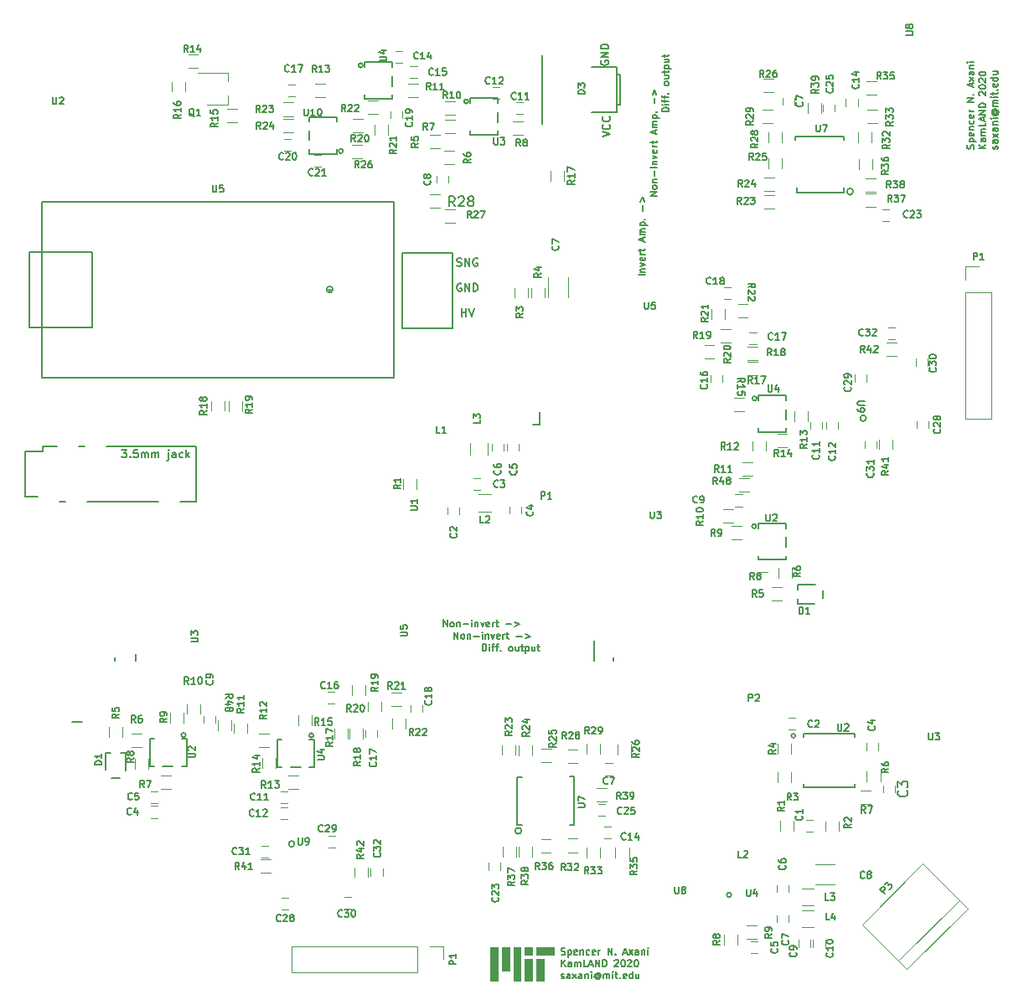
<source format=gbr>
G04 #@! TF.GenerationSoftware,KiCad,Pcbnew,(5.1.5-0-10_14)*
G04 #@! TF.CreationDate,2020-04-08T11:50:53-04:00*
G04 #@! TF.ProjectId,FEA,4645412e-6b69-4636-9164-5f7063625858,rev?*
G04 #@! TF.SameCoordinates,Original*
G04 #@! TF.FileFunction,Legend,Top*
G04 #@! TF.FilePolarity,Positive*
%FSLAX46Y46*%
G04 Gerber Fmt 4.6, Leading zero omitted, Abs format (unit mm)*
G04 Created by KiCad (PCBNEW (5.1.5-0-10_14)) date 2020-04-08 11:50:53*
%MOMM*%
%LPD*%
G04 APERTURE LIST*
%ADD10C,0.175000*%
%ADD11C,0.150000*%
%ADD12C,0.010000*%
%ADD13C,0.120000*%
G04 APERTURE END LIST*
D10*
X140033333Y-92591666D02*
X140033333Y-91891666D01*
X140433333Y-92591666D01*
X140433333Y-91891666D01*
X140866666Y-92591666D02*
X140800000Y-92558333D01*
X140766666Y-92525000D01*
X140733333Y-92458333D01*
X140733333Y-92258333D01*
X140766666Y-92191666D01*
X140800000Y-92158333D01*
X140866666Y-92125000D01*
X140966666Y-92125000D01*
X141033333Y-92158333D01*
X141066666Y-92191666D01*
X141100000Y-92258333D01*
X141100000Y-92458333D01*
X141066666Y-92525000D01*
X141033333Y-92558333D01*
X140966666Y-92591666D01*
X140866666Y-92591666D01*
X141400000Y-92125000D02*
X141400000Y-92591666D01*
X141400000Y-92191666D02*
X141433333Y-92158333D01*
X141500000Y-92125000D01*
X141600000Y-92125000D01*
X141666666Y-92158333D01*
X141700000Y-92225000D01*
X141700000Y-92591666D01*
X142033333Y-92325000D02*
X142566666Y-92325000D01*
X142900000Y-92591666D02*
X142900000Y-92125000D01*
X142900000Y-91891666D02*
X142866666Y-91925000D01*
X142900000Y-91958333D01*
X142933333Y-91925000D01*
X142900000Y-91891666D01*
X142900000Y-91958333D01*
X143233333Y-92125000D02*
X143233333Y-92591666D01*
X143233333Y-92191666D02*
X143266666Y-92158333D01*
X143333333Y-92125000D01*
X143433333Y-92125000D01*
X143500000Y-92158333D01*
X143533333Y-92225000D01*
X143533333Y-92591666D01*
X143800000Y-92125000D02*
X143966666Y-92591666D01*
X144133333Y-92125000D01*
X144666666Y-92558333D02*
X144600000Y-92591666D01*
X144466666Y-92591666D01*
X144400000Y-92558333D01*
X144366666Y-92491666D01*
X144366666Y-92225000D01*
X144400000Y-92158333D01*
X144466666Y-92125000D01*
X144600000Y-92125000D01*
X144666666Y-92158333D01*
X144700000Y-92225000D01*
X144700000Y-92291666D01*
X144366666Y-92358333D01*
X145000000Y-92591666D02*
X145000000Y-92125000D01*
X145000000Y-92258333D02*
X145033333Y-92191666D01*
X145066666Y-92158333D01*
X145133333Y-92125000D01*
X145200000Y-92125000D01*
X145333333Y-92125000D02*
X145600000Y-92125000D01*
X145433333Y-91891666D02*
X145433333Y-92491666D01*
X145466666Y-92558333D01*
X145533333Y-92591666D01*
X145600000Y-92591666D01*
X146366666Y-92325000D02*
X146900000Y-92325000D01*
X147233333Y-92125000D02*
X147766666Y-92325000D01*
X147233333Y-92525000D01*
X141100000Y-93816666D02*
X141100000Y-93116666D01*
X141500000Y-93816666D01*
X141500000Y-93116666D01*
X141933333Y-93816666D02*
X141866666Y-93783333D01*
X141833333Y-93750000D01*
X141800000Y-93683333D01*
X141800000Y-93483333D01*
X141833333Y-93416666D01*
X141866666Y-93383333D01*
X141933333Y-93350000D01*
X142033333Y-93350000D01*
X142100000Y-93383333D01*
X142133333Y-93416666D01*
X142166666Y-93483333D01*
X142166666Y-93683333D01*
X142133333Y-93750000D01*
X142100000Y-93783333D01*
X142033333Y-93816666D01*
X141933333Y-93816666D01*
X142466666Y-93350000D02*
X142466666Y-93816666D01*
X142466666Y-93416666D02*
X142500000Y-93383333D01*
X142566666Y-93350000D01*
X142666666Y-93350000D01*
X142733333Y-93383333D01*
X142766666Y-93450000D01*
X142766666Y-93816666D01*
X143100000Y-93550000D02*
X143633333Y-93550000D01*
X143966666Y-93816666D02*
X143966666Y-93350000D01*
X143966666Y-93116666D02*
X143933333Y-93150000D01*
X143966666Y-93183333D01*
X144000000Y-93150000D01*
X143966666Y-93116666D01*
X143966666Y-93183333D01*
X144300000Y-93350000D02*
X144300000Y-93816666D01*
X144300000Y-93416666D02*
X144333333Y-93383333D01*
X144400000Y-93350000D01*
X144500000Y-93350000D01*
X144566666Y-93383333D01*
X144600000Y-93450000D01*
X144600000Y-93816666D01*
X144866666Y-93350000D02*
X145033333Y-93816666D01*
X145200000Y-93350000D01*
X145733333Y-93783333D02*
X145666666Y-93816666D01*
X145533333Y-93816666D01*
X145466666Y-93783333D01*
X145433333Y-93716666D01*
X145433333Y-93450000D01*
X145466666Y-93383333D01*
X145533333Y-93350000D01*
X145666666Y-93350000D01*
X145733333Y-93383333D01*
X145766666Y-93450000D01*
X145766666Y-93516666D01*
X145433333Y-93583333D01*
X146066666Y-93816666D02*
X146066666Y-93350000D01*
X146066666Y-93483333D02*
X146100000Y-93416666D01*
X146133333Y-93383333D01*
X146200000Y-93350000D01*
X146266666Y-93350000D01*
X146400000Y-93350000D02*
X146666666Y-93350000D01*
X146500000Y-93116666D02*
X146500000Y-93716666D01*
X146533333Y-93783333D01*
X146600000Y-93816666D01*
X146666666Y-93816666D01*
X147433333Y-93550000D02*
X147966666Y-93550000D01*
X148300000Y-93350000D02*
X148833333Y-93550000D01*
X148300000Y-93750000D01*
X143983333Y-95041666D02*
X143983333Y-94341666D01*
X144150000Y-94341666D01*
X144250000Y-94375000D01*
X144316666Y-94441666D01*
X144350000Y-94508333D01*
X144383333Y-94641666D01*
X144383333Y-94741666D01*
X144350000Y-94875000D01*
X144316666Y-94941666D01*
X144250000Y-95008333D01*
X144150000Y-95041666D01*
X143983333Y-95041666D01*
X144683333Y-95041666D02*
X144683333Y-94575000D01*
X144683333Y-94341666D02*
X144650000Y-94375000D01*
X144683333Y-94408333D01*
X144716666Y-94375000D01*
X144683333Y-94341666D01*
X144683333Y-94408333D01*
X144916666Y-94575000D02*
X145183333Y-94575000D01*
X145016666Y-95041666D02*
X145016666Y-94441666D01*
X145050000Y-94375000D01*
X145116666Y-94341666D01*
X145183333Y-94341666D01*
X145316666Y-94575000D02*
X145583333Y-94575000D01*
X145416666Y-95041666D02*
X145416666Y-94441666D01*
X145450000Y-94375000D01*
X145516666Y-94341666D01*
X145583333Y-94341666D01*
X145816666Y-94975000D02*
X145850000Y-95008333D01*
X145816666Y-95041666D01*
X145783333Y-95008333D01*
X145816666Y-94975000D01*
X145816666Y-95041666D01*
X146783333Y-95041666D02*
X146716666Y-95008333D01*
X146683333Y-94975000D01*
X146650000Y-94908333D01*
X146650000Y-94708333D01*
X146683333Y-94641666D01*
X146716666Y-94608333D01*
X146783333Y-94575000D01*
X146883333Y-94575000D01*
X146950000Y-94608333D01*
X146983333Y-94641666D01*
X147016666Y-94708333D01*
X147016666Y-94908333D01*
X146983333Y-94975000D01*
X146950000Y-95008333D01*
X146883333Y-95041666D01*
X146783333Y-95041666D01*
X147616666Y-94575000D02*
X147616666Y-95041666D01*
X147316666Y-94575000D02*
X147316666Y-94941666D01*
X147350000Y-95008333D01*
X147416666Y-95041666D01*
X147516666Y-95041666D01*
X147583333Y-95008333D01*
X147616666Y-94975000D01*
X147850000Y-94575000D02*
X148116666Y-94575000D01*
X147950000Y-94341666D02*
X147950000Y-94941666D01*
X147983333Y-95008333D01*
X148050000Y-95041666D01*
X148116666Y-95041666D01*
X148350000Y-94575000D02*
X148350000Y-95275000D01*
X148350000Y-94608333D02*
X148416666Y-94575000D01*
X148550000Y-94575000D01*
X148616666Y-94608333D01*
X148650000Y-94641666D01*
X148683333Y-94708333D01*
X148683333Y-94908333D01*
X148650000Y-94975000D01*
X148616666Y-95008333D01*
X148550000Y-95041666D01*
X148416666Y-95041666D01*
X148350000Y-95008333D01*
X149283333Y-94575000D02*
X149283333Y-95041666D01*
X148983333Y-94575000D02*
X148983333Y-94941666D01*
X149016666Y-95008333D01*
X149083333Y-95041666D01*
X149183333Y-95041666D01*
X149250000Y-95008333D01*
X149283333Y-94975000D01*
X149516666Y-94575000D02*
X149783333Y-94575000D01*
X149616666Y-94341666D02*
X149616666Y-94941666D01*
X149650000Y-95008333D01*
X149716666Y-95041666D01*
X149783333Y-95041666D01*
D11*
X151930833Y-125708333D02*
X152030833Y-125741666D01*
X152197500Y-125741666D01*
X152264166Y-125708333D01*
X152297500Y-125675000D01*
X152330833Y-125608333D01*
X152330833Y-125541666D01*
X152297500Y-125475000D01*
X152264166Y-125441666D01*
X152197500Y-125408333D01*
X152064166Y-125375000D01*
X151997500Y-125341666D01*
X151964166Y-125308333D01*
X151930833Y-125241666D01*
X151930833Y-125175000D01*
X151964166Y-125108333D01*
X151997500Y-125075000D01*
X152064166Y-125041666D01*
X152230833Y-125041666D01*
X152330833Y-125075000D01*
X152630833Y-125275000D02*
X152630833Y-125975000D01*
X152630833Y-125308333D02*
X152697500Y-125275000D01*
X152830833Y-125275000D01*
X152897500Y-125308333D01*
X152930833Y-125341666D01*
X152964166Y-125408333D01*
X152964166Y-125608333D01*
X152930833Y-125675000D01*
X152897500Y-125708333D01*
X152830833Y-125741666D01*
X152697500Y-125741666D01*
X152630833Y-125708333D01*
X153530833Y-125708333D02*
X153464166Y-125741666D01*
X153330833Y-125741666D01*
X153264166Y-125708333D01*
X153230833Y-125641666D01*
X153230833Y-125375000D01*
X153264166Y-125308333D01*
X153330833Y-125275000D01*
X153464166Y-125275000D01*
X153530833Y-125308333D01*
X153564166Y-125375000D01*
X153564166Y-125441666D01*
X153230833Y-125508333D01*
X153864166Y-125275000D02*
X153864166Y-125741666D01*
X153864166Y-125341666D02*
X153897500Y-125308333D01*
X153964166Y-125275000D01*
X154064166Y-125275000D01*
X154130833Y-125308333D01*
X154164166Y-125375000D01*
X154164166Y-125741666D01*
X154797500Y-125708333D02*
X154730833Y-125741666D01*
X154597500Y-125741666D01*
X154530833Y-125708333D01*
X154497500Y-125675000D01*
X154464166Y-125608333D01*
X154464166Y-125408333D01*
X154497500Y-125341666D01*
X154530833Y-125308333D01*
X154597500Y-125275000D01*
X154730833Y-125275000D01*
X154797500Y-125308333D01*
X155364166Y-125708333D02*
X155297500Y-125741666D01*
X155164166Y-125741666D01*
X155097500Y-125708333D01*
X155064166Y-125641666D01*
X155064166Y-125375000D01*
X155097500Y-125308333D01*
X155164166Y-125275000D01*
X155297500Y-125275000D01*
X155364166Y-125308333D01*
X155397500Y-125375000D01*
X155397500Y-125441666D01*
X155064166Y-125508333D01*
X155697500Y-125741666D02*
X155697500Y-125275000D01*
X155697500Y-125408333D02*
X155730833Y-125341666D01*
X155764166Y-125308333D01*
X155830833Y-125275000D01*
X155897500Y-125275000D01*
X156664166Y-125741666D02*
X156664166Y-125041666D01*
X157064166Y-125741666D01*
X157064166Y-125041666D01*
X157397500Y-125675000D02*
X157430833Y-125708333D01*
X157397500Y-125741666D01*
X157364166Y-125708333D01*
X157397500Y-125675000D01*
X157397500Y-125741666D01*
X158230833Y-125541666D02*
X158564166Y-125541666D01*
X158164166Y-125741666D02*
X158397500Y-125041666D01*
X158630833Y-125741666D01*
X158797500Y-125741666D02*
X159164166Y-125275000D01*
X158797500Y-125275000D02*
X159164166Y-125741666D01*
X159730833Y-125741666D02*
X159730833Y-125375000D01*
X159697500Y-125308333D01*
X159630833Y-125275000D01*
X159497500Y-125275000D01*
X159430833Y-125308333D01*
X159730833Y-125708333D02*
X159664166Y-125741666D01*
X159497500Y-125741666D01*
X159430833Y-125708333D01*
X159397500Y-125641666D01*
X159397500Y-125575000D01*
X159430833Y-125508333D01*
X159497500Y-125475000D01*
X159664166Y-125475000D01*
X159730833Y-125441666D01*
X160064166Y-125275000D02*
X160064166Y-125741666D01*
X160064166Y-125341666D02*
X160097500Y-125308333D01*
X160164166Y-125275000D01*
X160264166Y-125275000D01*
X160330833Y-125308333D01*
X160364166Y-125375000D01*
X160364166Y-125741666D01*
X160697500Y-125741666D02*
X160697500Y-125275000D01*
X160697500Y-125041666D02*
X160664166Y-125075000D01*
X160697500Y-125108333D01*
X160730833Y-125075000D01*
X160697500Y-125041666D01*
X160697500Y-125108333D01*
X151964166Y-126941666D02*
X151964166Y-126241666D01*
X152364166Y-126941666D02*
X152064166Y-126541666D01*
X152364166Y-126241666D02*
X151964166Y-126641666D01*
X152964166Y-126941666D02*
X152964166Y-126575000D01*
X152930833Y-126508333D01*
X152864166Y-126475000D01*
X152730833Y-126475000D01*
X152664166Y-126508333D01*
X152964166Y-126908333D02*
X152897500Y-126941666D01*
X152730833Y-126941666D01*
X152664166Y-126908333D01*
X152630833Y-126841666D01*
X152630833Y-126775000D01*
X152664166Y-126708333D01*
X152730833Y-126675000D01*
X152897500Y-126675000D01*
X152964166Y-126641666D01*
X153297500Y-126941666D02*
X153297500Y-126475000D01*
X153297500Y-126541666D02*
X153330833Y-126508333D01*
X153397500Y-126475000D01*
X153497500Y-126475000D01*
X153564166Y-126508333D01*
X153597500Y-126575000D01*
X153597500Y-126941666D01*
X153597500Y-126575000D02*
X153630833Y-126508333D01*
X153697500Y-126475000D01*
X153797500Y-126475000D01*
X153864166Y-126508333D01*
X153897500Y-126575000D01*
X153897500Y-126941666D01*
X154564166Y-126941666D02*
X154230833Y-126941666D01*
X154230833Y-126241666D01*
X154764166Y-126741666D02*
X155097500Y-126741666D01*
X154697500Y-126941666D02*
X154930833Y-126241666D01*
X155164166Y-126941666D01*
X155397500Y-126941666D02*
X155397500Y-126241666D01*
X155797500Y-126941666D01*
X155797500Y-126241666D01*
X156130833Y-126941666D02*
X156130833Y-126241666D01*
X156297500Y-126241666D01*
X156397500Y-126275000D01*
X156464166Y-126341666D01*
X156497500Y-126408333D01*
X156530833Y-126541666D01*
X156530833Y-126641666D01*
X156497500Y-126775000D01*
X156464166Y-126841666D01*
X156397500Y-126908333D01*
X156297500Y-126941666D01*
X156130833Y-126941666D01*
X157330833Y-126308333D02*
X157364166Y-126275000D01*
X157430833Y-126241666D01*
X157597500Y-126241666D01*
X157664166Y-126275000D01*
X157697500Y-126308333D01*
X157730833Y-126375000D01*
X157730833Y-126441666D01*
X157697500Y-126541666D01*
X157297500Y-126941666D01*
X157730833Y-126941666D01*
X158164166Y-126241666D02*
X158230833Y-126241666D01*
X158297500Y-126275000D01*
X158330833Y-126308333D01*
X158364166Y-126375000D01*
X158397500Y-126508333D01*
X158397500Y-126675000D01*
X158364166Y-126808333D01*
X158330833Y-126875000D01*
X158297500Y-126908333D01*
X158230833Y-126941666D01*
X158164166Y-126941666D01*
X158097500Y-126908333D01*
X158064166Y-126875000D01*
X158030833Y-126808333D01*
X157997500Y-126675000D01*
X157997500Y-126508333D01*
X158030833Y-126375000D01*
X158064166Y-126308333D01*
X158097500Y-126275000D01*
X158164166Y-126241666D01*
X158664166Y-126308333D02*
X158697500Y-126275000D01*
X158764166Y-126241666D01*
X158930833Y-126241666D01*
X158997500Y-126275000D01*
X159030833Y-126308333D01*
X159064166Y-126375000D01*
X159064166Y-126441666D01*
X159030833Y-126541666D01*
X158630833Y-126941666D01*
X159064166Y-126941666D01*
X159497500Y-126241666D02*
X159564166Y-126241666D01*
X159630833Y-126275000D01*
X159664166Y-126308333D01*
X159697500Y-126375000D01*
X159730833Y-126508333D01*
X159730833Y-126675000D01*
X159697500Y-126808333D01*
X159664166Y-126875000D01*
X159630833Y-126908333D01*
X159564166Y-126941666D01*
X159497500Y-126941666D01*
X159430833Y-126908333D01*
X159397500Y-126875000D01*
X159364166Y-126808333D01*
X159330833Y-126675000D01*
X159330833Y-126508333D01*
X159364166Y-126375000D01*
X159397500Y-126308333D01*
X159430833Y-126275000D01*
X159497500Y-126241666D01*
X151930833Y-128108333D02*
X151997500Y-128141666D01*
X152130833Y-128141666D01*
X152197500Y-128108333D01*
X152230833Y-128041666D01*
X152230833Y-128008333D01*
X152197500Y-127941666D01*
X152130833Y-127908333D01*
X152030833Y-127908333D01*
X151964166Y-127875000D01*
X151930833Y-127808333D01*
X151930833Y-127775000D01*
X151964166Y-127708333D01*
X152030833Y-127675000D01*
X152130833Y-127675000D01*
X152197500Y-127708333D01*
X152830833Y-128141666D02*
X152830833Y-127775000D01*
X152797500Y-127708333D01*
X152730833Y-127675000D01*
X152597500Y-127675000D01*
X152530833Y-127708333D01*
X152830833Y-128108333D02*
X152764166Y-128141666D01*
X152597500Y-128141666D01*
X152530833Y-128108333D01*
X152497500Y-128041666D01*
X152497500Y-127975000D01*
X152530833Y-127908333D01*
X152597500Y-127875000D01*
X152764166Y-127875000D01*
X152830833Y-127841666D01*
X153097500Y-128141666D02*
X153464166Y-127675000D01*
X153097500Y-127675000D02*
X153464166Y-128141666D01*
X154030833Y-128141666D02*
X154030833Y-127775000D01*
X153997500Y-127708333D01*
X153930833Y-127675000D01*
X153797500Y-127675000D01*
X153730833Y-127708333D01*
X154030833Y-128108333D02*
X153964166Y-128141666D01*
X153797500Y-128141666D01*
X153730833Y-128108333D01*
X153697500Y-128041666D01*
X153697500Y-127975000D01*
X153730833Y-127908333D01*
X153797500Y-127875000D01*
X153964166Y-127875000D01*
X154030833Y-127841666D01*
X154364166Y-127675000D02*
X154364166Y-128141666D01*
X154364166Y-127741666D02*
X154397500Y-127708333D01*
X154464166Y-127675000D01*
X154564166Y-127675000D01*
X154630833Y-127708333D01*
X154664166Y-127775000D01*
X154664166Y-128141666D01*
X154997500Y-128141666D02*
X154997500Y-127675000D01*
X154997500Y-127441666D02*
X154964166Y-127475000D01*
X154997500Y-127508333D01*
X155030833Y-127475000D01*
X154997500Y-127441666D01*
X154997500Y-127508333D01*
X155764166Y-127808333D02*
X155730833Y-127775000D01*
X155664166Y-127741666D01*
X155597500Y-127741666D01*
X155530833Y-127775000D01*
X155497500Y-127808333D01*
X155464166Y-127875000D01*
X155464166Y-127941666D01*
X155497500Y-128008333D01*
X155530833Y-128041666D01*
X155597500Y-128075000D01*
X155664166Y-128075000D01*
X155730833Y-128041666D01*
X155764166Y-128008333D01*
X155764166Y-127741666D02*
X155764166Y-128008333D01*
X155797500Y-128041666D01*
X155830833Y-128041666D01*
X155897500Y-128008333D01*
X155930833Y-127941666D01*
X155930833Y-127775000D01*
X155864166Y-127675000D01*
X155764166Y-127608333D01*
X155630833Y-127575000D01*
X155497500Y-127608333D01*
X155397500Y-127675000D01*
X155330833Y-127775000D01*
X155297500Y-127908333D01*
X155330833Y-128041666D01*
X155397500Y-128141666D01*
X155497500Y-128208333D01*
X155630833Y-128241666D01*
X155764166Y-128208333D01*
X155864166Y-128141666D01*
X156230833Y-128141666D02*
X156230833Y-127675000D01*
X156230833Y-127741666D02*
X156264166Y-127708333D01*
X156330833Y-127675000D01*
X156430833Y-127675000D01*
X156497500Y-127708333D01*
X156530833Y-127775000D01*
X156530833Y-128141666D01*
X156530833Y-127775000D02*
X156564166Y-127708333D01*
X156630833Y-127675000D01*
X156730833Y-127675000D01*
X156797500Y-127708333D01*
X156830833Y-127775000D01*
X156830833Y-128141666D01*
X157164166Y-128141666D02*
X157164166Y-127675000D01*
X157164166Y-127441666D02*
X157130833Y-127475000D01*
X157164166Y-127508333D01*
X157197500Y-127475000D01*
X157164166Y-127441666D01*
X157164166Y-127508333D01*
X157397500Y-127675000D02*
X157664166Y-127675000D01*
X157497500Y-127441666D02*
X157497500Y-128041666D01*
X157530833Y-128108333D01*
X157597500Y-128141666D01*
X157664166Y-128141666D01*
X157897500Y-128075000D02*
X157930833Y-128108333D01*
X157897500Y-128141666D01*
X157864166Y-128108333D01*
X157897500Y-128075000D01*
X157897500Y-128141666D01*
X158497500Y-128108333D02*
X158430833Y-128141666D01*
X158297500Y-128141666D01*
X158230833Y-128108333D01*
X158197500Y-128041666D01*
X158197500Y-127775000D01*
X158230833Y-127708333D01*
X158297500Y-127675000D01*
X158430833Y-127675000D01*
X158497500Y-127708333D01*
X158530833Y-127775000D01*
X158530833Y-127841666D01*
X158197500Y-127908333D01*
X159130833Y-128141666D02*
X159130833Y-127441666D01*
X159130833Y-128108333D02*
X159064166Y-128141666D01*
X158930833Y-128141666D01*
X158864166Y-128108333D01*
X158830833Y-128075000D01*
X158797500Y-128008333D01*
X158797500Y-127808333D01*
X158830833Y-127741666D01*
X158864166Y-127708333D01*
X158930833Y-127675000D01*
X159064166Y-127675000D01*
X159130833Y-127708333D01*
X159764166Y-127675000D02*
X159764166Y-128141666D01*
X159464166Y-127675000D02*
X159464166Y-128041666D01*
X159497500Y-128108333D01*
X159564166Y-128141666D01*
X159664166Y-128141666D01*
X159730833Y-128108333D01*
X159764166Y-128075000D01*
X125000000Y-114550000D02*
G75*
G03X125000000Y-114550000I-300000J0D01*
G01*
X169123607Y-119700000D02*
G75*
G03X169123607Y-119700000I-223607J0D01*
G01*
X149750000Y-72125000D02*
X149100000Y-72125000D01*
X149750000Y-72125000D02*
X149750000Y-70900000D01*
X160416666Y-57035833D02*
X159716666Y-57035833D01*
X159950000Y-56702500D02*
X160416666Y-56702500D01*
X160016666Y-56702500D02*
X159983333Y-56669166D01*
X159950000Y-56602500D01*
X159950000Y-56502500D01*
X159983333Y-56435833D01*
X160050000Y-56402500D01*
X160416666Y-56402500D01*
X159950000Y-56135833D02*
X160416666Y-55969166D01*
X159950000Y-55802500D01*
X160383333Y-55269166D02*
X160416666Y-55335833D01*
X160416666Y-55469166D01*
X160383333Y-55535833D01*
X160316666Y-55569166D01*
X160050000Y-55569166D01*
X159983333Y-55535833D01*
X159950000Y-55469166D01*
X159950000Y-55335833D01*
X159983333Y-55269166D01*
X160050000Y-55235833D01*
X160116666Y-55235833D01*
X160183333Y-55569166D01*
X160416666Y-54935833D02*
X159950000Y-54935833D01*
X160083333Y-54935833D02*
X160016666Y-54902500D01*
X159983333Y-54869166D01*
X159950000Y-54802500D01*
X159950000Y-54735833D01*
X159950000Y-54602500D02*
X159950000Y-54335833D01*
X159716666Y-54502500D02*
X160316666Y-54502500D01*
X160383333Y-54469166D01*
X160416666Y-54402500D01*
X160416666Y-54335833D01*
X160216666Y-53602500D02*
X160216666Y-53269166D01*
X160416666Y-53669166D02*
X159716666Y-53435833D01*
X160416666Y-53202500D01*
X160416666Y-52969166D02*
X159950000Y-52969166D01*
X160016666Y-52969166D02*
X159983333Y-52935833D01*
X159950000Y-52869166D01*
X159950000Y-52769166D01*
X159983333Y-52702500D01*
X160050000Y-52669166D01*
X160416666Y-52669166D01*
X160050000Y-52669166D02*
X159983333Y-52635833D01*
X159950000Y-52569166D01*
X159950000Y-52469166D01*
X159983333Y-52402500D01*
X160050000Y-52369166D01*
X160416666Y-52369166D01*
X159950000Y-52035833D02*
X160650000Y-52035833D01*
X159983333Y-52035833D02*
X159950000Y-51969166D01*
X159950000Y-51835833D01*
X159983333Y-51769166D01*
X160016666Y-51735833D01*
X160083333Y-51702500D01*
X160283333Y-51702500D01*
X160350000Y-51735833D01*
X160383333Y-51769166D01*
X160416666Y-51835833D01*
X160416666Y-51969166D01*
X160383333Y-52035833D01*
X160350000Y-51402500D02*
X160383333Y-51369166D01*
X160416666Y-51402500D01*
X160383333Y-51435833D01*
X160350000Y-51402500D01*
X160416666Y-51402500D01*
X160150000Y-50535833D02*
X160150000Y-50002500D01*
X159950000Y-49669166D02*
X160150000Y-49135833D01*
X160350000Y-49669166D01*
X161616666Y-49035833D02*
X160916666Y-49035833D01*
X161616666Y-48635833D01*
X160916666Y-48635833D01*
X161616666Y-48202500D02*
X161583333Y-48269166D01*
X161550000Y-48302500D01*
X161483333Y-48335833D01*
X161283333Y-48335833D01*
X161216666Y-48302500D01*
X161183333Y-48269166D01*
X161150000Y-48202500D01*
X161150000Y-48102500D01*
X161183333Y-48035833D01*
X161216666Y-48002500D01*
X161283333Y-47969166D01*
X161483333Y-47969166D01*
X161550000Y-48002500D01*
X161583333Y-48035833D01*
X161616666Y-48102500D01*
X161616666Y-48202500D01*
X161150000Y-47669166D02*
X161616666Y-47669166D01*
X161216666Y-47669166D02*
X161183333Y-47635833D01*
X161150000Y-47569166D01*
X161150000Y-47469166D01*
X161183333Y-47402500D01*
X161250000Y-47369166D01*
X161616666Y-47369166D01*
X161350000Y-47035833D02*
X161350000Y-46502500D01*
X161616666Y-46169166D02*
X160916666Y-46169166D01*
X161150000Y-45835833D02*
X161616666Y-45835833D01*
X161216666Y-45835833D02*
X161183333Y-45802500D01*
X161150000Y-45735833D01*
X161150000Y-45635833D01*
X161183333Y-45569166D01*
X161250000Y-45535833D01*
X161616666Y-45535833D01*
X161150000Y-45269166D02*
X161616666Y-45102500D01*
X161150000Y-44935833D01*
X161583333Y-44402500D02*
X161616666Y-44469166D01*
X161616666Y-44602500D01*
X161583333Y-44669166D01*
X161516666Y-44702500D01*
X161250000Y-44702500D01*
X161183333Y-44669166D01*
X161150000Y-44602500D01*
X161150000Y-44469166D01*
X161183333Y-44402500D01*
X161250000Y-44369166D01*
X161316666Y-44369166D01*
X161383333Y-44702500D01*
X161616666Y-44069166D02*
X161150000Y-44069166D01*
X161283333Y-44069166D02*
X161216666Y-44035833D01*
X161183333Y-44002500D01*
X161150000Y-43935833D01*
X161150000Y-43869166D01*
X161150000Y-43735833D02*
X161150000Y-43469166D01*
X160916666Y-43635833D02*
X161516666Y-43635833D01*
X161583333Y-43602500D01*
X161616666Y-43535833D01*
X161616666Y-43469166D01*
X161416666Y-42735833D02*
X161416666Y-42402500D01*
X161616666Y-42802500D02*
X160916666Y-42569166D01*
X161616666Y-42335833D01*
X161616666Y-42102500D02*
X161150000Y-42102500D01*
X161216666Y-42102500D02*
X161183333Y-42069166D01*
X161150000Y-42002500D01*
X161150000Y-41902500D01*
X161183333Y-41835833D01*
X161250000Y-41802500D01*
X161616666Y-41802500D01*
X161250000Y-41802500D02*
X161183333Y-41769166D01*
X161150000Y-41702500D01*
X161150000Y-41602500D01*
X161183333Y-41535833D01*
X161250000Y-41502500D01*
X161616666Y-41502500D01*
X161150000Y-41169166D02*
X161850000Y-41169166D01*
X161183333Y-41169166D02*
X161150000Y-41102500D01*
X161150000Y-40969166D01*
X161183333Y-40902500D01*
X161216666Y-40869166D01*
X161283333Y-40835833D01*
X161483333Y-40835833D01*
X161550000Y-40869166D01*
X161583333Y-40902500D01*
X161616666Y-40969166D01*
X161616666Y-41102500D01*
X161583333Y-41169166D01*
X161550000Y-40535833D02*
X161583333Y-40502500D01*
X161616666Y-40535833D01*
X161583333Y-40569166D01*
X161550000Y-40535833D01*
X161616666Y-40535833D01*
X161350000Y-39669166D02*
X161350000Y-39135833D01*
X161150000Y-38802500D02*
X161350000Y-38269166D01*
X161550000Y-38802500D01*
X162816666Y-40502500D02*
X162116666Y-40502500D01*
X162116666Y-40335833D01*
X162150000Y-40235833D01*
X162216666Y-40169166D01*
X162283333Y-40135833D01*
X162416666Y-40102500D01*
X162516666Y-40102500D01*
X162650000Y-40135833D01*
X162716666Y-40169166D01*
X162783333Y-40235833D01*
X162816666Y-40335833D01*
X162816666Y-40502500D01*
X162816666Y-39802500D02*
X162350000Y-39802500D01*
X162116666Y-39802500D02*
X162150000Y-39835833D01*
X162183333Y-39802500D01*
X162150000Y-39769166D01*
X162116666Y-39802500D01*
X162183333Y-39802500D01*
X162350000Y-39569166D02*
X162350000Y-39302500D01*
X162816666Y-39469166D02*
X162216666Y-39469166D01*
X162150000Y-39435833D01*
X162116666Y-39369166D01*
X162116666Y-39302500D01*
X162350000Y-39169166D02*
X162350000Y-38902500D01*
X162816666Y-39069166D02*
X162216666Y-39069166D01*
X162150000Y-39035833D01*
X162116666Y-38969166D01*
X162116666Y-38902500D01*
X162750000Y-38669166D02*
X162783333Y-38635833D01*
X162816666Y-38669166D01*
X162783333Y-38702500D01*
X162750000Y-38669166D01*
X162816666Y-38669166D01*
X162816666Y-37702500D02*
X162783333Y-37769166D01*
X162750000Y-37802500D01*
X162683333Y-37835833D01*
X162483333Y-37835833D01*
X162416666Y-37802500D01*
X162383333Y-37769166D01*
X162350000Y-37702500D01*
X162350000Y-37602500D01*
X162383333Y-37535833D01*
X162416666Y-37502500D01*
X162483333Y-37469166D01*
X162683333Y-37469166D01*
X162750000Y-37502500D01*
X162783333Y-37535833D01*
X162816666Y-37602500D01*
X162816666Y-37702500D01*
X162350000Y-36869166D02*
X162816666Y-36869166D01*
X162350000Y-37169166D02*
X162716666Y-37169166D01*
X162783333Y-37135833D01*
X162816666Y-37069166D01*
X162816666Y-36969166D01*
X162783333Y-36902500D01*
X162750000Y-36869166D01*
X162350000Y-36635833D02*
X162350000Y-36369166D01*
X162116666Y-36535833D02*
X162716666Y-36535833D01*
X162783333Y-36502500D01*
X162816666Y-36435833D01*
X162816666Y-36369166D01*
X162350000Y-36135833D02*
X163050000Y-36135833D01*
X162383333Y-36135833D02*
X162350000Y-36069166D01*
X162350000Y-35935833D01*
X162383333Y-35869166D01*
X162416666Y-35835833D01*
X162483333Y-35802500D01*
X162683333Y-35802500D01*
X162750000Y-35835833D01*
X162783333Y-35869166D01*
X162816666Y-35935833D01*
X162816666Y-36069166D01*
X162783333Y-36135833D01*
X162350000Y-35202500D02*
X162816666Y-35202500D01*
X162350000Y-35502500D02*
X162716666Y-35502500D01*
X162783333Y-35469166D01*
X162816666Y-35402500D01*
X162816666Y-35302500D01*
X162783333Y-35235833D01*
X162750000Y-35202500D01*
X162350000Y-34969166D02*
X162350000Y-34702500D01*
X162116666Y-34869166D02*
X162716666Y-34869166D01*
X162783333Y-34835833D01*
X162816666Y-34769166D01*
X162816666Y-34702500D01*
X193608333Y-44269166D02*
X193641666Y-44169166D01*
X193641666Y-44002500D01*
X193608333Y-43935833D01*
X193575000Y-43902500D01*
X193508333Y-43869166D01*
X193441666Y-43869166D01*
X193375000Y-43902500D01*
X193341666Y-43935833D01*
X193308333Y-44002500D01*
X193275000Y-44135833D01*
X193241666Y-44202500D01*
X193208333Y-44235833D01*
X193141666Y-44269166D01*
X193075000Y-44269166D01*
X193008333Y-44235833D01*
X192975000Y-44202500D01*
X192941666Y-44135833D01*
X192941666Y-43969166D01*
X192975000Y-43869166D01*
X193175000Y-43569166D02*
X193875000Y-43569166D01*
X193208333Y-43569166D02*
X193175000Y-43502500D01*
X193175000Y-43369166D01*
X193208333Y-43302500D01*
X193241666Y-43269166D01*
X193308333Y-43235833D01*
X193508333Y-43235833D01*
X193575000Y-43269166D01*
X193608333Y-43302500D01*
X193641666Y-43369166D01*
X193641666Y-43502500D01*
X193608333Y-43569166D01*
X193608333Y-42669166D02*
X193641666Y-42735833D01*
X193641666Y-42869166D01*
X193608333Y-42935833D01*
X193541666Y-42969166D01*
X193275000Y-42969166D01*
X193208333Y-42935833D01*
X193175000Y-42869166D01*
X193175000Y-42735833D01*
X193208333Y-42669166D01*
X193275000Y-42635833D01*
X193341666Y-42635833D01*
X193408333Y-42969166D01*
X193175000Y-42335833D02*
X193641666Y-42335833D01*
X193241666Y-42335833D02*
X193208333Y-42302500D01*
X193175000Y-42235833D01*
X193175000Y-42135833D01*
X193208333Y-42069166D01*
X193275000Y-42035833D01*
X193641666Y-42035833D01*
X193608333Y-41402500D02*
X193641666Y-41469166D01*
X193641666Y-41602500D01*
X193608333Y-41669166D01*
X193575000Y-41702500D01*
X193508333Y-41735833D01*
X193308333Y-41735833D01*
X193241666Y-41702500D01*
X193208333Y-41669166D01*
X193175000Y-41602500D01*
X193175000Y-41469166D01*
X193208333Y-41402500D01*
X193608333Y-40835833D02*
X193641666Y-40902500D01*
X193641666Y-41035833D01*
X193608333Y-41102500D01*
X193541666Y-41135833D01*
X193275000Y-41135833D01*
X193208333Y-41102500D01*
X193175000Y-41035833D01*
X193175000Y-40902500D01*
X193208333Y-40835833D01*
X193275000Y-40802500D01*
X193341666Y-40802500D01*
X193408333Y-41135833D01*
X193641666Y-40502500D02*
X193175000Y-40502500D01*
X193308333Y-40502500D02*
X193241666Y-40469166D01*
X193208333Y-40435833D01*
X193175000Y-40369166D01*
X193175000Y-40302500D01*
X193641666Y-39535833D02*
X192941666Y-39535833D01*
X193641666Y-39135833D01*
X192941666Y-39135833D01*
X193575000Y-38802500D02*
X193608333Y-38769166D01*
X193641666Y-38802500D01*
X193608333Y-38835833D01*
X193575000Y-38802500D01*
X193641666Y-38802500D01*
X193441666Y-37969166D02*
X193441666Y-37635833D01*
X193641666Y-38035833D02*
X192941666Y-37802500D01*
X193641666Y-37569166D01*
X193641666Y-37402500D02*
X193175000Y-37035833D01*
X193175000Y-37402500D02*
X193641666Y-37035833D01*
X193641666Y-36469166D02*
X193275000Y-36469166D01*
X193208333Y-36502500D01*
X193175000Y-36569166D01*
X193175000Y-36702500D01*
X193208333Y-36769166D01*
X193608333Y-36469166D02*
X193641666Y-36535833D01*
X193641666Y-36702500D01*
X193608333Y-36769166D01*
X193541666Y-36802500D01*
X193475000Y-36802500D01*
X193408333Y-36769166D01*
X193375000Y-36702500D01*
X193375000Y-36535833D01*
X193341666Y-36469166D01*
X193175000Y-36135833D02*
X193641666Y-36135833D01*
X193241666Y-36135833D02*
X193208333Y-36102500D01*
X193175000Y-36035833D01*
X193175000Y-35935833D01*
X193208333Y-35869166D01*
X193275000Y-35835833D01*
X193641666Y-35835833D01*
X193641666Y-35502500D02*
X193175000Y-35502500D01*
X192941666Y-35502500D02*
X192975000Y-35535833D01*
X193008333Y-35502500D01*
X192975000Y-35469166D01*
X192941666Y-35502500D01*
X193008333Y-35502500D01*
X194841666Y-44235833D02*
X194141666Y-44235833D01*
X194841666Y-43835833D02*
X194441666Y-44135833D01*
X194141666Y-43835833D02*
X194541666Y-44235833D01*
X194841666Y-43235833D02*
X194475000Y-43235833D01*
X194408333Y-43269166D01*
X194375000Y-43335833D01*
X194375000Y-43469166D01*
X194408333Y-43535833D01*
X194808333Y-43235833D02*
X194841666Y-43302500D01*
X194841666Y-43469166D01*
X194808333Y-43535833D01*
X194741666Y-43569166D01*
X194675000Y-43569166D01*
X194608333Y-43535833D01*
X194575000Y-43469166D01*
X194575000Y-43302500D01*
X194541666Y-43235833D01*
X194841666Y-42902500D02*
X194375000Y-42902500D01*
X194441666Y-42902500D02*
X194408333Y-42869166D01*
X194375000Y-42802500D01*
X194375000Y-42702500D01*
X194408333Y-42635833D01*
X194475000Y-42602500D01*
X194841666Y-42602500D01*
X194475000Y-42602500D02*
X194408333Y-42569166D01*
X194375000Y-42502500D01*
X194375000Y-42402500D01*
X194408333Y-42335833D01*
X194475000Y-42302500D01*
X194841666Y-42302500D01*
X194841666Y-41635833D02*
X194841666Y-41969166D01*
X194141666Y-41969166D01*
X194641666Y-41435833D02*
X194641666Y-41102500D01*
X194841666Y-41502500D02*
X194141666Y-41269166D01*
X194841666Y-41035833D01*
X194841666Y-40802500D02*
X194141666Y-40802500D01*
X194841666Y-40402500D01*
X194141666Y-40402500D01*
X194841666Y-40069166D02*
X194141666Y-40069166D01*
X194141666Y-39902500D01*
X194175000Y-39802500D01*
X194241666Y-39735833D01*
X194308333Y-39702500D01*
X194441666Y-39669166D01*
X194541666Y-39669166D01*
X194675000Y-39702500D01*
X194741666Y-39735833D01*
X194808333Y-39802500D01*
X194841666Y-39902500D01*
X194841666Y-40069166D01*
X194208333Y-38869166D02*
X194175000Y-38835833D01*
X194141666Y-38769166D01*
X194141666Y-38602500D01*
X194175000Y-38535833D01*
X194208333Y-38502500D01*
X194275000Y-38469166D01*
X194341666Y-38469166D01*
X194441666Y-38502500D01*
X194841666Y-38902500D01*
X194841666Y-38469166D01*
X194141666Y-38035833D02*
X194141666Y-37969166D01*
X194175000Y-37902500D01*
X194208333Y-37869166D01*
X194275000Y-37835833D01*
X194408333Y-37802500D01*
X194575000Y-37802500D01*
X194708333Y-37835833D01*
X194775000Y-37869166D01*
X194808333Y-37902500D01*
X194841666Y-37969166D01*
X194841666Y-38035833D01*
X194808333Y-38102500D01*
X194775000Y-38135833D01*
X194708333Y-38169166D01*
X194575000Y-38202500D01*
X194408333Y-38202500D01*
X194275000Y-38169166D01*
X194208333Y-38135833D01*
X194175000Y-38102500D01*
X194141666Y-38035833D01*
X194208333Y-37535833D02*
X194175000Y-37502500D01*
X194141666Y-37435833D01*
X194141666Y-37269166D01*
X194175000Y-37202500D01*
X194208333Y-37169166D01*
X194275000Y-37135833D01*
X194341666Y-37135833D01*
X194441666Y-37169166D01*
X194841666Y-37569166D01*
X194841666Y-37135833D01*
X194141666Y-36702500D02*
X194141666Y-36635833D01*
X194175000Y-36569166D01*
X194208333Y-36535833D01*
X194275000Y-36502500D01*
X194408333Y-36469166D01*
X194575000Y-36469166D01*
X194708333Y-36502500D01*
X194775000Y-36535833D01*
X194808333Y-36569166D01*
X194841666Y-36635833D01*
X194841666Y-36702500D01*
X194808333Y-36769166D01*
X194775000Y-36802500D01*
X194708333Y-36835833D01*
X194575000Y-36869166D01*
X194408333Y-36869166D01*
X194275000Y-36835833D01*
X194208333Y-36802500D01*
X194175000Y-36769166D01*
X194141666Y-36702500D01*
X196008333Y-44269166D02*
X196041666Y-44202500D01*
X196041666Y-44069166D01*
X196008333Y-44002500D01*
X195941666Y-43969166D01*
X195908333Y-43969166D01*
X195841666Y-44002500D01*
X195808333Y-44069166D01*
X195808333Y-44169166D01*
X195775000Y-44235833D01*
X195708333Y-44269166D01*
X195675000Y-44269166D01*
X195608333Y-44235833D01*
X195575000Y-44169166D01*
X195575000Y-44069166D01*
X195608333Y-44002500D01*
X196041666Y-43369166D02*
X195675000Y-43369166D01*
X195608333Y-43402500D01*
X195575000Y-43469166D01*
X195575000Y-43602500D01*
X195608333Y-43669166D01*
X196008333Y-43369166D02*
X196041666Y-43435833D01*
X196041666Y-43602500D01*
X196008333Y-43669166D01*
X195941666Y-43702500D01*
X195875000Y-43702500D01*
X195808333Y-43669166D01*
X195775000Y-43602500D01*
X195775000Y-43435833D01*
X195741666Y-43369166D01*
X196041666Y-43102500D02*
X195575000Y-42735833D01*
X195575000Y-43102500D02*
X196041666Y-42735833D01*
X196041666Y-42169166D02*
X195675000Y-42169166D01*
X195608333Y-42202500D01*
X195575000Y-42269166D01*
X195575000Y-42402500D01*
X195608333Y-42469166D01*
X196008333Y-42169166D02*
X196041666Y-42235833D01*
X196041666Y-42402500D01*
X196008333Y-42469166D01*
X195941666Y-42502500D01*
X195875000Y-42502500D01*
X195808333Y-42469166D01*
X195775000Y-42402500D01*
X195775000Y-42235833D01*
X195741666Y-42169166D01*
X195575000Y-41835833D02*
X196041666Y-41835833D01*
X195641666Y-41835833D02*
X195608333Y-41802500D01*
X195575000Y-41735833D01*
X195575000Y-41635833D01*
X195608333Y-41569166D01*
X195675000Y-41535833D01*
X196041666Y-41535833D01*
X196041666Y-41202500D02*
X195575000Y-41202500D01*
X195341666Y-41202500D02*
X195375000Y-41235833D01*
X195408333Y-41202500D01*
X195375000Y-41169166D01*
X195341666Y-41202500D01*
X195408333Y-41202500D01*
X195708333Y-40435833D02*
X195675000Y-40469166D01*
X195641666Y-40535833D01*
X195641666Y-40602500D01*
X195675000Y-40669166D01*
X195708333Y-40702500D01*
X195775000Y-40735833D01*
X195841666Y-40735833D01*
X195908333Y-40702500D01*
X195941666Y-40669166D01*
X195975000Y-40602500D01*
X195975000Y-40535833D01*
X195941666Y-40469166D01*
X195908333Y-40435833D01*
X195641666Y-40435833D02*
X195908333Y-40435833D01*
X195941666Y-40402500D01*
X195941666Y-40369166D01*
X195908333Y-40302500D01*
X195841666Y-40269166D01*
X195675000Y-40269166D01*
X195575000Y-40335833D01*
X195508333Y-40435833D01*
X195475000Y-40569166D01*
X195508333Y-40702500D01*
X195575000Y-40802500D01*
X195675000Y-40869166D01*
X195808333Y-40902500D01*
X195941666Y-40869166D01*
X196041666Y-40802500D01*
X196108333Y-40702500D01*
X196141666Y-40569166D01*
X196108333Y-40435833D01*
X196041666Y-40335833D01*
X196041666Y-39969166D02*
X195575000Y-39969166D01*
X195641666Y-39969166D02*
X195608333Y-39935833D01*
X195575000Y-39869166D01*
X195575000Y-39769166D01*
X195608333Y-39702500D01*
X195675000Y-39669166D01*
X196041666Y-39669166D01*
X195675000Y-39669166D02*
X195608333Y-39635833D01*
X195575000Y-39569166D01*
X195575000Y-39469166D01*
X195608333Y-39402500D01*
X195675000Y-39369166D01*
X196041666Y-39369166D01*
X196041666Y-39035833D02*
X195575000Y-39035833D01*
X195341666Y-39035833D02*
X195375000Y-39069166D01*
X195408333Y-39035833D01*
X195375000Y-39002500D01*
X195341666Y-39035833D01*
X195408333Y-39035833D01*
X195575000Y-38802500D02*
X195575000Y-38535833D01*
X195341666Y-38702500D02*
X195941666Y-38702500D01*
X196008333Y-38669166D01*
X196041666Y-38602500D01*
X196041666Y-38535833D01*
X195975000Y-38302500D02*
X196008333Y-38269166D01*
X196041666Y-38302500D01*
X196008333Y-38335833D01*
X195975000Y-38302500D01*
X196041666Y-38302500D01*
X196008333Y-37702500D02*
X196041666Y-37769166D01*
X196041666Y-37902500D01*
X196008333Y-37969166D01*
X195941666Y-38002500D01*
X195675000Y-38002500D01*
X195608333Y-37969166D01*
X195575000Y-37902500D01*
X195575000Y-37769166D01*
X195608333Y-37702500D01*
X195675000Y-37669166D01*
X195741666Y-37669166D01*
X195808333Y-38002500D01*
X196041666Y-37069166D02*
X195341666Y-37069166D01*
X196008333Y-37069166D02*
X196041666Y-37135833D01*
X196041666Y-37269166D01*
X196008333Y-37335833D01*
X195975000Y-37369166D01*
X195908333Y-37402500D01*
X195708333Y-37402500D01*
X195641666Y-37369166D01*
X195608333Y-37335833D01*
X195575000Y-37269166D01*
X195575000Y-37135833D01*
X195608333Y-37069166D01*
X195575000Y-36435833D02*
X196041666Y-36435833D01*
X195575000Y-36735833D02*
X195941666Y-36735833D01*
X196008333Y-36702500D01*
X196041666Y-36635833D01*
X196041666Y-36535833D01*
X196008333Y-36469166D01*
X195975000Y-36435833D01*
X182750000Y-71500000D02*
G75*
G03X182750000Y-71500000I-300000J0D01*
G01*
D12*
G36*
X151225800Y-125734800D02*
G01*
X149422400Y-125734800D01*
X149422400Y-124998200D01*
X151225800Y-124998200D01*
X151225800Y-125734800D01*
G37*
X151225800Y-125734800D02*
X149422400Y-125734800D01*
X149422400Y-124998200D01*
X151225800Y-124998200D01*
X151225800Y-125734800D01*
G36*
X148990600Y-125734800D02*
G01*
X148639233Y-125734800D01*
X148510446Y-125733637D01*
X148400335Y-125730447D01*
X148318636Y-125725679D01*
X148275090Y-125719779D01*
X148270933Y-125717866D01*
X148264782Y-125687591D01*
X148259629Y-125616257D01*
X148255922Y-125513604D01*
X148254108Y-125389370D01*
X148254000Y-125349566D01*
X148254000Y-124998200D01*
X148990600Y-124998200D01*
X148990600Y-125734800D01*
G37*
X148990600Y-125734800D02*
X148639233Y-125734800D01*
X148510446Y-125733637D01*
X148400335Y-125730447D01*
X148318636Y-125725679D01*
X148275090Y-125719779D01*
X148270933Y-125717866D01*
X148264782Y-125687591D01*
X148259629Y-125616257D01*
X148255922Y-125513604D01*
X148254108Y-125389370D01*
X148254000Y-125349566D01*
X148254000Y-124998200D01*
X148990600Y-124998200D01*
X148990600Y-125734800D01*
G36*
X146679200Y-127335000D02*
G01*
X145942600Y-127335000D01*
X145942600Y-124998200D01*
X146679200Y-124998200D01*
X146679200Y-127335000D01*
G37*
X146679200Y-127335000D02*
X145942600Y-127335000D01*
X145942600Y-124998200D01*
X146679200Y-124998200D01*
X146679200Y-127335000D01*
G36*
X150159000Y-128401800D02*
G01*
X149422400Y-128401800D01*
X149422400Y-126141200D01*
X150159000Y-126141200D01*
X150159000Y-128401800D01*
G37*
X150159000Y-128401800D02*
X149422400Y-128401800D01*
X149422400Y-126141200D01*
X150159000Y-126141200D01*
X150159000Y-128401800D01*
G36*
X148990600Y-128401800D02*
G01*
X148254000Y-128401800D01*
X148254000Y-126141200D01*
X148990600Y-126141200D01*
X148990600Y-128401800D01*
G37*
X148990600Y-128401800D02*
X148254000Y-128401800D01*
X148254000Y-126141200D01*
X148990600Y-126141200D01*
X148990600Y-128401800D01*
G36*
X147847600Y-128401800D02*
G01*
X147111000Y-128401800D01*
X147111000Y-124998200D01*
X147847600Y-124998200D01*
X147847600Y-128401800D01*
G37*
X147847600Y-128401800D02*
X147111000Y-128401800D01*
X147111000Y-124998200D01*
X147847600Y-124998200D01*
X147847600Y-128401800D01*
G36*
X145510800Y-128401800D02*
G01*
X144774200Y-128401800D01*
X144774200Y-124998200D01*
X145510800Y-124998200D01*
X145510800Y-128401800D01*
G37*
X145510800Y-128401800D02*
X144774200Y-128401800D01*
X144774200Y-124998200D01*
X145510800Y-124998200D01*
X145510800Y-128401800D01*
D13*
X152600000Y-104970000D02*
X153600000Y-104970000D01*
X153600000Y-106330000D02*
X152600000Y-106330000D01*
D11*
X106850000Y-96025000D02*
X106850000Y-95725000D01*
X157250000Y-96025000D02*
X157250000Y-95725000D01*
X108950000Y-96025000D02*
X108950000Y-95325000D01*
X155250000Y-96025000D02*
X155250000Y-94025000D01*
X103550000Y-102225000D02*
X102550000Y-102225000D01*
D13*
X133900000Y-117050000D02*
X133900000Y-117750000D01*
X132700000Y-117750000D02*
X132700000Y-117050000D01*
D11*
X147916228Y-113225000D02*
G75*
G03X147916228Y-113225000I-316228J0D01*
G01*
X152800000Y-112625000D02*
X153200000Y-112625000D01*
X153200000Y-112625000D02*
X153200000Y-107725000D01*
X153200000Y-107725000D02*
X152800000Y-107725000D01*
X148000000Y-112625000D02*
X147500000Y-112625000D01*
X147500000Y-112625000D02*
X147500000Y-107825000D01*
X147500000Y-107825000D02*
X148000000Y-107825000D01*
X123690000Y-106775000D02*
X123290000Y-106775000D01*
X123290000Y-106775000D02*
X123290000Y-103975000D01*
X123290000Y-103975000D02*
X123690000Y-103975000D01*
X125590000Y-106775000D02*
X124590000Y-106775000D01*
X126990000Y-106775000D02*
X126490000Y-106775000D01*
X126490000Y-103975000D02*
X126990000Y-103975000D01*
X126990000Y-103975000D02*
X126990000Y-106775000D01*
X126913607Y-103575000D02*
G75*
G03X126913607Y-103575000I-223607J0D01*
G01*
X114003607Y-103530000D02*
G75*
G03X114003607Y-103530000I-223607J0D01*
G01*
X114080000Y-103930000D02*
X114080000Y-106730000D01*
X113580000Y-103930000D02*
X114080000Y-103930000D01*
X114080000Y-106730000D02*
X113580000Y-106730000D01*
X112680000Y-106730000D02*
X111680000Y-106730000D01*
X110380000Y-103930000D02*
X110780000Y-103930000D01*
X110380000Y-106730000D02*
X110380000Y-103930000D01*
X110780000Y-106730000D02*
X110380000Y-106730000D01*
D13*
X111155000Y-111905000D02*
X110455000Y-111905000D01*
X110455000Y-110705000D02*
X111155000Y-110705000D01*
X111155000Y-110430000D02*
X110455000Y-110430000D01*
X110455000Y-109230000D02*
X111155000Y-109230000D01*
X116990000Y-101630000D02*
X116990000Y-102330000D01*
X115790000Y-102330000D02*
X115790000Y-101630000D01*
X124290000Y-110400000D02*
X123590000Y-110400000D01*
X123590000Y-109200000D02*
X124290000Y-109200000D01*
X123590000Y-110820000D02*
X124290000Y-110820000D01*
X124290000Y-112020000D02*
X123590000Y-112020000D01*
X128350000Y-99140000D02*
X129050000Y-99140000D01*
X129050000Y-100340000D02*
X128350000Y-100340000D01*
X133350000Y-103050000D02*
X133350000Y-103750000D01*
X132150000Y-103750000D02*
X132150000Y-103050000D01*
X136750000Y-101200000D02*
X136750000Y-100500000D01*
X137950000Y-100500000D02*
X137950000Y-101200000D01*
X144620000Y-117160000D02*
X144620000Y-116460000D01*
X145820000Y-116460000D02*
X145820000Y-117160000D01*
X156400000Y-111700000D02*
X155700000Y-111700000D01*
X155700000Y-110500000D02*
X156400000Y-110500000D01*
X123700000Y-119950000D02*
X124400000Y-119950000D01*
X124400000Y-121150000D02*
X123700000Y-121150000D01*
X128400000Y-113700000D02*
X129100000Y-113700000D01*
X129100000Y-114900000D02*
X128400000Y-114900000D01*
X130700000Y-121100000D02*
X130000000Y-121100000D01*
X130000000Y-119900000D02*
X130700000Y-119900000D01*
X121650000Y-114700000D02*
X122350000Y-114700000D01*
X122350000Y-115900000D02*
X121650000Y-115900000D01*
D11*
X106505000Y-107855000D02*
X107305000Y-107855000D01*
X106405000Y-105355000D02*
X106305000Y-105355000D01*
X105905000Y-105355000D02*
X105905000Y-105455000D01*
X106305000Y-105355000D02*
X105905000Y-105355000D01*
X107405000Y-105355000D02*
X107905000Y-105355000D01*
X107905000Y-105355000D02*
X107905000Y-107155000D01*
X105905000Y-105455000D02*
X105905000Y-107055000D01*
D13*
X124660000Y-124870000D02*
X124660000Y-127530000D01*
X137420000Y-124870000D02*
X124660000Y-124870000D01*
X137420000Y-127530000D02*
X124660000Y-127530000D01*
X137420000Y-124870000D02*
X137420000Y-127530000D01*
X138690000Y-124870000D02*
X140020000Y-124870000D01*
X140020000Y-124870000D02*
X140020000Y-126200000D01*
X107585000Y-102755000D02*
X107585000Y-103755000D01*
X106225000Y-103755000D02*
X106225000Y-102755000D01*
X108555000Y-103370000D02*
X109555000Y-103370000D01*
X109555000Y-104730000D02*
X108555000Y-104730000D01*
X111480000Y-107650000D02*
X112480000Y-107650000D01*
X112480000Y-109010000D02*
X111480000Y-109010000D01*
X110210000Y-105930000D02*
X110210000Y-106930000D01*
X108850000Y-106930000D02*
X108850000Y-105930000D01*
X113810000Y-101280000D02*
X113810000Y-102280000D01*
X112450000Y-102280000D02*
X112450000Y-101280000D01*
X114120000Y-101400000D02*
X114120000Y-100400000D01*
X115480000Y-100400000D02*
X115480000Y-101400000D01*
X118870000Y-103350000D02*
X118870000Y-102350000D01*
X120230000Y-102350000D02*
X120230000Y-103350000D01*
X122390000Y-104755000D02*
X121390000Y-104755000D01*
X121390000Y-103395000D02*
X122390000Y-103395000D01*
X125390000Y-108950000D02*
X124390000Y-108950000D01*
X124390000Y-107590000D02*
X125390000Y-107590000D01*
X121760000Y-106875000D02*
X121760000Y-105875000D01*
X123120000Y-105875000D02*
X123120000Y-106875000D01*
X126720000Y-101525000D02*
X126720000Y-102525000D01*
X125360000Y-102525000D02*
X125360000Y-101525000D01*
X129020000Y-103900000D02*
X129020000Y-102900000D01*
X130380000Y-102900000D02*
X130380000Y-103900000D01*
X130570000Y-103900000D02*
X130570000Y-102900000D01*
X131930000Y-102900000D02*
X131930000Y-103900000D01*
X132370000Y-101150000D02*
X132370000Y-100150000D01*
X133730000Y-100150000D02*
X133730000Y-101150000D01*
X132130000Y-98500000D02*
X132130000Y-99500000D01*
X130770000Y-99500000D02*
X130770000Y-98500000D01*
X135750000Y-100580000D02*
X134750000Y-100580000D01*
X134750000Y-99220000D02*
X135750000Y-99220000D01*
X134870000Y-102900000D02*
X134870000Y-101900000D01*
X136230000Y-101900000D02*
X136230000Y-102900000D01*
X147280000Y-104550000D02*
X147280000Y-105550000D01*
X145920000Y-105550000D02*
X145920000Y-104550000D01*
X149000000Y-104580000D02*
X149000000Y-105580000D01*
X147640000Y-105580000D02*
X147640000Y-104580000D01*
X149930000Y-104950000D02*
X150930000Y-104950000D01*
X150930000Y-106310000D02*
X149930000Y-106310000D01*
X158980000Y-104500000D02*
X158980000Y-105500000D01*
X157620000Y-105500000D02*
X157620000Y-104500000D01*
X154520000Y-105400000D02*
X154520000Y-104400000D01*
X155880000Y-104400000D02*
X155880000Y-105400000D01*
X152600000Y-114020000D02*
X153600000Y-114020000D01*
X153600000Y-115380000D02*
X152600000Y-115380000D01*
X154520000Y-115950000D02*
X154520000Y-114950000D01*
X155880000Y-114950000D02*
X155880000Y-115950000D01*
X158780000Y-114900000D02*
X158780000Y-115900000D01*
X157420000Y-115900000D02*
X157420000Y-114900000D01*
X150890000Y-115440000D02*
X149890000Y-115440000D01*
X149890000Y-114080000D02*
X150890000Y-114080000D01*
X146050000Y-115810000D02*
X146050000Y-114810000D01*
X147410000Y-114810000D02*
X147410000Y-115810000D01*
X147610000Y-115810000D02*
X147610000Y-114810000D01*
X148970000Y-114810000D02*
X148970000Y-115810000D01*
X156550000Y-110280000D02*
X155550000Y-110280000D01*
X155550000Y-108920000D02*
X156550000Y-108920000D01*
X122550000Y-117480000D02*
X121550000Y-117480000D01*
X121550000Y-116120000D02*
X122550000Y-116120000D01*
X131020000Y-117900000D02*
X131020000Y-116900000D01*
X132380000Y-116900000D02*
X132380000Y-117900000D01*
X118630000Y-102050000D02*
X118630000Y-103050000D01*
X117270000Y-103050000D02*
X117270000Y-102050000D01*
X156400000Y-106400000D02*
X157100000Y-106400000D01*
X157100000Y-107600000D02*
X156400000Y-107600000D01*
X156950000Y-114000000D02*
X156250000Y-114000000D01*
X156250000Y-112800000D02*
X156950000Y-112800000D01*
X178620000Y-113250000D02*
X178620000Y-112250000D01*
X179980000Y-112250000D02*
X179980000Y-113250000D01*
X173820000Y-108300000D02*
X173820000Y-107300000D01*
X175180000Y-107300000D02*
X175180000Y-108300000D01*
X173820000Y-105400000D02*
X173820000Y-104400000D01*
X175180000Y-104400000D02*
X175180000Y-105400000D01*
X182820000Y-108200000D02*
X182820000Y-107200000D01*
X184180000Y-107200000D02*
X184180000Y-108200000D01*
X182200000Y-109120000D02*
X183200000Y-109120000D01*
X183200000Y-110480000D02*
X182200000Y-110480000D01*
X184000000Y-104350000D02*
X184000000Y-105050000D01*
X182800000Y-105050000D02*
X182800000Y-104350000D01*
X174900000Y-101800000D02*
X175600000Y-101800000D01*
X175600000Y-103000000D02*
X174900000Y-103000000D01*
X177350000Y-113300000D02*
X176650000Y-113300000D01*
X176650000Y-112100000D02*
X177350000Y-112100000D01*
X171800000Y-125600000D02*
X171100000Y-125600000D01*
X171100000Y-124400000D02*
X171800000Y-124400000D01*
X174900000Y-118700000D02*
X174900000Y-119400000D01*
X173700000Y-119400000D02*
X173700000Y-118700000D01*
X173700000Y-122450000D02*
X173700000Y-121750000D01*
X174900000Y-121750000D02*
X174900000Y-122450000D01*
X177600000Y-118620000D02*
X179600000Y-118620000D01*
X179600000Y-116580000D02*
X177600000Y-116580000D01*
X177100000Y-124250000D02*
X177100000Y-124950000D01*
X175900000Y-124950000D02*
X175900000Y-124250000D01*
X178600000Y-124250000D02*
X178600000Y-124950000D01*
X177400000Y-124950000D02*
X177400000Y-124250000D01*
X177450000Y-120780000D02*
X176250000Y-120780000D01*
X176250000Y-119020000D02*
X177450000Y-119020000D01*
X176250000Y-121220000D02*
X177450000Y-121220000D01*
X177450000Y-122980000D02*
X176250000Y-122980000D01*
X175430000Y-112200000D02*
X175430000Y-113200000D01*
X174070000Y-113200000D02*
X174070000Y-112200000D01*
X168420000Y-124700000D02*
X168420000Y-123700000D01*
X169780000Y-123700000D02*
X169780000Y-124700000D01*
X171700000Y-124180000D02*
X170700000Y-124180000D01*
X170700000Y-122820000D02*
X171700000Y-122820000D01*
D11*
X175600000Y-103600000D02*
G75*
G03X175600000Y-103600000I-200000J0D01*
G01*
X176400000Y-108500000D02*
X176400000Y-108800000D01*
X176400000Y-108800000D02*
X181600000Y-108800000D01*
X181600000Y-108800000D02*
X181600000Y-108500000D01*
X176400000Y-103700000D02*
X176400000Y-103400000D01*
X176400000Y-103400000D02*
X181600000Y-103400000D01*
X181600000Y-103400000D02*
X181600000Y-103700000D01*
D13*
X185700000Y-108650000D02*
X185700000Y-109350000D01*
X184500000Y-109350000D02*
X184500000Y-108650000D01*
X186873726Y-127225555D02*
X193025555Y-121073726D01*
X182341171Y-122693000D02*
X188493000Y-116541171D01*
X188493000Y-116541171D02*
X193025555Y-121073726D01*
X192155813Y-120203984D02*
X186003984Y-126355813D01*
X186873726Y-127225555D02*
X182341171Y-122693000D01*
X139675000Y-50255000D02*
X138675000Y-50255000D01*
X138675000Y-48895000D02*
X139675000Y-48895000D01*
D11*
X115075000Y-75225000D02*
X115075000Y-77525000D01*
X99375000Y-74825000D02*
X99575000Y-74825000D01*
X99575000Y-74825000D02*
X99575000Y-74325000D01*
X99575000Y-74325000D02*
X100975000Y-74325000D01*
X97775000Y-79425000D02*
X99075000Y-79425000D01*
X99375000Y-74825000D02*
X97775000Y-74825000D01*
X97775000Y-74825000D02*
X97775000Y-79425000D01*
X103775000Y-74325000D02*
X103175000Y-74325000D01*
X115075000Y-75225000D02*
X115075000Y-74325000D01*
X115075000Y-74325000D02*
X105975000Y-74325000D01*
X115075000Y-79025000D02*
X115075000Y-77525000D01*
X113475000Y-79925000D02*
X115075000Y-79925000D01*
X115075000Y-79925000D02*
X115075000Y-79025000D01*
X104075000Y-79925000D02*
X111275000Y-79925000D01*
X101275000Y-79925000D02*
X101875000Y-79925000D01*
D13*
X152645000Y-59275000D02*
X152645000Y-57275000D01*
X150605000Y-57275000D02*
X150605000Y-59275000D01*
X144820000Y-80950000D02*
X143620000Y-80950000D01*
X143620000Y-79190000D02*
X144820000Y-79190000D01*
X144530000Y-74000000D02*
X144530000Y-75200000D01*
X142770000Y-75200000D02*
X142770000Y-74000000D01*
X118280000Y-38870000D02*
X118280000Y-39780000D01*
X118280000Y-36570000D02*
X118280000Y-37470000D01*
X115205000Y-36560000D02*
X118280000Y-36560000D01*
X116130000Y-39780000D02*
X118280000Y-39780000D01*
D11*
X142548607Y-39475000D02*
G75*
G03X142548607Y-39475000I-223607J0D01*
G01*
X142725000Y-39175000D02*
X145525000Y-39175000D01*
X142725000Y-39675000D02*
X142725000Y-39175000D01*
X145525000Y-39175000D02*
X145525000Y-39675000D01*
X145525000Y-40575000D02*
X145525000Y-41575000D01*
X142725000Y-42875000D02*
X142725000Y-42475000D01*
X145525000Y-42875000D02*
X142725000Y-42875000D01*
X145525000Y-42475000D02*
X145525000Y-42875000D01*
X134875000Y-38825000D02*
X134875000Y-39225000D01*
X134875000Y-39225000D02*
X132075000Y-39225000D01*
X132075000Y-39225000D02*
X132075000Y-38825000D01*
X134875000Y-36925000D02*
X134875000Y-37925000D01*
X134875000Y-35525000D02*
X134875000Y-36025000D01*
X132075000Y-36025000D02*
X132075000Y-35525000D01*
X132075000Y-35525000D02*
X134875000Y-35525000D01*
X131898607Y-35825000D02*
G75*
G03X131898607Y-35825000I-223607J0D01*
G01*
X129898607Y-44500000D02*
G75*
G03X129898607Y-44500000I-223607J0D01*
G01*
X129275000Y-44800000D02*
X126475000Y-44800000D01*
X129275000Y-44300000D02*
X129275000Y-44800000D01*
X126475000Y-44800000D02*
X126475000Y-44300000D01*
X126475000Y-43400000D02*
X126475000Y-42400000D01*
X129275000Y-41100000D02*
X129275000Y-41500000D01*
X126475000Y-41100000D02*
X129275000Y-41100000D01*
X126475000Y-41500000D02*
X126475000Y-41100000D01*
X150025000Y-41800000D02*
X150025000Y-34800000D01*
X157525000Y-39800000D02*
X157925000Y-39800000D01*
X157925000Y-39800000D02*
X157925000Y-36800000D01*
X157525000Y-36800000D02*
X157925000Y-36800000D01*
X155025000Y-36000000D02*
X157525000Y-36000000D01*
X157525000Y-36000000D02*
X157525000Y-40600000D01*
X155025000Y-40600000D02*
X157525000Y-40600000D01*
X99470000Y-62310000D02*
X98200000Y-62310000D01*
X98200000Y-62310000D02*
X98200000Y-54690000D01*
X98200000Y-54690000D02*
X99470000Y-54690000D01*
X104550000Y-62310000D02*
X104550000Y-54690000D01*
X104550000Y-54690000D02*
X99470000Y-54690000D01*
X104550000Y-62310000D02*
X99470000Y-62310000D01*
X99470000Y-49610000D02*
X135030000Y-49610000D01*
X135030000Y-49610000D02*
X135030000Y-67390000D01*
X135030000Y-67390000D02*
X99470000Y-67390000D01*
X99470000Y-67390000D02*
X99470000Y-49610000D01*
D13*
X141660000Y-80520000D02*
X141660000Y-81220000D01*
X140460000Y-81220000D02*
X140460000Y-80520000D01*
X143070000Y-77540000D02*
X143770000Y-77540000D01*
X143770000Y-78740000D02*
X143070000Y-78740000D01*
X147910000Y-80470000D02*
X147910000Y-81170000D01*
X146710000Y-81170000D02*
X146710000Y-80470000D01*
X147625000Y-74075000D02*
X147625000Y-74775000D01*
X146425000Y-74775000D02*
X146425000Y-74075000D01*
X146100000Y-74075000D02*
X146100000Y-74775000D01*
X144900000Y-74775000D02*
X144900000Y-74075000D01*
X140525000Y-47025000D02*
X140525000Y-47725000D01*
X139325000Y-47725000D02*
X139325000Y-47025000D01*
X147375000Y-39525000D02*
X148075000Y-39525000D01*
X148075000Y-40725000D02*
X147375000Y-40725000D01*
X145000000Y-38025000D02*
X145700000Y-38025000D01*
X145700000Y-39225000D02*
X145000000Y-39225000D01*
X135875000Y-35550000D02*
X135175000Y-35550000D01*
X135175000Y-34350000D02*
X135875000Y-34350000D01*
X136675000Y-35875000D02*
X137375000Y-35875000D01*
X137375000Y-37075000D02*
X136675000Y-37075000D01*
X124350000Y-37750000D02*
X125050000Y-37750000D01*
X125050000Y-38950000D02*
X124350000Y-38950000D01*
X134650000Y-41200000D02*
X134650000Y-40500000D01*
X135850000Y-40500000D02*
X135850000Y-41200000D01*
X123950000Y-43250000D02*
X124650000Y-43250000D01*
X124650000Y-44450000D02*
X123950000Y-44450000D01*
X126975000Y-44900000D02*
X127675000Y-44900000D01*
X127675000Y-46100000D02*
X126975000Y-46100000D01*
X135990000Y-78680000D02*
X135990000Y-77680000D01*
X137350000Y-77680000D02*
X137350000Y-78680000D01*
X148580000Y-58325000D02*
X148580000Y-59325000D01*
X147220000Y-59325000D02*
X147220000Y-58325000D01*
X150255000Y-58325000D02*
X150255000Y-59325000D01*
X148895000Y-59325000D02*
X148895000Y-58325000D01*
X138675000Y-42895000D02*
X139675000Y-42895000D01*
X139675000Y-44255000D02*
X138675000Y-44255000D01*
X140150000Y-44470000D02*
X141150000Y-44470000D01*
X141150000Y-45830000D02*
X140150000Y-45830000D01*
X141175000Y-42705000D02*
X140175000Y-42705000D01*
X140175000Y-41345000D02*
X141175000Y-41345000D01*
X148075000Y-42830000D02*
X147075000Y-42830000D01*
X147075000Y-41470000D02*
X148075000Y-41470000D01*
X141175000Y-40805000D02*
X140175000Y-40805000D01*
X140175000Y-39445000D02*
X141175000Y-39445000D01*
X136450000Y-37695000D02*
X137450000Y-37695000D01*
X137450000Y-39055000D02*
X136450000Y-39055000D01*
X127050000Y-37695000D02*
X128050000Y-37695000D01*
X128050000Y-39055000D02*
X127050000Y-39055000D01*
X115255000Y-36075000D02*
X114255000Y-36075000D01*
X114255000Y-34715000D02*
X115255000Y-34715000D01*
X118200000Y-40220000D02*
X119200000Y-40220000D01*
X119200000Y-41580000D02*
X118200000Y-41580000D01*
X113935000Y-37495000D02*
X113935000Y-38495000D01*
X112575000Y-38495000D02*
X112575000Y-37495000D01*
X150845000Y-47500000D02*
X150845000Y-46500000D01*
X152205000Y-46500000D02*
X152205000Y-47500000D01*
X116570000Y-70750000D02*
X116570000Y-69750000D01*
X117930000Y-69750000D02*
X117930000Y-70750000D01*
X119705000Y-69775000D02*
X119705000Y-70775000D01*
X118345000Y-70775000D02*
X118345000Y-69775000D01*
X130900000Y-41270000D02*
X131900000Y-41270000D01*
X131900000Y-42630000D02*
X130900000Y-42630000D01*
X133045000Y-42850000D02*
X133045000Y-41850000D01*
X134405000Y-41850000D02*
X134405000Y-42850000D01*
X133425000Y-40780000D02*
X132425000Y-40780000D01*
X132425000Y-39420000D02*
X133425000Y-39420000D01*
X124850000Y-40955000D02*
X123850000Y-40955000D01*
X123850000Y-39595000D02*
X124850000Y-39595000D01*
X124850000Y-42630000D02*
X123850000Y-42630000D01*
X123850000Y-41270000D02*
X124850000Y-41270000D01*
X131825000Y-45230000D02*
X130825000Y-45230000D01*
X130825000Y-43870000D02*
X131825000Y-43870000D01*
X140175000Y-50395000D02*
X141175000Y-50395000D01*
X141175000Y-51755000D02*
X140175000Y-51755000D01*
D11*
X140930000Y-62376000D02*
X140930000Y-54756000D01*
X140930000Y-54756000D02*
X135850000Y-54756000D01*
X135850000Y-54756000D02*
X135850000Y-62376000D01*
X135850000Y-62376000D02*
X140930000Y-62376000D01*
X128550000Y-58600000D02*
X128550000Y-58400000D01*
X128450000Y-58500000D02*
X128650000Y-58500000D01*
X128866228Y-58500000D02*
G75*
G03X128866228Y-58500000I-316228J0D01*
G01*
X171653607Y-82420000D02*
G75*
G03X171653607Y-82420000I-223607J0D01*
G01*
X171830000Y-82120000D02*
X174630000Y-82120000D01*
X171830000Y-82620000D02*
X171830000Y-82120000D01*
X174630000Y-82120000D02*
X174630000Y-82620000D01*
X174630000Y-83520000D02*
X174630000Y-84520000D01*
X171830000Y-85820000D02*
X171830000Y-85420000D01*
X174630000Y-85820000D02*
X171830000Y-85820000D01*
X174630000Y-85420000D02*
X174630000Y-85820000D01*
D13*
X172870000Y-43600000D02*
X172870000Y-42600000D01*
X174230000Y-42600000D02*
X174230000Y-43600000D01*
X184950000Y-62300000D02*
X185650000Y-62300000D01*
X185650000Y-63500000D02*
X184950000Y-63500000D01*
D11*
X181441228Y-48600000D02*
G75*
G03X181441228Y-48600000I-316228J0D01*
G01*
X180525000Y-43400000D02*
X180525000Y-43000000D01*
X180525000Y-43000000D02*
X175625000Y-43000000D01*
X175625000Y-43000000D02*
X175625000Y-43400000D01*
X180525000Y-48200000D02*
X180525000Y-48700000D01*
X180525000Y-48700000D02*
X175725000Y-48700000D01*
X175725000Y-48700000D02*
X175725000Y-48200000D01*
X174675000Y-72510000D02*
X174675000Y-72910000D01*
X174675000Y-72910000D02*
X171875000Y-72910000D01*
X171875000Y-72910000D02*
X171875000Y-72510000D01*
X174675000Y-70610000D02*
X174675000Y-71610000D01*
X174675000Y-69210000D02*
X174675000Y-69710000D01*
X171875000Y-69710000D02*
X171875000Y-69210000D01*
X171875000Y-69210000D02*
X174675000Y-69210000D01*
X171698607Y-69510000D02*
G75*
G03X171698607Y-69510000I-223607J0D01*
G01*
D13*
X169530000Y-79210000D02*
X170230000Y-79210000D01*
X170230000Y-80410000D02*
X169530000Y-80410000D01*
X178300000Y-71910000D02*
X178300000Y-72610000D01*
X177100000Y-72610000D02*
X177100000Y-71910000D01*
X178720000Y-72610000D02*
X178720000Y-71910000D01*
X179920000Y-71910000D02*
X179920000Y-72610000D01*
X167040000Y-67850000D02*
X167040000Y-67150000D01*
X168240000Y-67150000D02*
X168240000Y-67850000D01*
X170950000Y-62850000D02*
X171650000Y-62850000D01*
X171650000Y-64050000D02*
X170950000Y-64050000D01*
X169100000Y-59450000D02*
X168400000Y-59450000D01*
X168400000Y-58250000D02*
X169100000Y-58250000D01*
X185060000Y-51580000D02*
X184360000Y-51580000D01*
X184360000Y-50380000D02*
X185060000Y-50380000D01*
X179600000Y-39800000D02*
X179600000Y-40500000D01*
X178400000Y-40500000D02*
X178400000Y-39800000D01*
X187850000Y-72500000D02*
X187850000Y-71800000D01*
X189050000Y-71800000D02*
X189050000Y-72500000D01*
X181600000Y-67800000D02*
X181600000Y-67100000D01*
X182800000Y-67100000D02*
X182800000Y-67800000D01*
X189000000Y-65500000D02*
X189000000Y-66200000D01*
X187800000Y-66200000D02*
X187800000Y-65500000D01*
X182600000Y-74550000D02*
X182600000Y-73850000D01*
X183800000Y-73850000D02*
X183800000Y-74550000D01*
D11*
X178355000Y-89695000D02*
X178355000Y-88895000D01*
X175855000Y-89795000D02*
X175855000Y-89895000D01*
X175855000Y-90295000D02*
X175955000Y-90295000D01*
X175855000Y-89895000D02*
X175855000Y-90295000D01*
X175855000Y-88795000D02*
X175855000Y-88295000D01*
X175855000Y-88295000D02*
X177655000Y-88295000D01*
X175955000Y-90295000D02*
X177555000Y-90295000D01*
D13*
X192770000Y-71540000D02*
X195430000Y-71540000D01*
X192770000Y-58780000D02*
X192770000Y-71540000D01*
X195430000Y-58780000D02*
X195430000Y-71540000D01*
X192770000Y-58780000D02*
X195430000Y-58780000D01*
X192770000Y-57510000D02*
X192770000Y-56180000D01*
X192770000Y-56180000D02*
X194100000Y-56180000D01*
X173255000Y-88615000D02*
X174255000Y-88615000D01*
X174255000Y-89975000D02*
X173255000Y-89975000D01*
X173870000Y-87645000D02*
X173870000Y-86645000D01*
X175230000Y-86645000D02*
X175230000Y-87645000D01*
X171750000Y-85720000D02*
X172750000Y-85720000D01*
X172750000Y-87080000D02*
X171750000Y-87080000D01*
X169180000Y-82390000D02*
X170180000Y-82390000D01*
X170180000Y-83750000D02*
X169180000Y-83750000D01*
X169300000Y-82080000D02*
X168300000Y-82080000D01*
X168300000Y-80720000D02*
X169300000Y-80720000D01*
X171250000Y-77330000D02*
X170250000Y-77330000D01*
X170250000Y-75970000D02*
X171250000Y-75970000D01*
X172655000Y-73810000D02*
X172655000Y-74810000D01*
X171295000Y-74810000D02*
X171295000Y-73810000D01*
X176850000Y-70810000D02*
X176850000Y-71810000D01*
X175490000Y-71810000D02*
X175490000Y-70810000D01*
X174775000Y-74440000D02*
X173775000Y-74440000D01*
X173775000Y-73080000D02*
X174775000Y-73080000D01*
X169425000Y-69480000D02*
X170425000Y-69480000D01*
X170425000Y-70840000D02*
X169425000Y-70840000D01*
X171800000Y-67180000D02*
X170800000Y-67180000D01*
X170800000Y-65820000D02*
X171800000Y-65820000D01*
X171800000Y-65630000D02*
X170800000Y-65630000D01*
X170800000Y-64270000D02*
X171800000Y-64270000D01*
X169050000Y-63830000D02*
X168050000Y-63830000D01*
X168050000Y-62470000D02*
X169050000Y-62470000D01*
X166400000Y-64070000D02*
X167400000Y-64070000D01*
X167400000Y-65430000D02*
X166400000Y-65430000D01*
X168480000Y-60450000D02*
X168480000Y-61450000D01*
X167120000Y-61450000D02*
X167120000Y-60450000D01*
X170800000Y-61330000D02*
X169800000Y-61330000D01*
X169800000Y-59970000D02*
X170800000Y-59970000D01*
X172450000Y-48920000D02*
X173450000Y-48920000D01*
X173450000Y-50280000D02*
X172450000Y-50280000D01*
X172480000Y-47200000D02*
X173480000Y-47200000D01*
X173480000Y-48560000D02*
X172480000Y-48560000D01*
X172850000Y-46270000D02*
X172850000Y-45270000D01*
X174210000Y-45270000D02*
X174210000Y-46270000D01*
X172400000Y-37220000D02*
X173400000Y-37220000D01*
X173400000Y-38580000D02*
X172400000Y-38580000D01*
X173300000Y-41680000D02*
X172300000Y-41680000D01*
X172300000Y-40320000D02*
X173300000Y-40320000D01*
X181920000Y-43600000D02*
X181920000Y-42600000D01*
X183280000Y-42600000D02*
X183280000Y-43600000D01*
X183850000Y-41680000D02*
X182850000Y-41680000D01*
X182850000Y-40320000D02*
X183850000Y-40320000D01*
X182800000Y-37420000D02*
X183800000Y-37420000D01*
X183800000Y-38780000D02*
X182800000Y-38780000D01*
X183340000Y-45310000D02*
X183340000Y-46310000D01*
X181980000Y-46310000D02*
X181980000Y-45310000D01*
X183710000Y-50150000D02*
X182710000Y-50150000D01*
X182710000Y-48790000D02*
X183710000Y-48790000D01*
X183710000Y-48590000D02*
X182710000Y-48590000D01*
X182710000Y-47230000D02*
X183710000Y-47230000D01*
X178180000Y-39650000D02*
X178180000Y-40650000D01*
X176820000Y-40650000D02*
X176820000Y-39650000D01*
X185380000Y-73650000D02*
X185380000Y-74650000D01*
X184020000Y-74650000D02*
X184020000Y-73650000D01*
X185800000Y-65180000D02*
X184800000Y-65180000D01*
X184800000Y-63820000D02*
X185800000Y-63820000D01*
X169950000Y-77570000D02*
X170950000Y-77570000D01*
X170950000Y-78930000D02*
X169950000Y-78930000D01*
X174300000Y-39800000D02*
X174300000Y-39100000D01*
X175500000Y-39100000D02*
X175500000Y-39800000D01*
X181900000Y-39250000D02*
X181900000Y-39950000D01*
X180700000Y-39950000D02*
X180700000Y-39250000D01*
D11*
X152450000Y-103916666D02*
X152216666Y-103583333D01*
X152050000Y-103916666D02*
X152050000Y-103216666D01*
X152316666Y-103216666D01*
X152383333Y-103250000D01*
X152416666Y-103283333D01*
X152450000Y-103350000D01*
X152450000Y-103450000D01*
X152416666Y-103516666D01*
X152383333Y-103550000D01*
X152316666Y-103583333D01*
X152050000Y-103583333D01*
X152716666Y-103283333D02*
X152750000Y-103250000D01*
X152816666Y-103216666D01*
X152983333Y-103216666D01*
X153050000Y-103250000D01*
X153083333Y-103283333D01*
X153116666Y-103350000D01*
X153116666Y-103416666D01*
X153083333Y-103516666D01*
X152683333Y-103916666D01*
X153116666Y-103916666D01*
X153516666Y-103516666D02*
X153450000Y-103483333D01*
X153416666Y-103450000D01*
X153383333Y-103383333D01*
X153383333Y-103350000D01*
X153416666Y-103283333D01*
X153450000Y-103250000D01*
X153516666Y-103216666D01*
X153650000Y-103216666D01*
X153716666Y-103250000D01*
X153750000Y-103283333D01*
X153783333Y-103350000D01*
X153783333Y-103383333D01*
X153750000Y-103450000D01*
X153716666Y-103483333D01*
X153650000Y-103516666D01*
X153516666Y-103516666D01*
X153450000Y-103550000D01*
X153416666Y-103583333D01*
X153383333Y-103650000D01*
X153383333Y-103783333D01*
X153416666Y-103850000D01*
X153450000Y-103883333D01*
X153516666Y-103916666D01*
X153650000Y-103916666D01*
X153716666Y-103883333D01*
X153750000Y-103850000D01*
X153783333Y-103783333D01*
X153783333Y-103650000D01*
X153750000Y-103583333D01*
X153716666Y-103550000D01*
X153650000Y-103516666D01*
X133600000Y-115450000D02*
X133633333Y-115483333D01*
X133666666Y-115583333D01*
X133666666Y-115650000D01*
X133633333Y-115750000D01*
X133566666Y-115816666D01*
X133500000Y-115850000D01*
X133366666Y-115883333D01*
X133266666Y-115883333D01*
X133133333Y-115850000D01*
X133066666Y-115816666D01*
X133000000Y-115750000D01*
X132966666Y-115650000D01*
X132966666Y-115583333D01*
X133000000Y-115483333D01*
X133033333Y-115450000D01*
X132966666Y-115216666D02*
X132966666Y-114783333D01*
X133233333Y-115016666D01*
X133233333Y-114916666D01*
X133266666Y-114850000D01*
X133300000Y-114816666D01*
X133366666Y-114783333D01*
X133533333Y-114783333D01*
X133600000Y-114816666D01*
X133633333Y-114850000D01*
X133666666Y-114916666D01*
X133666666Y-115116666D01*
X133633333Y-115183333D01*
X133600000Y-115216666D01*
X133033333Y-114516666D02*
X133000000Y-114483333D01*
X132966666Y-114416666D01*
X132966666Y-114250000D01*
X133000000Y-114183333D01*
X133033333Y-114150000D01*
X133100000Y-114116666D01*
X133166666Y-114116666D01*
X133266666Y-114150000D01*
X133666666Y-114550000D01*
X133666666Y-114116666D01*
X153616666Y-110858333D02*
X154183333Y-110858333D01*
X154250000Y-110825000D01*
X154283333Y-110791666D01*
X154316666Y-110725000D01*
X154316666Y-110591666D01*
X154283333Y-110525000D01*
X154250000Y-110491666D01*
X154183333Y-110458333D01*
X153616666Y-110458333D01*
X153616666Y-110191666D02*
X153616666Y-109725000D01*
X154316666Y-110025000D01*
X127306666Y-106023333D02*
X127873333Y-106023333D01*
X127940000Y-105990000D01*
X127973333Y-105956666D01*
X128006666Y-105890000D01*
X128006666Y-105756666D01*
X127973333Y-105690000D01*
X127940000Y-105656666D01*
X127873333Y-105623333D01*
X127306666Y-105623333D01*
X127540000Y-104990000D02*
X128006666Y-104990000D01*
X127273333Y-105156666D02*
X127773333Y-105323333D01*
X127773333Y-104890000D01*
X114221666Y-105788333D02*
X114788333Y-105788333D01*
X114855000Y-105755000D01*
X114888333Y-105721666D01*
X114921666Y-105655000D01*
X114921666Y-105521666D01*
X114888333Y-105455000D01*
X114855000Y-105421666D01*
X114788333Y-105388333D01*
X114221666Y-105388333D01*
X114288333Y-105088333D02*
X114255000Y-105055000D01*
X114221666Y-104988333D01*
X114221666Y-104821666D01*
X114255000Y-104755000D01*
X114288333Y-104721666D01*
X114355000Y-104688333D01*
X114421666Y-104688333D01*
X114521666Y-104721666D01*
X114921666Y-105121666D01*
X114921666Y-104688333D01*
X108513333Y-111530000D02*
X108480000Y-111563333D01*
X108380000Y-111596666D01*
X108313333Y-111596666D01*
X108213333Y-111563333D01*
X108146666Y-111496666D01*
X108113333Y-111430000D01*
X108080000Y-111296666D01*
X108080000Y-111196666D01*
X108113333Y-111063333D01*
X108146666Y-110996666D01*
X108213333Y-110930000D01*
X108313333Y-110896666D01*
X108380000Y-110896666D01*
X108480000Y-110930000D01*
X108513333Y-110963333D01*
X109113333Y-111130000D02*
X109113333Y-111596666D01*
X108946666Y-110863333D02*
X108780000Y-111363333D01*
X109213333Y-111363333D01*
X108588333Y-110005000D02*
X108555000Y-110038333D01*
X108455000Y-110071666D01*
X108388333Y-110071666D01*
X108288333Y-110038333D01*
X108221666Y-109971666D01*
X108188333Y-109905000D01*
X108155000Y-109771666D01*
X108155000Y-109671666D01*
X108188333Y-109538333D01*
X108221666Y-109471666D01*
X108288333Y-109405000D01*
X108388333Y-109371666D01*
X108455000Y-109371666D01*
X108555000Y-109405000D01*
X108588333Y-109438333D01*
X109221666Y-109371666D02*
X108888333Y-109371666D01*
X108855000Y-109705000D01*
X108888333Y-109671666D01*
X108955000Y-109638333D01*
X109121666Y-109638333D01*
X109188333Y-109671666D01*
X109221666Y-109705000D01*
X109255000Y-109771666D01*
X109255000Y-109938333D01*
X109221666Y-110005000D01*
X109188333Y-110038333D01*
X109121666Y-110071666D01*
X108955000Y-110071666D01*
X108888333Y-110038333D01*
X108855000Y-110005000D01*
X116700000Y-98016666D02*
X116733333Y-98050000D01*
X116766666Y-98150000D01*
X116766666Y-98216666D01*
X116733333Y-98316666D01*
X116666666Y-98383333D01*
X116600000Y-98416666D01*
X116466666Y-98450000D01*
X116366666Y-98450000D01*
X116233333Y-98416666D01*
X116166666Y-98383333D01*
X116100000Y-98316666D01*
X116066666Y-98216666D01*
X116066666Y-98150000D01*
X116100000Y-98050000D01*
X116133333Y-98016666D01*
X116766666Y-97683333D02*
X116766666Y-97550000D01*
X116733333Y-97483333D01*
X116700000Y-97450000D01*
X116600000Y-97383333D01*
X116466666Y-97350000D01*
X116200000Y-97350000D01*
X116133333Y-97383333D01*
X116100000Y-97416666D01*
X116066666Y-97483333D01*
X116066666Y-97616666D01*
X116100000Y-97683333D01*
X116133333Y-97716666D01*
X116200000Y-97750000D01*
X116366666Y-97750000D01*
X116433333Y-97716666D01*
X116466666Y-97683333D01*
X116500000Y-97616666D01*
X116500000Y-97483333D01*
X116466666Y-97416666D01*
X116433333Y-97383333D01*
X116366666Y-97350000D01*
X120990000Y-110050000D02*
X120956666Y-110083333D01*
X120856666Y-110116666D01*
X120790000Y-110116666D01*
X120690000Y-110083333D01*
X120623333Y-110016666D01*
X120590000Y-109950000D01*
X120556666Y-109816666D01*
X120556666Y-109716666D01*
X120590000Y-109583333D01*
X120623333Y-109516666D01*
X120690000Y-109450000D01*
X120790000Y-109416666D01*
X120856666Y-109416666D01*
X120956666Y-109450000D01*
X120990000Y-109483333D01*
X121656666Y-110116666D02*
X121256666Y-110116666D01*
X121456666Y-110116666D02*
X121456666Y-109416666D01*
X121390000Y-109516666D01*
X121323333Y-109583333D01*
X121256666Y-109616666D01*
X122323333Y-110116666D02*
X121923333Y-110116666D01*
X122123333Y-110116666D02*
X122123333Y-109416666D01*
X122056666Y-109516666D01*
X121990000Y-109583333D01*
X121923333Y-109616666D01*
X120880000Y-111670000D02*
X120846666Y-111703333D01*
X120746666Y-111736666D01*
X120680000Y-111736666D01*
X120580000Y-111703333D01*
X120513333Y-111636666D01*
X120480000Y-111570000D01*
X120446666Y-111436666D01*
X120446666Y-111336666D01*
X120480000Y-111203333D01*
X120513333Y-111136666D01*
X120580000Y-111070000D01*
X120680000Y-111036666D01*
X120746666Y-111036666D01*
X120846666Y-111070000D01*
X120880000Y-111103333D01*
X121546666Y-111736666D02*
X121146666Y-111736666D01*
X121346666Y-111736666D02*
X121346666Y-111036666D01*
X121280000Y-111136666D01*
X121213333Y-111203333D01*
X121146666Y-111236666D01*
X121813333Y-111103333D02*
X121846666Y-111070000D01*
X121913333Y-111036666D01*
X122080000Y-111036666D01*
X122146666Y-111070000D01*
X122180000Y-111103333D01*
X122213333Y-111170000D01*
X122213333Y-111236666D01*
X122180000Y-111336666D01*
X121780000Y-111736666D01*
X122213333Y-111736666D01*
X128080000Y-98750000D02*
X128046666Y-98783333D01*
X127946666Y-98816666D01*
X127880000Y-98816666D01*
X127780000Y-98783333D01*
X127713333Y-98716666D01*
X127680000Y-98650000D01*
X127646666Y-98516666D01*
X127646666Y-98416666D01*
X127680000Y-98283333D01*
X127713333Y-98216666D01*
X127780000Y-98150000D01*
X127880000Y-98116666D01*
X127946666Y-98116666D01*
X128046666Y-98150000D01*
X128080000Y-98183333D01*
X128746666Y-98816666D02*
X128346666Y-98816666D01*
X128546666Y-98816666D02*
X128546666Y-98116666D01*
X128480000Y-98216666D01*
X128413333Y-98283333D01*
X128346666Y-98316666D01*
X129346666Y-98116666D02*
X129213333Y-98116666D01*
X129146666Y-98150000D01*
X129113333Y-98183333D01*
X129046666Y-98283333D01*
X129013333Y-98416666D01*
X129013333Y-98683333D01*
X129046666Y-98750000D01*
X129080000Y-98783333D01*
X129146666Y-98816666D01*
X129280000Y-98816666D01*
X129346666Y-98783333D01*
X129380000Y-98750000D01*
X129413333Y-98683333D01*
X129413333Y-98516666D01*
X129380000Y-98450000D01*
X129346666Y-98416666D01*
X129280000Y-98383333D01*
X129146666Y-98383333D01*
X129080000Y-98416666D01*
X129046666Y-98450000D01*
X129013333Y-98516666D01*
X133200000Y-106300000D02*
X133233333Y-106333333D01*
X133266666Y-106433333D01*
X133266666Y-106500000D01*
X133233333Y-106600000D01*
X133166666Y-106666666D01*
X133100000Y-106700000D01*
X132966666Y-106733333D01*
X132866666Y-106733333D01*
X132733333Y-106700000D01*
X132666666Y-106666666D01*
X132600000Y-106600000D01*
X132566666Y-106500000D01*
X132566666Y-106433333D01*
X132600000Y-106333333D01*
X132633333Y-106300000D01*
X133266666Y-105633333D02*
X133266666Y-106033333D01*
X133266666Y-105833333D02*
X132566666Y-105833333D01*
X132666666Y-105900000D01*
X132733333Y-105966666D01*
X132766666Y-106033333D01*
X132566666Y-105400000D02*
X132566666Y-104933333D01*
X133266666Y-105233333D01*
X138800000Y-100050000D02*
X138833333Y-100083333D01*
X138866666Y-100183333D01*
X138866666Y-100250000D01*
X138833333Y-100350000D01*
X138766666Y-100416666D01*
X138700000Y-100450000D01*
X138566666Y-100483333D01*
X138466666Y-100483333D01*
X138333333Y-100450000D01*
X138266666Y-100416666D01*
X138200000Y-100350000D01*
X138166666Y-100250000D01*
X138166666Y-100183333D01*
X138200000Y-100083333D01*
X138233333Y-100050000D01*
X138866666Y-99383333D02*
X138866666Y-99783333D01*
X138866666Y-99583333D02*
X138166666Y-99583333D01*
X138266666Y-99650000D01*
X138333333Y-99716666D01*
X138366666Y-99783333D01*
X138466666Y-98983333D02*
X138433333Y-99050000D01*
X138400000Y-99083333D01*
X138333333Y-99116666D01*
X138300000Y-99116666D01*
X138233333Y-99083333D01*
X138200000Y-99050000D01*
X138166666Y-98983333D01*
X138166666Y-98850000D01*
X138200000Y-98783333D01*
X138233333Y-98750000D01*
X138300000Y-98716666D01*
X138333333Y-98716666D01*
X138400000Y-98750000D01*
X138433333Y-98783333D01*
X138466666Y-98850000D01*
X138466666Y-98983333D01*
X138500000Y-99050000D01*
X138533333Y-99083333D01*
X138600000Y-99116666D01*
X138733333Y-99116666D01*
X138800000Y-99083333D01*
X138833333Y-99050000D01*
X138866666Y-98983333D01*
X138866666Y-98850000D01*
X138833333Y-98783333D01*
X138800000Y-98750000D01*
X138733333Y-98716666D01*
X138600000Y-98716666D01*
X138533333Y-98750000D01*
X138500000Y-98783333D01*
X138466666Y-98850000D01*
X145550000Y-119950000D02*
X145583333Y-119983333D01*
X145616666Y-120083333D01*
X145616666Y-120150000D01*
X145583333Y-120250000D01*
X145516666Y-120316666D01*
X145450000Y-120350000D01*
X145316666Y-120383333D01*
X145216666Y-120383333D01*
X145083333Y-120350000D01*
X145016666Y-120316666D01*
X144950000Y-120250000D01*
X144916666Y-120150000D01*
X144916666Y-120083333D01*
X144950000Y-119983333D01*
X144983333Y-119950000D01*
X144983333Y-119683333D02*
X144950000Y-119650000D01*
X144916666Y-119583333D01*
X144916666Y-119416666D01*
X144950000Y-119350000D01*
X144983333Y-119316666D01*
X145050000Y-119283333D01*
X145116666Y-119283333D01*
X145216666Y-119316666D01*
X145616666Y-119716666D01*
X145616666Y-119283333D01*
X144916666Y-119050000D02*
X144916666Y-118616666D01*
X145183333Y-118850000D01*
X145183333Y-118750000D01*
X145216666Y-118683333D01*
X145250000Y-118650000D01*
X145316666Y-118616666D01*
X145483333Y-118616666D01*
X145550000Y-118650000D01*
X145583333Y-118683333D01*
X145616666Y-118750000D01*
X145616666Y-118950000D01*
X145583333Y-119016666D01*
X145550000Y-119050000D01*
X158050000Y-111450000D02*
X158016666Y-111483333D01*
X157916666Y-111516666D01*
X157850000Y-111516666D01*
X157750000Y-111483333D01*
X157683333Y-111416666D01*
X157650000Y-111350000D01*
X157616666Y-111216666D01*
X157616666Y-111116666D01*
X157650000Y-110983333D01*
X157683333Y-110916666D01*
X157750000Y-110850000D01*
X157850000Y-110816666D01*
X157916666Y-110816666D01*
X158016666Y-110850000D01*
X158050000Y-110883333D01*
X158316666Y-110883333D02*
X158350000Y-110850000D01*
X158416666Y-110816666D01*
X158583333Y-110816666D01*
X158650000Y-110850000D01*
X158683333Y-110883333D01*
X158716666Y-110950000D01*
X158716666Y-111016666D01*
X158683333Y-111116666D01*
X158283333Y-111516666D01*
X158716666Y-111516666D01*
X159350000Y-110816666D02*
X159016666Y-110816666D01*
X158983333Y-111150000D01*
X159016666Y-111116666D01*
X159083333Y-111083333D01*
X159250000Y-111083333D01*
X159316666Y-111116666D01*
X159350000Y-111150000D01*
X159383333Y-111216666D01*
X159383333Y-111383333D01*
X159350000Y-111450000D01*
X159316666Y-111483333D01*
X159250000Y-111516666D01*
X159083333Y-111516666D01*
X159016666Y-111483333D01*
X158983333Y-111450000D01*
X123600000Y-122300000D02*
X123566666Y-122333333D01*
X123466666Y-122366666D01*
X123400000Y-122366666D01*
X123300000Y-122333333D01*
X123233333Y-122266666D01*
X123200000Y-122200000D01*
X123166666Y-122066666D01*
X123166666Y-121966666D01*
X123200000Y-121833333D01*
X123233333Y-121766666D01*
X123300000Y-121700000D01*
X123400000Y-121666666D01*
X123466666Y-121666666D01*
X123566666Y-121700000D01*
X123600000Y-121733333D01*
X123866666Y-121733333D02*
X123900000Y-121700000D01*
X123966666Y-121666666D01*
X124133333Y-121666666D01*
X124200000Y-121700000D01*
X124233333Y-121733333D01*
X124266666Y-121800000D01*
X124266666Y-121866666D01*
X124233333Y-121966666D01*
X123833333Y-122366666D01*
X124266666Y-122366666D01*
X124666666Y-121966666D02*
X124600000Y-121933333D01*
X124566666Y-121900000D01*
X124533333Y-121833333D01*
X124533333Y-121800000D01*
X124566666Y-121733333D01*
X124600000Y-121700000D01*
X124666666Y-121666666D01*
X124800000Y-121666666D01*
X124866666Y-121700000D01*
X124900000Y-121733333D01*
X124933333Y-121800000D01*
X124933333Y-121833333D01*
X124900000Y-121900000D01*
X124866666Y-121933333D01*
X124800000Y-121966666D01*
X124666666Y-121966666D01*
X124600000Y-122000000D01*
X124566666Y-122033333D01*
X124533333Y-122100000D01*
X124533333Y-122233333D01*
X124566666Y-122300000D01*
X124600000Y-122333333D01*
X124666666Y-122366666D01*
X124800000Y-122366666D01*
X124866666Y-122333333D01*
X124900000Y-122300000D01*
X124933333Y-122233333D01*
X124933333Y-122100000D01*
X124900000Y-122033333D01*
X124866666Y-122000000D01*
X124800000Y-121966666D01*
X127850000Y-113250000D02*
X127816666Y-113283333D01*
X127716666Y-113316666D01*
X127650000Y-113316666D01*
X127550000Y-113283333D01*
X127483333Y-113216666D01*
X127450000Y-113150000D01*
X127416666Y-113016666D01*
X127416666Y-112916666D01*
X127450000Y-112783333D01*
X127483333Y-112716666D01*
X127550000Y-112650000D01*
X127650000Y-112616666D01*
X127716666Y-112616666D01*
X127816666Y-112650000D01*
X127850000Y-112683333D01*
X128116666Y-112683333D02*
X128150000Y-112650000D01*
X128216666Y-112616666D01*
X128383333Y-112616666D01*
X128450000Y-112650000D01*
X128483333Y-112683333D01*
X128516666Y-112750000D01*
X128516666Y-112816666D01*
X128483333Y-112916666D01*
X128083333Y-113316666D01*
X128516666Y-113316666D01*
X128850000Y-113316666D02*
X128983333Y-113316666D01*
X129050000Y-113283333D01*
X129083333Y-113250000D01*
X129150000Y-113150000D01*
X129183333Y-113016666D01*
X129183333Y-112750000D01*
X129150000Y-112683333D01*
X129116666Y-112650000D01*
X129050000Y-112616666D01*
X128916666Y-112616666D01*
X128850000Y-112650000D01*
X128816666Y-112683333D01*
X128783333Y-112750000D01*
X128783333Y-112916666D01*
X128816666Y-112983333D01*
X128850000Y-113016666D01*
X128916666Y-113050000D01*
X129050000Y-113050000D01*
X129116666Y-113016666D01*
X129150000Y-112983333D01*
X129183333Y-112916666D01*
X129800000Y-121850000D02*
X129766666Y-121883333D01*
X129666666Y-121916666D01*
X129600000Y-121916666D01*
X129500000Y-121883333D01*
X129433333Y-121816666D01*
X129400000Y-121750000D01*
X129366666Y-121616666D01*
X129366666Y-121516666D01*
X129400000Y-121383333D01*
X129433333Y-121316666D01*
X129500000Y-121250000D01*
X129600000Y-121216666D01*
X129666666Y-121216666D01*
X129766666Y-121250000D01*
X129800000Y-121283333D01*
X130033333Y-121216666D02*
X130466666Y-121216666D01*
X130233333Y-121483333D01*
X130333333Y-121483333D01*
X130400000Y-121516666D01*
X130433333Y-121550000D01*
X130466666Y-121616666D01*
X130466666Y-121783333D01*
X130433333Y-121850000D01*
X130400000Y-121883333D01*
X130333333Y-121916666D01*
X130133333Y-121916666D01*
X130066666Y-121883333D01*
X130033333Y-121850000D01*
X130900000Y-121216666D02*
X130966666Y-121216666D01*
X131033333Y-121250000D01*
X131066666Y-121283333D01*
X131100000Y-121350000D01*
X131133333Y-121483333D01*
X131133333Y-121650000D01*
X131100000Y-121783333D01*
X131066666Y-121850000D01*
X131033333Y-121883333D01*
X130966666Y-121916666D01*
X130900000Y-121916666D01*
X130833333Y-121883333D01*
X130800000Y-121850000D01*
X130766666Y-121783333D01*
X130733333Y-121650000D01*
X130733333Y-121483333D01*
X130766666Y-121350000D01*
X130800000Y-121283333D01*
X130833333Y-121250000D01*
X130900000Y-121216666D01*
X119150000Y-115550000D02*
X119116666Y-115583333D01*
X119016666Y-115616666D01*
X118950000Y-115616666D01*
X118850000Y-115583333D01*
X118783333Y-115516666D01*
X118750000Y-115450000D01*
X118716666Y-115316666D01*
X118716666Y-115216666D01*
X118750000Y-115083333D01*
X118783333Y-115016666D01*
X118850000Y-114950000D01*
X118950000Y-114916666D01*
X119016666Y-114916666D01*
X119116666Y-114950000D01*
X119150000Y-114983333D01*
X119383333Y-114916666D02*
X119816666Y-114916666D01*
X119583333Y-115183333D01*
X119683333Y-115183333D01*
X119750000Y-115216666D01*
X119783333Y-115250000D01*
X119816666Y-115316666D01*
X119816666Y-115483333D01*
X119783333Y-115550000D01*
X119750000Y-115583333D01*
X119683333Y-115616666D01*
X119483333Y-115616666D01*
X119416666Y-115583333D01*
X119383333Y-115550000D01*
X120483333Y-115616666D02*
X120083333Y-115616666D01*
X120283333Y-115616666D02*
X120283333Y-114916666D01*
X120216666Y-115016666D01*
X120150000Y-115083333D01*
X120083333Y-115116666D01*
X105516666Y-106516666D02*
X104816666Y-106516666D01*
X104816666Y-106350000D01*
X104850000Y-106250000D01*
X104916666Y-106183333D01*
X104983333Y-106150000D01*
X105116666Y-106116666D01*
X105216666Y-106116666D01*
X105350000Y-106150000D01*
X105416666Y-106183333D01*
X105483333Y-106250000D01*
X105516666Y-106350000D01*
X105516666Y-106516666D01*
X105516666Y-105450000D02*
X105516666Y-105850000D01*
X105516666Y-105650000D02*
X104816666Y-105650000D01*
X104916666Y-105716666D01*
X104983333Y-105783333D01*
X105016666Y-105850000D01*
X141336666Y-126716666D02*
X140636666Y-126716666D01*
X140636666Y-126450000D01*
X140670000Y-126383333D01*
X140703333Y-126350000D01*
X140770000Y-126316666D01*
X140870000Y-126316666D01*
X140936666Y-126350000D01*
X140970000Y-126383333D01*
X141003333Y-126450000D01*
X141003333Y-126716666D01*
X141336666Y-125650000D02*
X141336666Y-126050000D01*
X141336666Y-125850000D02*
X140636666Y-125850000D01*
X140736666Y-125916666D01*
X140803333Y-125983333D01*
X140836666Y-126050000D01*
X107266666Y-101416666D02*
X106933333Y-101650000D01*
X107266666Y-101816666D02*
X106566666Y-101816666D01*
X106566666Y-101550000D01*
X106600000Y-101483333D01*
X106633333Y-101450000D01*
X106700000Y-101416666D01*
X106800000Y-101416666D01*
X106866666Y-101450000D01*
X106900000Y-101483333D01*
X106933333Y-101550000D01*
X106933333Y-101816666D01*
X106566666Y-100783333D02*
X106566666Y-101116666D01*
X106900000Y-101150000D01*
X106866666Y-101116666D01*
X106833333Y-101050000D01*
X106833333Y-100883333D01*
X106866666Y-100816666D01*
X106900000Y-100783333D01*
X106966666Y-100750000D01*
X107133333Y-100750000D01*
X107200000Y-100783333D01*
X107233333Y-100816666D01*
X107266666Y-100883333D01*
X107266666Y-101050000D01*
X107233333Y-101116666D01*
X107200000Y-101150000D01*
X108933333Y-102266666D02*
X108700000Y-101933333D01*
X108533333Y-102266666D02*
X108533333Y-101566666D01*
X108800000Y-101566666D01*
X108866666Y-101600000D01*
X108900000Y-101633333D01*
X108933333Y-101700000D01*
X108933333Y-101800000D01*
X108900000Y-101866666D01*
X108866666Y-101900000D01*
X108800000Y-101933333D01*
X108533333Y-101933333D01*
X109533333Y-101566666D02*
X109400000Y-101566666D01*
X109333333Y-101600000D01*
X109300000Y-101633333D01*
X109233333Y-101733333D01*
X109200000Y-101866666D01*
X109200000Y-102133333D01*
X109233333Y-102200000D01*
X109266666Y-102233333D01*
X109333333Y-102266666D01*
X109466666Y-102266666D01*
X109533333Y-102233333D01*
X109566666Y-102200000D01*
X109600000Y-102133333D01*
X109600000Y-101966666D01*
X109566666Y-101900000D01*
X109533333Y-101866666D01*
X109466666Y-101833333D01*
X109333333Y-101833333D01*
X109266666Y-101866666D01*
X109233333Y-101900000D01*
X109200000Y-101966666D01*
X109803333Y-108836666D02*
X109570000Y-108503333D01*
X109403333Y-108836666D02*
X109403333Y-108136666D01*
X109670000Y-108136666D01*
X109736666Y-108170000D01*
X109770000Y-108203333D01*
X109803333Y-108270000D01*
X109803333Y-108370000D01*
X109770000Y-108436666D01*
X109736666Y-108470000D01*
X109670000Y-108503333D01*
X109403333Y-108503333D01*
X110036666Y-108136666D02*
X110503333Y-108136666D01*
X110203333Y-108836666D01*
X108746666Y-105846666D02*
X108413333Y-106080000D01*
X108746666Y-106246666D02*
X108046666Y-106246666D01*
X108046666Y-105980000D01*
X108080000Y-105913333D01*
X108113333Y-105880000D01*
X108180000Y-105846666D01*
X108280000Y-105846666D01*
X108346666Y-105880000D01*
X108380000Y-105913333D01*
X108413333Y-105980000D01*
X108413333Y-106246666D01*
X108346666Y-105446666D02*
X108313333Y-105513333D01*
X108280000Y-105546666D01*
X108213333Y-105580000D01*
X108180000Y-105580000D01*
X108113333Y-105546666D01*
X108080000Y-105513333D01*
X108046666Y-105446666D01*
X108046666Y-105313333D01*
X108080000Y-105246666D01*
X108113333Y-105213333D01*
X108180000Y-105180000D01*
X108213333Y-105180000D01*
X108280000Y-105213333D01*
X108313333Y-105246666D01*
X108346666Y-105313333D01*
X108346666Y-105446666D01*
X108380000Y-105513333D01*
X108413333Y-105546666D01*
X108480000Y-105580000D01*
X108613333Y-105580000D01*
X108680000Y-105546666D01*
X108713333Y-105513333D01*
X108746666Y-105446666D01*
X108746666Y-105313333D01*
X108713333Y-105246666D01*
X108680000Y-105213333D01*
X108613333Y-105180000D01*
X108480000Y-105180000D01*
X108413333Y-105213333D01*
X108380000Y-105246666D01*
X108346666Y-105313333D01*
X112096666Y-101846666D02*
X111763333Y-102080000D01*
X112096666Y-102246666D02*
X111396666Y-102246666D01*
X111396666Y-101980000D01*
X111430000Y-101913333D01*
X111463333Y-101880000D01*
X111530000Y-101846666D01*
X111630000Y-101846666D01*
X111696666Y-101880000D01*
X111730000Y-101913333D01*
X111763333Y-101980000D01*
X111763333Y-102246666D01*
X112096666Y-101513333D02*
X112096666Y-101380000D01*
X112063333Y-101313333D01*
X112030000Y-101280000D01*
X111930000Y-101213333D01*
X111796666Y-101180000D01*
X111530000Y-101180000D01*
X111463333Y-101213333D01*
X111430000Y-101246666D01*
X111396666Y-101313333D01*
X111396666Y-101446666D01*
X111430000Y-101513333D01*
X111463333Y-101546666D01*
X111530000Y-101580000D01*
X111696666Y-101580000D01*
X111763333Y-101546666D01*
X111796666Y-101513333D01*
X111830000Y-101446666D01*
X111830000Y-101313333D01*
X111796666Y-101246666D01*
X111763333Y-101213333D01*
X111696666Y-101180000D01*
X114300000Y-98366666D02*
X114066666Y-98033333D01*
X113900000Y-98366666D02*
X113900000Y-97666666D01*
X114166666Y-97666666D01*
X114233333Y-97700000D01*
X114266666Y-97733333D01*
X114300000Y-97800000D01*
X114300000Y-97900000D01*
X114266666Y-97966666D01*
X114233333Y-98000000D01*
X114166666Y-98033333D01*
X113900000Y-98033333D01*
X114966666Y-98366666D02*
X114566666Y-98366666D01*
X114766666Y-98366666D02*
X114766666Y-97666666D01*
X114700000Y-97766666D01*
X114633333Y-97833333D01*
X114566666Y-97866666D01*
X115400000Y-97666666D02*
X115466666Y-97666666D01*
X115533333Y-97700000D01*
X115566666Y-97733333D01*
X115600000Y-97800000D01*
X115633333Y-97933333D01*
X115633333Y-98100000D01*
X115600000Y-98233333D01*
X115566666Y-98300000D01*
X115533333Y-98333333D01*
X115466666Y-98366666D01*
X115400000Y-98366666D01*
X115333333Y-98333333D01*
X115300000Y-98300000D01*
X115266666Y-98233333D01*
X115233333Y-98100000D01*
X115233333Y-97933333D01*
X115266666Y-97800000D01*
X115300000Y-97733333D01*
X115333333Y-97700000D01*
X115400000Y-97666666D01*
X119886666Y-100850000D02*
X119553333Y-101083333D01*
X119886666Y-101250000D02*
X119186666Y-101250000D01*
X119186666Y-100983333D01*
X119220000Y-100916666D01*
X119253333Y-100883333D01*
X119320000Y-100850000D01*
X119420000Y-100850000D01*
X119486666Y-100883333D01*
X119520000Y-100916666D01*
X119553333Y-100983333D01*
X119553333Y-101250000D01*
X119886666Y-100183333D02*
X119886666Y-100583333D01*
X119886666Y-100383333D02*
X119186666Y-100383333D01*
X119286666Y-100450000D01*
X119353333Y-100516666D01*
X119386666Y-100583333D01*
X119886666Y-99516666D02*
X119886666Y-99916666D01*
X119886666Y-99716666D02*
X119186666Y-99716666D01*
X119286666Y-99783333D01*
X119353333Y-99850000D01*
X119386666Y-99916666D01*
X122166666Y-101500000D02*
X121833333Y-101733333D01*
X122166666Y-101900000D02*
X121466666Y-101900000D01*
X121466666Y-101633333D01*
X121500000Y-101566666D01*
X121533333Y-101533333D01*
X121600000Y-101500000D01*
X121700000Y-101500000D01*
X121766666Y-101533333D01*
X121800000Y-101566666D01*
X121833333Y-101633333D01*
X121833333Y-101900000D01*
X122166666Y-100833333D02*
X122166666Y-101233333D01*
X122166666Y-101033333D02*
X121466666Y-101033333D01*
X121566666Y-101100000D01*
X121633333Y-101166666D01*
X121666666Y-101233333D01*
X121533333Y-100566666D02*
X121500000Y-100533333D01*
X121466666Y-100466666D01*
X121466666Y-100300000D01*
X121500000Y-100233333D01*
X121533333Y-100200000D01*
X121600000Y-100166666D01*
X121666666Y-100166666D01*
X121766666Y-100200000D01*
X122166666Y-100600000D01*
X122166666Y-100166666D01*
X122090000Y-108856666D02*
X121856666Y-108523333D01*
X121690000Y-108856666D02*
X121690000Y-108156666D01*
X121956666Y-108156666D01*
X122023333Y-108190000D01*
X122056666Y-108223333D01*
X122090000Y-108290000D01*
X122090000Y-108390000D01*
X122056666Y-108456666D01*
X122023333Y-108490000D01*
X121956666Y-108523333D01*
X121690000Y-108523333D01*
X122756666Y-108856666D02*
X122356666Y-108856666D01*
X122556666Y-108856666D02*
X122556666Y-108156666D01*
X122490000Y-108256666D01*
X122423333Y-108323333D01*
X122356666Y-108356666D01*
X122990000Y-108156666D02*
X123423333Y-108156666D01*
X123190000Y-108423333D01*
X123290000Y-108423333D01*
X123356666Y-108456666D01*
X123390000Y-108490000D01*
X123423333Y-108556666D01*
X123423333Y-108723333D01*
X123390000Y-108790000D01*
X123356666Y-108823333D01*
X123290000Y-108856666D01*
X123090000Y-108856666D01*
X123023333Y-108823333D01*
X122990000Y-108790000D01*
X121456666Y-106900000D02*
X121123333Y-107133333D01*
X121456666Y-107300000D02*
X120756666Y-107300000D01*
X120756666Y-107033333D01*
X120790000Y-106966666D01*
X120823333Y-106933333D01*
X120890000Y-106900000D01*
X120990000Y-106900000D01*
X121056666Y-106933333D01*
X121090000Y-106966666D01*
X121123333Y-107033333D01*
X121123333Y-107300000D01*
X121456666Y-106233333D02*
X121456666Y-106633333D01*
X121456666Y-106433333D02*
X120756666Y-106433333D01*
X120856666Y-106500000D01*
X120923333Y-106566666D01*
X120956666Y-106633333D01*
X120990000Y-105633333D02*
X121456666Y-105633333D01*
X120723333Y-105800000D02*
X121223333Y-105966666D01*
X121223333Y-105533333D01*
X127440000Y-102516666D02*
X127206666Y-102183333D01*
X127040000Y-102516666D02*
X127040000Y-101816666D01*
X127306666Y-101816666D01*
X127373333Y-101850000D01*
X127406666Y-101883333D01*
X127440000Y-101950000D01*
X127440000Y-102050000D01*
X127406666Y-102116666D01*
X127373333Y-102150000D01*
X127306666Y-102183333D01*
X127040000Y-102183333D01*
X128106666Y-102516666D02*
X127706666Y-102516666D01*
X127906666Y-102516666D02*
X127906666Y-101816666D01*
X127840000Y-101916666D01*
X127773333Y-101983333D01*
X127706666Y-102016666D01*
X128740000Y-101816666D02*
X128406666Y-101816666D01*
X128373333Y-102150000D01*
X128406666Y-102116666D01*
X128473333Y-102083333D01*
X128640000Y-102083333D01*
X128706666Y-102116666D01*
X128740000Y-102150000D01*
X128773333Y-102216666D01*
X128773333Y-102383333D01*
X128740000Y-102450000D01*
X128706666Y-102483333D01*
X128640000Y-102516666D01*
X128473333Y-102516666D01*
X128406666Y-102483333D01*
X128373333Y-102450000D01*
X128866666Y-104250000D02*
X128533333Y-104483333D01*
X128866666Y-104650000D02*
X128166666Y-104650000D01*
X128166666Y-104383333D01*
X128200000Y-104316666D01*
X128233333Y-104283333D01*
X128300000Y-104250000D01*
X128400000Y-104250000D01*
X128466666Y-104283333D01*
X128500000Y-104316666D01*
X128533333Y-104383333D01*
X128533333Y-104650000D01*
X128866666Y-103583333D02*
X128866666Y-103983333D01*
X128866666Y-103783333D02*
X128166666Y-103783333D01*
X128266666Y-103850000D01*
X128333333Y-103916666D01*
X128366666Y-103983333D01*
X128166666Y-103350000D02*
X128166666Y-102883333D01*
X128866666Y-103183333D01*
X131666666Y-106200000D02*
X131333333Y-106433333D01*
X131666666Y-106600000D02*
X130966666Y-106600000D01*
X130966666Y-106333333D01*
X131000000Y-106266666D01*
X131033333Y-106233333D01*
X131100000Y-106200000D01*
X131200000Y-106200000D01*
X131266666Y-106233333D01*
X131300000Y-106266666D01*
X131333333Y-106333333D01*
X131333333Y-106600000D01*
X131666666Y-105533333D02*
X131666666Y-105933333D01*
X131666666Y-105733333D02*
X130966666Y-105733333D01*
X131066666Y-105800000D01*
X131133333Y-105866666D01*
X131166666Y-105933333D01*
X131266666Y-105133333D02*
X131233333Y-105200000D01*
X131200000Y-105233333D01*
X131133333Y-105266666D01*
X131100000Y-105266666D01*
X131033333Y-105233333D01*
X131000000Y-105200000D01*
X130966666Y-105133333D01*
X130966666Y-105000000D01*
X131000000Y-104933333D01*
X131033333Y-104900000D01*
X131100000Y-104866666D01*
X131133333Y-104866666D01*
X131200000Y-104900000D01*
X131233333Y-104933333D01*
X131266666Y-105000000D01*
X131266666Y-105133333D01*
X131300000Y-105200000D01*
X131333333Y-105233333D01*
X131400000Y-105266666D01*
X131533333Y-105266666D01*
X131600000Y-105233333D01*
X131633333Y-105200000D01*
X131666666Y-105133333D01*
X131666666Y-105000000D01*
X131633333Y-104933333D01*
X131600000Y-104900000D01*
X131533333Y-104866666D01*
X131400000Y-104866666D01*
X131333333Y-104900000D01*
X131300000Y-104933333D01*
X131266666Y-105000000D01*
X133416666Y-98700000D02*
X133083333Y-98933333D01*
X133416666Y-99100000D02*
X132716666Y-99100000D01*
X132716666Y-98833333D01*
X132750000Y-98766666D01*
X132783333Y-98733333D01*
X132850000Y-98700000D01*
X132950000Y-98700000D01*
X133016666Y-98733333D01*
X133050000Y-98766666D01*
X133083333Y-98833333D01*
X133083333Y-99100000D01*
X133416666Y-98033333D02*
X133416666Y-98433333D01*
X133416666Y-98233333D02*
X132716666Y-98233333D01*
X132816666Y-98300000D01*
X132883333Y-98366666D01*
X132916666Y-98433333D01*
X133416666Y-97700000D02*
X133416666Y-97566666D01*
X133383333Y-97500000D01*
X133350000Y-97466666D01*
X133250000Y-97400000D01*
X133116666Y-97366666D01*
X132850000Y-97366666D01*
X132783333Y-97400000D01*
X132750000Y-97433333D01*
X132716666Y-97500000D01*
X132716666Y-97633333D01*
X132750000Y-97700000D01*
X132783333Y-97733333D01*
X132850000Y-97766666D01*
X133016666Y-97766666D01*
X133083333Y-97733333D01*
X133116666Y-97700000D01*
X133150000Y-97633333D01*
X133150000Y-97500000D01*
X133116666Y-97433333D01*
X133083333Y-97400000D01*
X133016666Y-97366666D01*
X130700000Y-101156666D02*
X130466666Y-100823333D01*
X130300000Y-101156666D02*
X130300000Y-100456666D01*
X130566666Y-100456666D01*
X130633333Y-100490000D01*
X130666666Y-100523333D01*
X130700000Y-100590000D01*
X130700000Y-100690000D01*
X130666666Y-100756666D01*
X130633333Y-100790000D01*
X130566666Y-100823333D01*
X130300000Y-100823333D01*
X130966666Y-100523333D02*
X131000000Y-100490000D01*
X131066666Y-100456666D01*
X131233333Y-100456666D01*
X131300000Y-100490000D01*
X131333333Y-100523333D01*
X131366666Y-100590000D01*
X131366666Y-100656666D01*
X131333333Y-100756666D01*
X130933333Y-101156666D01*
X131366666Y-101156666D01*
X131800000Y-100456666D02*
X131866666Y-100456666D01*
X131933333Y-100490000D01*
X131966666Y-100523333D01*
X132000000Y-100590000D01*
X132033333Y-100723333D01*
X132033333Y-100890000D01*
X132000000Y-101023333D01*
X131966666Y-101090000D01*
X131933333Y-101123333D01*
X131866666Y-101156666D01*
X131800000Y-101156666D01*
X131733333Y-101123333D01*
X131700000Y-101090000D01*
X131666666Y-101023333D01*
X131633333Y-100890000D01*
X131633333Y-100723333D01*
X131666666Y-100590000D01*
X131700000Y-100523333D01*
X131733333Y-100490000D01*
X131800000Y-100456666D01*
X134850000Y-98866666D02*
X134616666Y-98533333D01*
X134450000Y-98866666D02*
X134450000Y-98166666D01*
X134716666Y-98166666D01*
X134783333Y-98200000D01*
X134816666Y-98233333D01*
X134850000Y-98300000D01*
X134850000Y-98400000D01*
X134816666Y-98466666D01*
X134783333Y-98500000D01*
X134716666Y-98533333D01*
X134450000Y-98533333D01*
X135116666Y-98233333D02*
X135150000Y-98200000D01*
X135216666Y-98166666D01*
X135383333Y-98166666D01*
X135450000Y-98200000D01*
X135483333Y-98233333D01*
X135516666Y-98300000D01*
X135516666Y-98366666D01*
X135483333Y-98466666D01*
X135083333Y-98866666D01*
X135516666Y-98866666D01*
X136183333Y-98866666D02*
X135783333Y-98866666D01*
X135983333Y-98866666D02*
X135983333Y-98166666D01*
X135916666Y-98266666D01*
X135850000Y-98333333D01*
X135783333Y-98366666D01*
X137000000Y-103566666D02*
X136766666Y-103233333D01*
X136600000Y-103566666D02*
X136600000Y-102866666D01*
X136866666Y-102866666D01*
X136933333Y-102900000D01*
X136966666Y-102933333D01*
X137000000Y-103000000D01*
X137000000Y-103100000D01*
X136966666Y-103166666D01*
X136933333Y-103200000D01*
X136866666Y-103233333D01*
X136600000Y-103233333D01*
X137266666Y-102933333D02*
X137300000Y-102900000D01*
X137366666Y-102866666D01*
X137533333Y-102866666D01*
X137600000Y-102900000D01*
X137633333Y-102933333D01*
X137666666Y-103000000D01*
X137666666Y-103066666D01*
X137633333Y-103166666D01*
X137233333Y-103566666D01*
X137666666Y-103566666D01*
X137933333Y-102933333D02*
X137966666Y-102900000D01*
X138033333Y-102866666D01*
X138200000Y-102866666D01*
X138266666Y-102900000D01*
X138300000Y-102933333D01*
X138333333Y-103000000D01*
X138333333Y-103066666D01*
X138300000Y-103166666D01*
X137900000Y-103566666D01*
X138333333Y-103566666D01*
X146966666Y-103150000D02*
X146633333Y-103383333D01*
X146966666Y-103550000D02*
X146266666Y-103550000D01*
X146266666Y-103283333D01*
X146300000Y-103216666D01*
X146333333Y-103183333D01*
X146400000Y-103150000D01*
X146500000Y-103150000D01*
X146566666Y-103183333D01*
X146600000Y-103216666D01*
X146633333Y-103283333D01*
X146633333Y-103550000D01*
X146333333Y-102883333D02*
X146300000Y-102850000D01*
X146266666Y-102783333D01*
X146266666Y-102616666D01*
X146300000Y-102550000D01*
X146333333Y-102516666D01*
X146400000Y-102483333D01*
X146466666Y-102483333D01*
X146566666Y-102516666D01*
X146966666Y-102916666D01*
X146966666Y-102483333D01*
X146266666Y-102250000D02*
X146266666Y-101816666D01*
X146533333Y-102050000D01*
X146533333Y-101950000D01*
X146566666Y-101883333D01*
X146600000Y-101850000D01*
X146666666Y-101816666D01*
X146833333Y-101816666D01*
X146900000Y-101850000D01*
X146933333Y-101883333D01*
X146966666Y-101950000D01*
X146966666Y-102150000D01*
X146933333Y-102216666D01*
X146900000Y-102250000D01*
X148716666Y-103250000D02*
X148383333Y-103483333D01*
X148716666Y-103650000D02*
X148016666Y-103650000D01*
X148016666Y-103383333D01*
X148050000Y-103316666D01*
X148083333Y-103283333D01*
X148150000Y-103250000D01*
X148250000Y-103250000D01*
X148316666Y-103283333D01*
X148350000Y-103316666D01*
X148383333Y-103383333D01*
X148383333Y-103650000D01*
X148083333Y-102983333D02*
X148050000Y-102950000D01*
X148016666Y-102883333D01*
X148016666Y-102716666D01*
X148050000Y-102650000D01*
X148083333Y-102616666D01*
X148150000Y-102583333D01*
X148216666Y-102583333D01*
X148316666Y-102616666D01*
X148716666Y-103016666D01*
X148716666Y-102583333D01*
X148250000Y-101983333D02*
X148716666Y-101983333D01*
X147983333Y-102150000D02*
X148483333Y-102316666D01*
X148483333Y-101883333D01*
X151416666Y-104350000D02*
X151083333Y-104583333D01*
X151416666Y-104750000D02*
X150716666Y-104750000D01*
X150716666Y-104483333D01*
X150750000Y-104416666D01*
X150783333Y-104383333D01*
X150850000Y-104350000D01*
X150950000Y-104350000D01*
X151016666Y-104383333D01*
X151050000Y-104416666D01*
X151083333Y-104483333D01*
X151083333Y-104750000D01*
X150783333Y-104083333D02*
X150750000Y-104050000D01*
X150716666Y-103983333D01*
X150716666Y-103816666D01*
X150750000Y-103750000D01*
X150783333Y-103716666D01*
X150850000Y-103683333D01*
X150916666Y-103683333D01*
X151016666Y-103716666D01*
X151416666Y-104116666D01*
X151416666Y-103683333D01*
X150716666Y-103050000D02*
X150716666Y-103383333D01*
X151050000Y-103416666D01*
X151016666Y-103383333D01*
X150983333Y-103316666D01*
X150983333Y-103150000D01*
X151016666Y-103083333D01*
X151050000Y-103050000D01*
X151116666Y-103016666D01*
X151283333Y-103016666D01*
X151350000Y-103050000D01*
X151383333Y-103083333D01*
X151416666Y-103150000D01*
X151416666Y-103316666D01*
X151383333Y-103383333D01*
X151350000Y-103416666D01*
X159816666Y-105400000D02*
X159483333Y-105633333D01*
X159816666Y-105800000D02*
X159116666Y-105800000D01*
X159116666Y-105533333D01*
X159150000Y-105466666D01*
X159183333Y-105433333D01*
X159250000Y-105400000D01*
X159350000Y-105400000D01*
X159416666Y-105433333D01*
X159450000Y-105466666D01*
X159483333Y-105533333D01*
X159483333Y-105800000D01*
X159183333Y-105133333D02*
X159150000Y-105100000D01*
X159116666Y-105033333D01*
X159116666Y-104866666D01*
X159150000Y-104800000D01*
X159183333Y-104766666D01*
X159250000Y-104733333D01*
X159316666Y-104733333D01*
X159416666Y-104766666D01*
X159816666Y-105166666D01*
X159816666Y-104733333D01*
X159116666Y-104133333D02*
X159116666Y-104266666D01*
X159150000Y-104333333D01*
X159183333Y-104366666D01*
X159283333Y-104433333D01*
X159416666Y-104466666D01*
X159683333Y-104466666D01*
X159750000Y-104433333D01*
X159783333Y-104400000D01*
X159816666Y-104333333D01*
X159816666Y-104200000D01*
X159783333Y-104133333D01*
X159750000Y-104100000D01*
X159683333Y-104066666D01*
X159516666Y-104066666D01*
X159450000Y-104100000D01*
X159416666Y-104133333D01*
X159383333Y-104200000D01*
X159383333Y-104333333D01*
X159416666Y-104400000D01*
X159450000Y-104433333D01*
X159516666Y-104466666D01*
X154750000Y-103416666D02*
X154516666Y-103083333D01*
X154350000Y-103416666D02*
X154350000Y-102716666D01*
X154616666Y-102716666D01*
X154683333Y-102750000D01*
X154716666Y-102783333D01*
X154750000Y-102850000D01*
X154750000Y-102950000D01*
X154716666Y-103016666D01*
X154683333Y-103050000D01*
X154616666Y-103083333D01*
X154350000Y-103083333D01*
X155016666Y-102783333D02*
X155050000Y-102750000D01*
X155116666Y-102716666D01*
X155283333Y-102716666D01*
X155350000Y-102750000D01*
X155383333Y-102783333D01*
X155416666Y-102850000D01*
X155416666Y-102916666D01*
X155383333Y-103016666D01*
X154983333Y-103416666D01*
X155416666Y-103416666D01*
X155750000Y-103416666D02*
X155883333Y-103416666D01*
X155950000Y-103383333D01*
X155983333Y-103350000D01*
X156050000Y-103250000D01*
X156083333Y-103116666D01*
X156083333Y-102850000D01*
X156050000Y-102783333D01*
X156016666Y-102750000D01*
X155950000Y-102716666D01*
X155816666Y-102716666D01*
X155750000Y-102750000D01*
X155716666Y-102783333D01*
X155683333Y-102850000D01*
X155683333Y-103016666D01*
X155716666Y-103083333D01*
X155750000Y-103116666D01*
X155816666Y-103150000D01*
X155950000Y-103150000D01*
X156016666Y-103116666D01*
X156050000Y-103083333D01*
X156083333Y-103016666D01*
X152350000Y-117216666D02*
X152116666Y-116883333D01*
X151950000Y-117216666D02*
X151950000Y-116516666D01*
X152216666Y-116516666D01*
X152283333Y-116550000D01*
X152316666Y-116583333D01*
X152350000Y-116650000D01*
X152350000Y-116750000D01*
X152316666Y-116816666D01*
X152283333Y-116850000D01*
X152216666Y-116883333D01*
X151950000Y-116883333D01*
X152583333Y-116516666D02*
X153016666Y-116516666D01*
X152783333Y-116783333D01*
X152883333Y-116783333D01*
X152950000Y-116816666D01*
X152983333Y-116850000D01*
X153016666Y-116916666D01*
X153016666Y-117083333D01*
X152983333Y-117150000D01*
X152950000Y-117183333D01*
X152883333Y-117216666D01*
X152683333Y-117216666D01*
X152616666Y-117183333D01*
X152583333Y-117150000D01*
X153283333Y-116583333D02*
X153316666Y-116550000D01*
X153383333Y-116516666D01*
X153550000Y-116516666D01*
X153616666Y-116550000D01*
X153650000Y-116583333D01*
X153683333Y-116650000D01*
X153683333Y-116716666D01*
X153650000Y-116816666D01*
X153250000Y-117216666D01*
X153683333Y-117216666D01*
X154700000Y-117566666D02*
X154466666Y-117233333D01*
X154300000Y-117566666D02*
X154300000Y-116866666D01*
X154566666Y-116866666D01*
X154633333Y-116900000D01*
X154666666Y-116933333D01*
X154700000Y-117000000D01*
X154700000Y-117100000D01*
X154666666Y-117166666D01*
X154633333Y-117200000D01*
X154566666Y-117233333D01*
X154300000Y-117233333D01*
X154933333Y-116866666D02*
X155366666Y-116866666D01*
X155133333Y-117133333D01*
X155233333Y-117133333D01*
X155300000Y-117166666D01*
X155333333Y-117200000D01*
X155366666Y-117266666D01*
X155366666Y-117433333D01*
X155333333Y-117500000D01*
X155300000Y-117533333D01*
X155233333Y-117566666D01*
X155033333Y-117566666D01*
X154966666Y-117533333D01*
X154933333Y-117500000D01*
X155600000Y-116866666D02*
X156033333Y-116866666D01*
X155800000Y-117133333D01*
X155900000Y-117133333D01*
X155966666Y-117166666D01*
X156000000Y-117200000D01*
X156033333Y-117266666D01*
X156033333Y-117433333D01*
X156000000Y-117500000D01*
X155966666Y-117533333D01*
X155900000Y-117566666D01*
X155700000Y-117566666D01*
X155633333Y-117533333D01*
X155600000Y-117500000D01*
X159616666Y-117250000D02*
X159283333Y-117483333D01*
X159616666Y-117650000D02*
X158916666Y-117650000D01*
X158916666Y-117383333D01*
X158950000Y-117316666D01*
X158983333Y-117283333D01*
X159050000Y-117250000D01*
X159150000Y-117250000D01*
X159216666Y-117283333D01*
X159250000Y-117316666D01*
X159283333Y-117383333D01*
X159283333Y-117650000D01*
X158916666Y-117016666D02*
X158916666Y-116583333D01*
X159183333Y-116816666D01*
X159183333Y-116716666D01*
X159216666Y-116650000D01*
X159250000Y-116616666D01*
X159316666Y-116583333D01*
X159483333Y-116583333D01*
X159550000Y-116616666D01*
X159583333Y-116650000D01*
X159616666Y-116716666D01*
X159616666Y-116916666D01*
X159583333Y-116983333D01*
X159550000Y-117016666D01*
X158916666Y-115950000D02*
X158916666Y-116283333D01*
X159250000Y-116316666D01*
X159216666Y-116283333D01*
X159183333Y-116216666D01*
X159183333Y-116050000D01*
X159216666Y-115983333D01*
X159250000Y-115950000D01*
X159316666Y-115916666D01*
X159483333Y-115916666D01*
X159550000Y-115950000D01*
X159583333Y-115983333D01*
X159616666Y-116050000D01*
X159616666Y-116216666D01*
X159583333Y-116283333D01*
X159550000Y-116316666D01*
X149750000Y-117116666D02*
X149516666Y-116783333D01*
X149350000Y-117116666D02*
X149350000Y-116416666D01*
X149616666Y-116416666D01*
X149683333Y-116450000D01*
X149716666Y-116483333D01*
X149750000Y-116550000D01*
X149750000Y-116650000D01*
X149716666Y-116716666D01*
X149683333Y-116750000D01*
X149616666Y-116783333D01*
X149350000Y-116783333D01*
X149983333Y-116416666D02*
X150416666Y-116416666D01*
X150183333Y-116683333D01*
X150283333Y-116683333D01*
X150350000Y-116716666D01*
X150383333Y-116750000D01*
X150416666Y-116816666D01*
X150416666Y-116983333D01*
X150383333Y-117050000D01*
X150350000Y-117083333D01*
X150283333Y-117116666D01*
X150083333Y-117116666D01*
X150016666Y-117083333D01*
X149983333Y-117050000D01*
X151016666Y-116416666D02*
X150883333Y-116416666D01*
X150816666Y-116450000D01*
X150783333Y-116483333D01*
X150716666Y-116583333D01*
X150683333Y-116716666D01*
X150683333Y-116983333D01*
X150716666Y-117050000D01*
X150750000Y-117083333D01*
X150816666Y-117116666D01*
X150950000Y-117116666D01*
X151016666Y-117083333D01*
X151050000Y-117050000D01*
X151083333Y-116983333D01*
X151083333Y-116816666D01*
X151050000Y-116750000D01*
X151016666Y-116716666D01*
X150950000Y-116683333D01*
X150816666Y-116683333D01*
X150750000Y-116716666D01*
X150716666Y-116750000D01*
X150683333Y-116816666D01*
X147216666Y-118350000D02*
X146883333Y-118583333D01*
X147216666Y-118750000D02*
X146516666Y-118750000D01*
X146516666Y-118483333D01*
X146550000Y-118416666D01*
X146583333Y-118383333D01*
X146650000Y-118350000D01*
X146750000Y-118350000D01*
X146816666Y-118383333D01*
X146850000Y-118416666D01*
X146883333Y-118483333D01*
X146883333Y-118750000D01*
X146516666Y-118116666D02*
X146516666Y-117683333D01*
X146783333Y-117916666D01*
X146783333Y-117816666D01*
X146816666Y-117750000D01*
X146850000Y-117716666D01*
X146916666Y-117683333D01*
X147083333Y-117683333D01*
X147150000Y-117716666D01*
X147183333Y-117750000D01*
X147216666Y-117816666D01*
X147216666Y-118016666D01*
X147183333Y-118083333D01*
X147150000Y-118116666D01*
X146516666Y-117450000D02*
X146516666Y-116983333D01*
X147216666Y-117283333D01*
X148616666Y-118250000D02*
X148283333Y-118483333D01*
X148616666Y-118650000D02*
X147916666Y-118650000D01*
X147916666Y-118383333D01*
X147950000Y-118316666D01*
X147983333Y-118283333D01*
X148050000Y-118250000D01*
X148150000Y-118250000D01*
X148216666Y-118283333D01*
X148250000Y-118316666D01*
X148283333Y-118383333D01*
X148283333Y-118650000D01*
X147916666Y-118016666D02*
X147916666Y-117583333D01*
X148183333Y-117816666D01*
X148183333Y-117716666D01*
X148216666Y-117650000D01*
X148250000Y-117616666D01*
X148316666Y-117583333D01*
X148483333Y-117583333D01*
X148550000Y-117616666D01*
X148583333Y-117650000D01*
X148616666Y-117716666D01*
X148616666Y-117916666D01*
X148583333Y-117983333D01*
X148550000Y-118016666D01*
X148216666Y-117183333D02*
X148183333Y-117250000D01*
X148150000Y-117283333D01*
X148083333Y-117316666D01*
X148050000Y-117316666D01*
X147983333Y-117283333D01*
X147950000Y-117250000D01*
X147916666Y-117183333D01*
X147916666Y-117050000D01*
X147950000Y-116983333D01*
X147983333Y-116950000D01*
X148050000Y-116916666D01*
X148083333Y-116916666D01*
X148150000Y-116950000D01*
X148183333Y-116983333D01*
X148216666Y-117050000D01*
X148216666Y-117183333D01*
X148250000Y-117250000D01*
X148283333Y-117283333D01*
X148350000Y-117316666D01*
X148483333Y-117316666D01*
X148550000Y-117283333D01*
X148583333Y-117250000D01*
X148616666Y-117183333D01*
X148616666Y-117050000D01*
X148583333Y-116983333D01*
X148550000Y-116950000D01*
X148483333Y-116916666D01*
X148350000Y-116916666D01*
X148283333Y-116950000D01*
X148250000Y-116983333D01*
X148216666Y-117050000D01*
X157950000Y-110016666D02*
X157716666Y-109683333D01*
X157550000Y-110016666D02*
X157550000Y-109316666D01*
X157816666Y-109316666D01*
X157883333Y-109350000D01*
X157916666Y-109383333D01*
X157950000Y-109450000D01*
X157950000Y-109550000D01*
X157916666Y-109616666D01*
X157883333Y-109650000D01*
X157816666Y-109683333D01*
X157550000Y-109683333D01*
X158183333Y-109316666D02*
X158616666Y-109316666D01*
X158383333Y-109583333D01*
X158483333Y-109583333D01*
X158550000Y-109616666D01*
X158583333Y-109650000D01*
X158616666Y-109716666D01*
X158616666Y-109883333D01*
X158583333Y-109950000D01*
X158550000Y-109983333D01*
X158483333Y-110016666D01*
X158283333Y-110016666D01*
X158216666Y-109983333D01*
X158183333Y-109950000D01*
X158950000Y-110016666D02*
X159083333Y-110016666D01*
X159150000Y-109983333D01*
X159183333Y-109950000D01*
X159250000Y-109850000D01*
X159283333Y-109716666D01*
X159283333Y-109450000D01*
X159250000Y-109383333D01*
X159216666Y-109350000D01*
X159150000Y-109316666D01*
X159016666Y-109316666D01*
X158950000Y-109350000D01*
X158916666Y-109383333D01*
X158883333Y-109450000D01*
X158883333Y-109616666D01*
X158916666Y-109683333D01*
X158950000Y-109716666D01*
X159016666Y-109750000D01*
X159150000Y-109750000D01*
X159216666Y-109716666D01*
X159250000Y-109683333D01*
X159283333Y-109616666D01*
X119400000Y-117116666D02*
X119166666Y-116783333D01*
X119000000Y-117116666D02*
X119000000Y-116416666D01*
X119266666Y-116416666D01*
X119333333Y-116450000D01*
X119366666Y-116483333D01*
X119400000Y-116550000D01*
X119400000Y-116650000D01*
X119366666Y-116716666D01*
X119333333Y-116750000D01*
X119266666Y-116783333D01*
X119000000Y-116783333D01*
X120000000Y-116650000D02*
X120000000Y-117116666D01*
X119833333Y-116383333D02*
X119666666Y-116883333D01*
X120100000Y-116883333D01*
X120733333Y-117116666D02*
X120333333Y-117116666D01*
X120533333Y-117116666D02*
X120533333Y-116416666D01*
X120466666Y-116516666D01*
X120400000Y-116583333D01*
X120333333Y-116616666D01*
X131966666Y-115600000D02*
X131633333Y-115833333D01*
X131966666Y-116000000D02*
X131266666Y-116000000D01*
X131266666Y-115733333D01*
X131300000Y-115666666D01*
X131333333Y-115633333D01*
X131400000Y-115600000D01*
X131500000Y-115600000D01*
X131566666Y-115633333D01*
X131600000Y-115666666D01*
X131633333Y-115733333D01*
X131633333Y-116000000D01*
X131500000Y-115000000D02*
X131966666Y-115000000D01*
X131233333Y-115166666D02*
X131733333Y-115333333D01*
X131733333Y-114900000D01*
X131333333Y-114666666D02*
X131300000Y-114633333D01*
X131266666Y-114566666D01*
X131266666Y-114400000D01*
X131300000Y-114333333D01*
X131333333Y-114300000D01*
X131400000Y-114266666D01*
X131466666Y-114266666D01*
X131566666Y-114300000D01*
X131966666Y-114700000D01*
X131966666Y-114266666D01*
X114516666Y-94113333D02*
X115083333Y-94113333D01*
X115150000Y-94080000D01*
X115183333Y-94046666D01*
X115216666Y-93980000D01*
X115216666Y-93846666D01*
X115183333Y-93780000D01*
X115150000Y-93746666D01*
X115083333Y-93713333D01*
X114516666Y-93713333D01*
X114516666Y-93446666D02*
X114516666Y-93013333D01*
X114783333Y-93246666D01*
X114783333Y-93146666D01*
X114816666Y-93080000D01*
X114850000Y-93046666D01*
X114916666Y-93013333D01*
X115083333Y-93013333D01*
X115150000Y-93046666D01*
X115183333Y-93080000D01*
X115216666Y-93146666D01*
X115216666Y-93346666D01*
X115183333Y-93413333D01*
X115150000Y-93446666D01*
X135666666Y-93523333D02*
X136233333Y-93523333D01*
X136300000Y-93490000D01*
X136333333Y-93456666D01*
X136366666Y-93390000D01*
X136366666Y-93256666D01*
X136333333Y-93190000D01*
X136300000Y-93156666D01*
X136233333Y-93123333D01*
X135666666Y-93123333D01*
X135666666Y-92456666D02*
X135666666Y-92790000D01*
X136000000Y-92823333D01*
X135966666Y-92790000D01*
X135933333Y-92723333D01*
X135933333Y-92556666D01*
X135966666Y-92490000D01*
X136000000Y-92456666D01*
X136066666Y-92423333D01*
X136233333Y-92423333D01*
X136300000Y-92456666D01*
X136333333Y-92490000D01*
X136366666Y-92556666D01*
X136366666Y-92723333D01*
X136333333Y-92790000D01*
X136300000Y-92823333D01*
X163416666Y-118866666D02*
X163416666Y-119433333D01*
X163450000Y-119500000D01*
X163483333Y-119533333D01*
X163550000Y-119566666D01*
X163683333Y-119566666D01*
X163750000Y-119533333D01*
X163783333Y-119500000D01*
X163816666Y-119433333D01*
X163816666Y-118866666D01*
X164250000Y-119166666D02*
X164183333Y-119133333D01*
X164150000Y-119100000D01*
X164116666Y-119033333D01*
X164116666Y-119000000D01*
X164150000Y-118933333D01*
X164183333Y-118900000D01*
X164250000Y-118866666D01*
X164383333Y-118866666D01*
X164450000Y-118900000D01*
X164483333Y-118933333D01*
X164516666Y-119000000D01*
X164516666Y-119033333D01*
X164483333Y-119100000D01*
X164450000Y-119133333D01*
X164383333Y-119166666D01*
X164250000Y-119166666D01*
X164183333Y-119200000D01*
X164150000Y-119233333D01*
X164116666Y-119300000D01*
X164116666Y-119433333D01*
X164150000Y-119500000D01*
X164183333Y-119533333D01*
X164250000Y-119566666D01*
X164383333Y-119566666D01*
X164450000Y-119533333D01*
X164483333Y-119500000D01*
X164516666Y-119433333D01*
X164516666Y-119300000D01*
X164483333Y-119233333D01*
X164450000Y-119200000D01*
X164383333Y-119166666D01*
X125366666Y-113916666D02*
X125366666Y-114483333D01*
X125400000Y-114550000D01*
X125433333Y-114583333D01*
X125500000Y-114616666D01*
X125633333Y-114616666D01*
X125700000Y-114583333D01*
X125733333Y-114550000D01*
X125766666Y-114483333D01*
X125766666Y-113916666D01*
X126133333Y-114616666D02*
X126266666Y-114616666D01*
X126333333Y-114583333D01*
X126366666Y-114550000D01*
X126433333Y-114450000D01*
X126466666Y-114316666D01*
X126466666Y-114050000D01*
X126433333Y-113983333D01*
X126400000Y-113950000D01*
X126333333Y-113916666D01*
X126200000Y-113916666D01*
X126133333Y-113950000D01*
X126100000Y-113983333D01*
X126066666Y-114050000D01*
X126066666Y-114216666D01*
X126100000Y-114283333D01*
X126133333Y-114316666D01*
X126200000Y-114350000D01*
X126333333Y-114350000D01*
X126400000Y-114316666D01*
X126433333Y-114283333D01*
X126466666Y-114216666D01*
X118033333Y-99800000D02*
X118366666Y-99566666D01*
X118033333Y-99400000D02*
X118733333Y-99400000D01*
X118733333Y-99666666D01*
X118700000Y-99733333D01*
X118666666Y-99766666D01*
X118600000Y-99800000D01*
X118500000Y-99800000D01*
X118433333Y-99766666D01*
X118400000Y-99733333D01*
X118366666Y-99666666D01*
X118366666Y-99400000D01*
X118500000Y-100400000D02*
X118033333Y-100400000D01*
X118766666Y-100233333D02*
X118266666Y-100066666D01*
X118266666Y-100500000D01*
X118433333Y-100866666D02*
X118466666Y-100800000D01*
X118500000Y-100766666D01*
X118566666Y-100733333D01*
X118600000Y-100733333D01*
X118666666Y-100766666D01*
X118700000Y-100800000D01*
X118733333Y-100866666D01*
X118733333Y-101000000D01*
X118700000Y-101066666D01*
X118666666Y-101100000D01*
X118600000Y-101133333D01*
X118566666Y-101133333D01*
X118500000Y-101100000D01*
X118466666Y-101066666D01*
X118433333Y-101000000D01*
X118433333Y-100866666D01*
X118400000Y-100800000D01*
X118366666Y-100766666D01*
X118300000Y-100733333D01*
X118166666Y-100733333D01*
X118100000Y-100766666D01*
X118066666Y-100800000D01*
X118033333Y-100866666D01*
X118033333Y-101000000D01*
X118066666Y-101066666D01*
X118100000Y-101100000D01*
X118166666Y-101133333D01*
X118300000Y-101133333D01*
X118366666Y-101100000D01*
X118400000Y-101066666D01*
X118433333Y-101000000D01*
X156633333Y-108400000D02*
X156600000Y-108433333D01*
X156500000Y-108466666D01*
X156433333Y-108466666D01*
X156333333Y-108433333D01*
X156266666Y-108366666D01*
X156233333Y-108300000D01*
X156200000Y-108166666D01*
X156200000Y-108066666D01*
X156233333Y-107933333D01*
X156266666Y-107866666D01*
X156333333Y-107800000D01*
X156433333Y-107766666D01*
X156500000Y-107766666D01*
X156600000Y-107800000D01*
X156633333Y-107833333D01*
X156866666Y-107766666D02*
X157333333Y-107766666D01*
X157033333Y-108466666D01*
X158450000Y-114050000D02*
X158416666Y-114083333D01*
X158316666Y-114116666D01*
X158250000Y-114116666D01*
X158150000Y-114083333D01*
X158083333Y-114016666D01*
X158050000Y-113950000D01*
X158016666Y-113816666D01*
X158016666Y-113716666D01*
X158050000Y-113583333D01*
X158083333Y-113516666D01*
X158150000Y-113450000D01*
X158250000Y-113416666D01*
X158316666Y-113416666D01*
X158416666Y-113450000D01*
X158450000Y-113483333D01*
X159116666Y-114116666D02*
X158716666Y-114116666D01*
X158916666Y-114116666D02*
X158916666Y-113416666D01*
X158850000Y-113516666D01*
X158783333Y-113583333D01*
X158716666Y-113616666D01*
X159716666Y-113650000D02*
X159716666Y-114116666D01*
X159550000Y-113383333D02*
X159383333Y-113883333D01*
X159816666Y-113883333D01*
X170883333Y-100116666D02*
X170883333Y-99416666D01*
X171150000Y-99416666D01*
X171216666Y-99450000D01*
X171250000Y-99483333D01*
X171283333Y-99550000D01*
X171283333Y-99650000D01*
X171250000Y-99716666D01*
X171216666Y-99750000D01*
X171150000Y-99783333D01*
X170883333Y-99783333D01*
X171550000Y-99483333D02*
X171583333Y-99450000D01*
X171650000Y-99416666D01*
X171816666Y-99416666D01*
X171883333Y-99450000D01*
X171916666Y-99483333D01*
X171950000Y-99550000D01*
X171950000Y-99616666D01*
X171916666Y-99716666D01*
X171516666Y-100116666D01*
X171950000Y-100116666D01*
X181216666Y-112516666D02*
X180883333Y-112750000D01*
X181216666Y-112916666D02*
X180516666Y-112916666D01*
X180516666Y-112650000D01*
X180550000Y-112583333D01*
X180583333Y-112550000D01*
X180650000Y-112516666D01*
X180750000Y-112516666D01*
X180816666Y-112550000D01*
X180850000Y-112583333D01*
X180883333Y-112650000D01*
X180883333Y-112916666D01*
X180583333Y-112250000D02*
X180550000Y-112216666D01*
X180516666Y-112150000D01*
X180516666Y-111983333D01*
X180550000Y-111916666D01*
X180583333Y-111883333D01*
X180650000Y-111850000D01*
X180716666Y-111850000D01*
X180816666Y-111883333D01*
X181216666Y-112283333D01*
X181216666Y-111850000D01*
X175183333Y-110116666D02*
X174950000Y-109783333D01*
X174783333Y-110116666D02*
X174783333Y-109416666D01*
X175050000Y-109416666D01*
X175116666Y-109450000D01*
X175150000Y-109483333D01*
X175183333Y-109550000D01*
X175183333Y-109650000D01*
X175150000Y-109716666D01*
X175116666Y-109750000D01*
X175050000Y-109783333D01*
X174783333Y-109783333D01*
X175416666Y-109416666D02*
X175850000Y-109416666D01*
X175616666Y-109683333D01*
X175716666Y-109683333D01*
X175783333Y-109716666D01*
X175816666Y-109750000D01*
X175850000Y-109816666D01*
X175850000Y-109983333D01*
X175816666Y-110050000D01*
X175783333Y-110083333D01*
X175716666Y-110116666D01*
X175516666Y-110116666D01*
X175450000Y-110083333D01*
X175416666Y-110050000D01*
X173616666Y-105016666D02*
X173283333Y-105250000D01*
X173616666Y-105416666D02*
X172916666Y-105416666D01*
X172916666Y-105150000D01*
X172950000Y-105083333D01*
X172983333Y-105050000D01*
X173050000Y-105016666D01*
X173150000Y-105016666D01*
X173216666Y-105050000D01*
X173250000Y-105083333D01*
X173283333Y-105150000D01*
X173283333Y-105416666D01*
X173150000Y-104416666D02*
X173616666Y-104416666D01*
X172883333Y-104583333D02*
X173383333Y-104750000D01*
X173383333Y-104316666D01*
X185016666Y-106916666D02*
X184683333Y-107150000D01*
X185016666Y-107316666D02*
X184316666Y-107316666D01*
X184316666Y-107050000D01*
X184350000Y-106983333D01*
X184383333Y-106950000D01*
X184450000Y-106916666D01*
X184550000Y-106916666D01*
X184616666Y-106950000D01*
X184650000Y-106983333D01*
X184683333Y-107050000D01*
X184683333Y-107316666D01*
X184316666Y-106316666D02*
X184316666Y-106450000D01*
X184350000Y-106516666D01*
X184383333Y-106550000D01*
X184483333Y-106616666D01*
X184616666Y-106650000D01*
X184883333Y-106650000D01*
X184950000Y-106616666D01*
X184983333Y-106583333D01*
X185016666Y-106516666D01*
X185016666Y-106383333D01*
X184983333Y-106316666D01*
X184950000Y-106283333D01*
X184883333Y-106250000D01*
X184716666Y-106250000D01*
X184650000Y-106283333D01*
X184616666Y-106316666D01*
X184583333Y-106383333D01*
X184583333Y-106516666D01*
X184616666Y-106583333D01*
X184650000Y-106616666D01*
X184716666Y-106650000D01*
X182683333Y-111416666D02*
X182450000Y-111083333D01*
X182283333Y-111416666D02*
X182283333Y-110716666D01*
X182550000Y-110716666D01*
X182616666Y-110750000D01*
X182650000Y-110783333D01*
X182683333Y-110850000D01*
X182683333Y-110950000D01*
X182650000Y-111016666D01*
X182616666Y-111050000D01*
X182550000Y-111083333D01*
X182283333Y-111083333D01*
X182916666Y-110716666D02*
X183383333Y-110716666D01*
X183083333Y-111416666D01*
X183575000Y-102641666D02*
X183608333Y-102675000D01*
X183641666Y-102775000D01*
X183641666Y-102841666D01*
X183608333Y-102941666D01*
X183541666Y-103008333D01*
X183475000Y-103041666D01*
X183341666Y-103075000D01*
X183241666Y-103075000D01*
X183108333Y-103041666D01*
X183041666Y-103008333D01*
X182975000Y-102941666D01*
X182941666Y-102841666D01*
X182941666Y-102775000D01*
X182975000Y-102675000D01*
X183008333Y-102641666D01*
X183175000Y-102041666D02*
X183641666Y-102041666D01*
X182908333Y-102208333D02*
X183408333Y-102375000D01*
X183408333Y-101941666D01*
X177308333Y-102675000D02*
X177275000Y-102708333D01*
X177175000Y-102741666D01*
X177108333Y-102741666D01*
X177008333Y-102708333D01*
X176941666Y-102641666D01*
X176908333Y-102575000D01*
X176875000Y-102441666D01*
X176875000Y-102341666D01*
X176908333Y-102208333D01*
X176941666Y-102141666D01*
X177008333Y-102075000D01*
X177108333Y-102041666D01*
X177175000Y-102041666D01*
X177275000Y-102075000D01*
X177308333Y-102108333D01*
X177575000Y-102108333D02*
X177608333Y-102075000D01*
X177675000Y-102041666D01*
X177841666Y-102041666D01*
X177908333Y-102075000D01*
X177941666Y-102108333D01*
X177975000Y-102175000D01*
X177975000Y-102241666D01*
X177941666Y-102341666D01*
X177541666Y-102741666D01*
X177975000Y-102741666D01*
X189066666Y-103316666D02*
X189066666Y-103883333D01*
X189100000Y-103950000D01*
X189133333Y-103983333D01*
X189200000Y-104016666D01*
X189333333Y-104016666D01*
X189400000Y-103983333D01*
X189433333Y-103950000D01*
X189466666Y-103883333D01*
X189466666Y-103316666D01*
X189733333Y-103316666D02*
X190166666Y-103316666D01*
X189933333Y-103583333D01*
X190033333Y-103583333D01*
X190100000Y-103616666D01*
X190133333Y-103650000D01*
X190166666Y-103716666D01*
X190166666Y-103883333D01*
X190133333Y-103950000D01*
X190100000Y-103983333D01*
X190033333Y-104016666D01*
X189833333Y-104016666D01*
X189766666Y-103983333D01*
X189733333Y-103950000D01*
X176250000Y-111716666D02*
X176283333Y-111750000D01*
X176316666Y-111850000D01*
X176316666Y-111916666D01*
X176283333Y-112016666D01*
X176216666Y-112083333D01*
X176150000Y-112116666D01*
X176016666Y-112150000D01*
X175916666Y-112150000D01*
X175783333Y-112116666D01*
X175716666Y-112083333D01*
X175650000Y-112016666D01*
X175616666Y-111916666D01*
X175616666Y-111850000D01*
X175650000Y-111750000D01*
X175683333Y-111716666D01*
X176316666Y-111050000D02*
X176316666Y-111450000D01*
X176316666Y-111250000D02*
X175616666Y-111250000D01*
X175716666Y-111316666D01*
X175783333Y-111383333D01*
X175816666Y-111450000D01*
X173750000Y-125116666D02*
X173783333Y-125150000D01*
X173816666Y-125250000D01*
X173816666Y-125316666D01*
X173783333Y-125416666D01*
X173716666Y-125483333D01*
X173650000Y-125516666D01*
X173516666Y-125550000D01*
X173416666Y-125550000D01*
X173283333Y-125516666D01*
X173216666Y-125483333D01*
X173150000Y-125416666D01*
X173116666Y-125316666D01*
X173116666Y-125250000D01*
X173150000Y-125150000D01*
X173183333Y-125116666D01*
X173116666Y-124483333D02*
X173116666Y-124816666D01*
X173450000Y-124850000D01*
X173416666Y-124816666D01*
X173383333Y-124750000D01*
X173383333Y-124583333D01*
X173416666Y-124516666D01*
X173450000Y-124483333D01*
X173516666Y-124450000D01*
X173683333Y-124450000D01*
X173750000Y-124483333D01*
X173783333Y-124516666D01*
X173816666Y-124583333D01*
X173816666Y-124750000D01*
X173783333Y-124816666D01*
X173750000Y-124850000D01*
X174550000Y-116716666D02*
X174583333Y-116750000D01*
X174616666Y-116850000D01*
X174616666Y-116916666D01*
X174583333Y-117016666D01*
X174516666Y-117083333D01*
X174450000Y-117116666D01*
X174316666Y-117150000D01*
X174216666Y-117150000D01*
X174083333Y-117116666D01*
X174016666Y-117083333D01*
X173950000Y-117016666D01*
X173916666Y-116916666D01*
X173916666Y-116850000D01*
X173950000Y-116750000D01*
X173983333Y-116716666D01*
X173916666Y-116116666D02*
X173916666Y-116250000D01*
X173950000Y-116316666D01*
X173983333Y-116350000D01*
X174083333Y-116416666D01*
X174216666Y-116450000D01*
X174483333Y-116450000D01*
X174550000Y-116416666D01*
X174583333Y-116383333D01*
X174616666Y-116316666D01*
X174616666Y-116183333D01*
X174583333Y-116116666D01*
X174550000Y-116083333D01*
X174483333Y-116050000D01*
X174316666Y-116050000D01*
X174250000Y-116083333D01*
X174216666Y-116116666D01*
X174183333Y-116183333D01*
X174183333Y-116316666D01*
X174216666Y-116383333D01*
X174250000Y-116416666D01*
X174316666Y-116450000D01*
X174850000Y-124316666D02*
X174883333Y-124350000D01*
X174916666Y-124450000D01*
X174916666Y-124516666D01*
X174883333Y-124616666D01*
X174816666Y-124683333D01*
X174750000Y-124716666D01*
X174616666Y-124750000D01*
X174516666Y-124750000D01*
X174383333Y-124716666D01*
X174316666Y-124683333D01*
X174250000Y-124616666D01*
X174216666Y-124516666D01*
X174216666Y-124450000D01*
X174250000Y-124350000D01*
X174283333Y-124316666D01*
X174216666Y-124083333D02*
X174216666Y-123616666D01*
X174916666Y-123916666D01*
X182583333Y-117950000D02*
X182550000Y-117983333D01*
X182450000Y-118016666D01*
X182383333Y-118016666D01*
X182283333Y-117983333D01*
X182216666Y-117916666D01*
X182183333Y-117850000D01*
X182150000Y-117716666D01*
X182150000Y-117616666D01*
X182183333Y-117483333D01*
X182216666Y-117416666D01*
X182283333Y-117350000D01*
X182383333Y-117316666D01*
X182450000Y-117316666D01*
X182550000Y-117350000D01*
X182583333Y-117383333D01*
X182983333Y-117616666D02*
X182916666Y-117583333D01*
X182883333Y-117550000D01*
X182850000Y-117483333D01*
X182850000Y-117450000D01*
X182883333Y-117383333D01*
X182916666Y-117350000D01*
X182983333Y-117316666D01*
X183116666Y-117316666D01*
X183183333Y-117350000D01*
X183216666Y-117383333D01*
X183250000Y-117450000D01*
X183250000Y-117483333D01*
X183216666Y-117550000D01*
X183183333Y-117583333D01*
X183116666Y-117616666D01*
X182983333Y-117616666D01*
X182916666Y-117650000D01*
X182883333Y-117683333D01*
X182850000Y-117750000D01*
X182850000Y-117883333D01*
X182883333Y-117950000D01*
X182916666Y-117983333D01*
X182983333Y-118016666D01*
X183116666Y-118016666D01*
X183183333Y-117983333D01*
X183216666Y-117950000D01*
X183250000Y-117883333D01*
X183250000Y-117750000D01*
X183216666Y-117683333D01*
X183183333Y-117650000D01*
X183116666Y-117616666D01*
X175650000Y-125516666D02*
X175683333Y-125550000D01*
X175716666Y-125650000D01*
X175716666Y-125716666D01*
X175683333Y-125816666D01*
X175616666Y-125883333D01*
X175550000Y-125916666D01*
X175416666Y-125950000D01*
X175316666Y-125950000D01*
X175183333Y-125916666D01*
X175116666Y-125883333D01*
X175050000Y-125816666D01*
X175016666Y-125716666D01*
X175016666Y-125650000D01*
X175050000Y-125550000D01*
X175083333Y-125516666D01*
X175716666Y-125183333D02*
X175716666Y-125050000D01*
X175683333Y-124983333D01*
X175650000Y-124950000D01*
X175550000Y-124883333D01*
X175416666Y-124850000D01*
X175150000Y-124850000D01*
X175083333Y-124883333D01*
X175050000Y-124916666D01*
X175016666Y-124983333D01*
X175016666Y-125116666D01*
X175050000Y-125183333D01*
X175083333Y-125216666D01*
X175150000Y-125250000D01*
X175316666Y-125250000D01*
X175383333Y-125216666D01*
X175416666Y-125183333D01*
X175450000Y-125116666D01*
X175450000Y-124983333D01*
X175416666Y-124916666D01*
X175383333Y-124883333D01*
X175316666Y-124850000D01*
X179350000Y-125550000D02*
X179383333Y-125583333D01*
X179416666Y-125683333D01*
X179416666Y-125750000D01*
X179383333Y-125850000D01*
X179316666Y-125916666D01*
X179250000Y-125950000D01*
X179116666Y-125983333D01*
X179016666Y-125983333D01*
X178883333Y-125950000D01*
X178816666Y-125916666D01*
X178750000Y-125850000D01*
X178716666Y-125750000D01*
X178716666Y-125683333D01*
X178750000Y-125583333D01*
X178783333Y-125550000D01*
X179416666Y-124883333D02*
X179416666Y-125283333D01*
X179416666Y-125083333D02*
X178716666Y-125083333D01*
X178816666Y-125150000D01*
X178883333Y-125216666D01*
X178916666Y-125283333D01*
X178716666Y-124450000D02*
X178716666Y-124383333D01*
X178750000Y-124316666D01*
X178783333Y-124283333D01*
X178850000Y-124250000D01*
X178983333Y-124216666D01*
X179150000Y-124216666D01*
X179283333Y-124250000D01*
X179350000Y-124283333D01*
X179383333Y-124316666D01*
X179416666Y-124383333D01*
X179416666Y-124450000D01*
X179383333Y-124516666D01*
X179350000Y-124550000D01*
X179283333Y-124583333D01*
X179150000Y-124616666D01*
X178983333Y-124616666D01*
X178850000Y-124583333D01*
X178783333Y-124550000D01*
X178750000Y-124516666D01*
X178716666Y-124450000D01*
X178983333Y-120216666D02*
X178650000Y-120216666D01*
X178650000Y-119516666D01*
X179150000Y-119516666D02*
X179583333Y-119516666D01*
X179350000Y-119783333D01*
X179450000Y-119783333D01*
X179516666Y-119816666D01*
X179550000Y-119850000D01*
X179583333Y-119916666D01*
X179583333Y-120083333D01*
X179550000Y-120150000D01*
X179516666Y-120183333D01*
X179450000Y-120216666D01*
X179250000Y-120216666D01*
X179183333Y-120183333D01*
X179150000Y-120150000D01*
X179033333Y-122216666D02*
X178700000Y-122216666D01*
X178700000Y-121516666D01*
X179566666Y-121750000D02*
X179566666Y-122216666D01*
X179400000Y-121483333D02*
X179233333Y-121983333D01*
X179666666Y-121983333D01*
X174516666Y-110816666D02*
X174183333Y-111050000D01*
X174516666Y-111216666D02*
X173816666Y-111216666D01*
X173816666Y-110950000D01*
X173850000Y-110883333D01*
X173883333Y-110850000D01*
X173950000Y-110816666D01*
X174050000Y-110816666D01*
X174116666Y-110850000D01*
X174150000Y-110883333D01*
X174183333Y-110950000D01*
X174183333Y-111216666D01*
X174516666Y-110150000D02*
X174516666Y-110550000D01*
X174516666Y-110350000D02*
X173816666Y-110350000D01*
X173916666Y-110416666D01*
X173983333Y-110483333D01*
X174016666Y-110550000D01*
X167966666Y-124316666D02*
X167633333Y-124550000D01*
X167966666Y-124716666D02*
X167266666Y-124716666D01*
X167266666Y-124450000D01*
X167300000Y-124383333D01*
X167333333Y-124350000D01*
X167400000Y-124316666D01*
X167500000Y-124316666D01*
X167566666Y-124350000D01*
X167600000Y-124383333D01*
X167633333Y-124450000D01*
X167633333Y-124716666D01*
X167566666Y-123916666D02*
X167533333Y-123983333D01*
X167500000Y-124016666D01*
X167433333Y-124050000D01*
X167400000Y-124050000D01*
X167333333Y-124016666D01*
X167300000Y-123983333D01*
X167266666Y-123916666D01*
X167266666Y-123783333D01*
X167300000Y-123716666D01*
X167333333Y-123683333D01*
X167400000Y-123650000D01*
X167433333Y-123650000D01*
X167500000Y-123683333D01*
X167533333Y-123716666D01*
X167566666Y-123783333D01*
X167566666Y-123916666D01*
X167600000Y-123983333D01*
X167633333Y-124016666D01*
X167700000Y-124050000D01*
X167833333Y-124050000D01*
X167900000Y-124016666D01*
X167933333Y-123983333D01*
X167966666Y-123916666D01*
X167966666Y-123783333D01*
X167933333Y-123716666D01*
X167900000Y-123683333D01*
X167833333Y-123650000D01*
X167700000Y-123650000D01*
X167633333Y-123683333D01*
X167600000Y-123716666D01*
X167566666Y-123783333D01*
X173216666Y-123616666D02*
X172883333Y-123850000D01*
X173216666Y-124016666D02*
X172516666Y-124016666D01*
X172516666Y-123750000D01*
X172550000Y-123683333D01*
X172583333Y-123650000D01*
X172650000Y-123616666D01*
X172750000Y-123616666D01*
X172816666Y-123650000D01*
X172850000Y-123683333D01*
X172883333Y-123750000D01*
X172883333Y-124016666D01*
X173216666Y-123283333D02*
X173216666Y-123150000D01*
X173183333Y-123083333D01*
X173150000Y-123050000D01*
X173050000Y-122983333D01*
X172916666Y-122950000D01*
X172650000Y-122950000D01*
X172583333Y-122983333D01*
X172550000Y-123016666D01*
X172516666Y-123083333D01*
X172516666Y-123216666D01*
X172550000Y-123283333D01*
X172583333Y-123316666D01*
X172650000Y-123350000D01*
X172816666Y-123350000D01*
X172883333Y-123316666D01*
X172916666Y-123283333D01*
X172950000Y-123216666D01*
X172950000Y-123083333D01*
X172916666Y-123016666D01*
X172883333Y-122983333D01*
X172816666Y-122950000D01*
X179866666Y-102416666D02*
X179866666Y-102983333D01*
X179900000Y-103050000D01*
X179933333Y-103083333D01*
X180000000Y-103116666D01*
X180133333Y-103116666D01*
X180200000Y-103083333D01*
X180233333Y-103050000D01*
X180266666Y-102983333D01*
X180266666Y-102416666D01*
X180566666Y-102483333D02*
X180600000Y-102450000D01*
X180666666Y-102416666D01*
X180833333Y-102416666D01*
X180900000Y-102450000D01*
X180933333Y-102483333D01*
X180966666Y-102550000D01*
X180966666Y-102616666D01*
X180933333Y-102716666D01*
X180533333Y-103116666D01*
X180966666Y-103116666D01*
X170666666Y-119116666D02*
X170666666Y-119683333D01*
X170700000Y-119750000D01*
X170733333Y-119783333D01*
X170800000Y-119816666D01*
X170933333Y-119816666D01*
X171000000Y-119783333D01*
X171033333Y-119750000D01*
X171066666Y-119683333D01*
X171066666Y-119116666D01*
X171700000Y-119350000D02*
X171700000Y-119816666D01*
X171533333Y-119083333D02*
X171366666Y-119583333D01*
X171800000Y-119583333D01*
X170183333Y-115916666D02*
X169850000Y-115916666D01*
X169850000Y-115216666D01*
X170383333Y-115283333D02*
X170416666Y-115250000D01*
X170483333Y-115216666D01*
X170650000Y-115216666D01*
X170716666Y-115250000D01*
X170750000Y-115283333D01*
X170783333Y-115350000D01*
X170783333Y-115416666D01*
X170750000Y-115516666D01*
X170350000Y-115916666D01*
X170783333Y-115916666D01*
X186857142Y-109166666D02*
X186904761Y-109214285D01*
X186952380Y-109357142D01*
X186952380Y-109452380D01*
X186904761Y-109595238D01*
X186809523Y-109690476D01*
X186714285Y-109738095D01*
X186523809Y-109785714D01*
X186380952Y-109785714D01*
X186190476Y-109738095D01*
X186095238Y-109690476D01*
X186000000Y-109595238D01*
X185952380Y-109452380D01*
X185952380Y-109357142D01*
X186000000Y-109214285D01*
X186047619Y-109166666D01*
X185952380Y-108833333D02*
X185952380Y-108214285D01*
X186333333Y-108547619D01*
X186333333Y-108404761D01*
X186380952Y-108309523D01*
X186428571Y-108261904D01*
X186523809Y-108214285D01*
X186761904Y-108214285D01*
X186857142Y-108261904D01*
X186904761Y-108309523D01*
X186952380Y-108404761D01*
X186952380Y-108690476D01*
X186904761Y-108785714D01*
X186857142Y-108833333D01*
X184667552Y-119598229D02*
X184172577Y-119103254D01*
X184361139Y-118914693D01*
X184431850Y-118891122D01*
X184478990Y-118891122D01*
X184549701Y-118914693D01*
X184620412Y-118985403D01*
X184643982Y-119056114D01*
X184643982Y-119103254D01*
X184620412Y-119173965D01*
X184431850Y-119362527D01*
X184620412Y-118655420D02*
X184926825Y-118349007D01*
X184950395Y-118702561D01*
X185021106Y-118631850D01*
X185091816Y-118608280D01*
X185138957Y-118608280D01*
X185209667Y-118631850D01*
X185327518Y-118749701D01*
X185351089Y-118820412D01*
X185351089Y-118867552D01*
X185327518Y-118938263D01*
X185186097Y-119079684D01*
X185115386Y-119103254D01*
X185068246Y-119103254D01*
X141182142Y-50077380D02*
X140848809Y-49601190D01*
X140610714Y-50077380D02*
X140610714Y-49077380D01*
X140991666Y-49077380D01*
X141086904Y-49125000D01*
X141134523Y-49172619D01*
X141182142Y-49267857D01*
X141182142Y-49410714D01*
X141134523Y-49505952D01*
X141086904Y-49553571D01*
X140991666Y-49601190D01*
X140610714Y-49601190D01*
X141563095Y-49172619D02*
X141610714Y-49125000D01*
X141705952Y-49077380D01*
X141944047Y-49077380D01*
X142039285Y-49125000D01*
X142086904Y-49172619D01*
X142134523Y-49267857D01*
X142134523Y-49363095D01*
X142086904Y-49505952D01*
X141515476Y-50077380D01*
X142134523Y-50077380D01*
X142705952Y-49505952D02*
X142610714Y-49458333D01*
X142563095Y-49410714D01*
X142515476Y-49315476D01*
X142515476Y-49267857D01*
X142563095Y-49172619D01*
X142610714Y-49125000D01*
X142705952Y-49077380D01*
X142896428Y-49077380D01*
X142991666Y-49125000D01*
X143039285Y-49172619D01*
X143086904Y-49267857D01*
X143086904Y-49315476D01*
X143039285Y-49410714D01*
X142991666Y-49458333D01*
X142896428Y-49505952D01*
X142705952Y-49505952D01*
X142610714Y-49553571D01*
X142563095Y-49601190D01*
X142515476Y-49696428D01*
X142515476Y-49886904D01*
X142563095Y-49982142D01*
X142610714Y-50029761D01*
X142705952Y-50077380D01*
X142896428Y-50077380D01*
X142991666Y-50029761D01*
X143039285Y-49982142D01*
X143086904Y-49886904D01*
X143086904Y-49696428D01*
X143039285Y-49601190D01*
X142991666Y-49553571D01*
X142896428Y-49505952D01*
X107546428Y-74686904D02*
X108041666Y-74686904D01*
X107775000Y-74991666D01*
X107889285Y-74991666D01*
X107965476Y-75029761D01*
X108003571Y-75067857D01*
X108041666Y-75144047D01*
X108041666Y-75334523D01*
X108003571Y-75410714D01*
X107965476Y-75448809D01*
X107889285Y-75486904D01*
X107660714Y-75486904D01*
X107584523Y-75448809D01*
X107546428Y-75410714D01*
X108384523Y-75410714D02*
X108422619Y-75448809D01*
X108384523Y-75486904D01*
X108346428Y-75448809D01*
X108384523Y-75410714D01*
X108384523Y-75486904D01*
X109146428Y-74686904D02*
X108765476Y-74686904D01*
X108727380Y-75067857D01*
X108765476Y-75029761D01*
X108841666Y-74991666D01*
X109032142Y-74991666D01*
X109108333Y-75029761D01*
X109146428Y-75067857D01*
X109184523Y-75144047D01*
X109184523Y-75334523D01*
X109146428Y-75410714D01*
X109108333Y-75448809D01*
X109032142Y-75486904D01*
X108841666Y-75486904D01*
X108765476Y-75448809D01*
X108727380Y-75410714D01*
X109527380Y-75486904D02*
X109527380Y-74953571D01*
X109527380Y-75029761D02*
X109565476Y-74991666D01*
X109641666Y-74953571D01*
X109755952Y-74953571D01*
X109832142Y-74991666D01*
X109870238Y-75067857D01*
X109870238Y-75486904D01*
X109870238Y-75067857D02*
X109908333Y-74991666D01*
X109984523Y-74953571D01*
X110098809Y-74953571D01*
X110175000Y-74991666D01*
X110213095Y-75067857D01*
X110213095Y-75486904D01*
X110594047Y-75486904D02*
X110594047Y-74953571D01*
X110594047Y-75029761D02*
X110632142Y-74991666D01*
X110708333Y-74953571D01*
X110822619Y-74953571D01*
X110898809Y-74991666D01*
X110936904Y-75067857D01*
X110936904Y-75486904D01*
X110936904Y-75067857D02*
X110975000Y-74991666D01*
X111051190Y-74953571D01*
X111165476Y-74953571D01*
X111241666Y-74991666D01*
X111279761Y-75067857D01*
X111279761Y-75486904D01*
X112270238Y-74953571D02*
X112270238Y-75639285D01*
X112232142Y-75715476D01*
X112155952Y-75753571D01*
X112117857Y-75753571D01*
X112270238Y-74686904D02*
X112232142Y-74725000D01*
X112270238Y-74763095D01*
X112308333Y-74725000D01*
X112270238Y-74686904D01*
X112270238Y-74763095D01*
X112994047Y-75486904D02*
X112994047Y-75067857D01*
X112955952Y-74991666D01*
X112879761Y-74953571D01*
X112727380Y-74953571D01*
X112651190Y-74991666D01*
X112994047Y-75448809D02*
X112917857Y-75486904D01*
X112727380Y-75486904D01*
X112651190Y-75448809D01*
X112613095Y-75372619D01*
X112613095Y-75296428D01*
X112651190Y-75220238D01*
X112727380Y-75182142D01*
X112917857Y-75182142D01*
X112994047Y-75144047D01*
X113717857Y-75448809D02*
X113641666Y-75486904D01*
X113489285Y-75486904D01*
X113413095Y-75448809D01*
X113374999Y-75410714D01*
X113336904Y-75334523D01*
X113336904Y-75105952D01*
X113374999Y-75029761D01*
X113413095Y-74991666D01*
X113489285Y-74953571D01*
X113641666Y-74953571D01*
X113717857Y-74991666D01*
X114060714Y-75486904D02*
X114060714Y-74686904D01*
X114136904Y-75182142D02*
X114365476Y-75486904D01*
X114365476Y-74953571D02*
X114060714Y-75258333D01*
X151625000Y-54091666D02*
X151658333Y-54125000D01*
X151691666Y-54225000D01*
X151691666Y-54291666D01*
X151658333Y-54391666D01*
X151591666Y-54458333D01*
X151525000Y-54491666D01*
X151391666Y-54525000D01*
X151291666Y-54525000D01*
X151158333Y-54491666D01*
X151091666Y-54458333D01*
X151025000Y-54391666D01*
X150991666Y-54291666D01*
X150991666Y-54225000D01*
X151025000Y-54125000D01*
X151058333Y-54091666D01*
X150991666Y-53858333D02*
X150991666Y-53391666D01*
X151691666Y-53691666D01*
X154316666Y-38716666D02*
X153616666Y-38716666D01*
X153616666Y-38550000D01*
X153650000Y-38450000D01*
X153716666Y-38383333D01*
X153783333Y-38350000D01*
X153916666Y-38316666D01*
X154016666Y-38316666D01*
X154150000Y-38350000D01*
X154216666Y-38383333D01*
X154283333Y-38450000D01*
X154316666Y-38550000D01*
X154316666Y-38716666D01*
X153616666Y-38083333D02*
X153616666Y-37650000D01*
X153883333Y-37883333D01*
X153883333Y-37783333D01*
X153916666Y-37716666D01*
X153950000Y-37683333D01*
X154016666Y-37650000D01*
X154183333Y-37650000D01*
X154250000Y-37683333D01*
X154283333Y-37716666D01*
X154316666Y-37783333D01*
X154316666Y-37983333D01*
X154283333Y-38050000D01*
X154250000Y-38083333D01*
X156086904Y-43066666D02*
X156886904Y-42800000D01*
X156086904Y-42533333D01*
X156810714Y-41809523D02*
X156848809Y-41847619D01*
X156886904Y-41961904D01*
X156886904Y-42038095D01*
X156848809Y-42152380D01*
X156772619Y-42228571D01*
X156696428Y-42266666D01*
X156544047Y-42304761D01*
X156429761Y-42304761D01*
X156277380Y-42266666D01*
X156201190Y-42228571D01*
X156125000Y-42152380D01*
X156086904Y-42038095D01*
X156086904Y-41961904D01*
X156125000Y-41847619D01*
X156163095Y-41809523D01*
X156810714Y-41009523D02*
X156848809Y-41047619D01*
X156886904Y-41161904D01*
X156886904Y-41238095D01*
X156848809Y-41352380D01*
X156772619Y-41428571D01*
X156696428Y-41466666D01*
X156544047Y-41504761D01*
X156429761Y-41504761D01*
X156277380Y-41466666D01*
X156201190Y-41428571D01*
X156125000Y-41352380D01*
X156086904Y-41238095D01*
X156086904Y-41161904D01*
X156125000Y-41047619D01*
X156163095Y-41009523D01*
X155950000Y-35359523D02*
X155911904Y-35435714D01*
X155911904Y-35550000D01*
X155950000Y-35664285D01*
X156026190Y-35740476D01*
X156102380Y-35778571D01*
X156254761Y-35816666D01*
X156369047Y-35816666D01*
X156521428Y-35778571D01*
X156597619Y-35740476D01*
X156673809Y-35664285D01*
X156711904Y-35550000D01*
X156711904Y-35473809D01*
X156673809Y-35359523D01*
X156635714Y-35321428D01*
X156369047Y-35321428D01*
X156369047Y-35473809D01*
X156711904Y-34978571D02*
X155911904Y-34978571D01*
X156711904Y-34521428D01*
X155911904Y-34521428D01*
X156711904Y-34140476D02*
X155911904Y-34140476D01*
X155911904Y-33950000D01*
X155950000Y-33835714D01*
X156026190Y-33759523D01*
X156102380Y-33721428D01*
X156254761Y-33683333D01*
X156369047Y-33683333D01*
X156521428Y-33721428D01*
X156597619Y-33759523D01*
X156673809Y-33835714D01*
X156711904Y-33950000D01*
X156711904Y-34140476D01*
X139703333Y-72996666D02*
X139370000Y-72996666D01*
X139370000Y-72296666D01*
X140303333Y-72996666D02*
X139903333Y-72996666D01*
X140103333Y-72996666D02*
X140103333Y-72296666D01*
X140036666Y-72396666D01*
X139970000Y-72463333D01*
X139903333Y-72496666D01*
X144103333Y-82086666D02*
X143770000Y-82086666D01*
X143770000Y-81386666D01*
X144303333Y-81453333D02*
X144336666Y-81420000D01*
X144403333Y-81386666D01*
X144570000Y-81386666D01*
X144636666Y-81420000D01*
X144670000Y-81453333D01*
X144703333Y-81520000D01*
X144703333Y-81586666D01*
X144670000Y-81686666D01*
X144270000Y-82086666D01*
X144703333Y-82086666D01*
X143766666Y-71666666D02*
X143766666Y-72000000D01*
X143066666Y-72000000D01*
X143066666Y-71500000D02*
X143066666Y-71066666D01*
X143333333Y-71300000D01*
X143333333Y-71200000D01*
X143366666Y-71133333D01*
X143400000Y-71100000D01*
X143466666Y-71066666D01*
X143633333Y-71066666D01*
X143700000Y-71100000D01*
X143733333Y-71133333D01*
X143766666Y-71200000D01*
X143766666Y-71400000D01*
X143733333Y-71466666D01*
X143700000Y-71500000D01*
X114863333Y-41003333D02*
X114796666Y-40970000D01*
X114730000Y-40903333D01*
X114630000Y-40803333D01*
X114563333Y-40770000D01*
X114496666Y-40770000D01*
X114530000Y-40936666D02*
X114463333Y-40903333D01*
X114396666Y-40836666D01*
X114363333Y-40703333D01*
X114363333Y-40470000D01*
X114396666Y-40336666D01*
X114463333Y-40270000D01*
X114530000Y-40236666D01*
X114663333Y-40236666D01*
X114730000Y-40270000D01*
X114796666Y-40336666D01*
X114830000Y-40470000D01*
X114830000Y-40703333D01*
X114796666Y-40836666D01*
X114730000Y-40903333D01*
X114663333Y-40936666D01*
X114530000Y-40936666D01*
X115496666Y-40936666D02*
X115096666Y-40936666D01*
X115296666Y-40936666D02*
X115296666Y-40236666D01*
X115230000Y-40336666D01*
X115163333Y-40403333D01*
X115096666Y-40436666D01*
X136696666Y-80783333D02*
X137263333Y-80783333D01*
X137330000Y-80750000D01*
X137363333Y-80716666D01*
X137396666Y-80650000D01*
X137396666Y-80516666D01*
X137363333Y-80450000D01*
X137330000Y-80416666D01*
X137263333Y-80383333D01*
X136696666Y-80383333D01*
X137396666Y-79683333D02*
X137396666Y-80083333D01*
X137396666Y-79883333D02*
X136696666Y-79883333D01*
X136796666Y-79950000D01*
X136863333Y-80016666D01*
X136896666Y-80083333D01*
X145141666Y-43141666D02*
X145141666Y-43708333D01*
X145175000Y-43775000D01*
X145208333Y-43808333D01*
X145275000Y-43841666D01*
X145408333Y-43841666D01*
X145475000Y-43808333D01*
X145508333Y-43775000D01*
X145541666Y-43708333D01*
X145541666Y-43141666D01*
X145808333Y-43141666D02*
X146241666Y-43141666D01*
X146008333Y-43408333D01*
X146108333Y-43408333D01*
X146175000Y-43441666D01*
X146208333Y-43475000D01*
X146241666Y-43541666D01*
X146241666Y-43708333D01*
X146208333Y-43775000D01*
X146175000Y-43808333D01*
X146108333Y-43841666D01*
X145908333Y-43841666D01*
X145841666Y-43808333D01*
X145808333Y-43775000D01*
X133566666Y-35358333D02*
X134133333Y-35358333D01*
X134200000Y-35325000D01*
X134233333Y-35291666D01*
X134266666Y-35225000D01*
X134266666Y-35091666D01*
X134233333Y-35025000D01*
X134200000Y-34991666D01*
X134133333Y-34958333D01*
X133566666Y-34958333D01*
X133800000Y-34325000D02*
X134266666Y-34325000D01*
X133533333Y-34491666D02*
X134033333Y-34658333D01*
X134033333Y-34225000D01*
X125958333Y-40216666D02*
X125958333Y-40783333D01*
X125991666Y-40850000D01*
X126025000Y-40883333D01*
X126091666Y-40916666D01*
X126225000Y-40916666D01*
X126291666Y-40883333D01*
X126325000Y-40850000D01*
X126358333Y-40783333D01*
X126358333Y-40216666D01*
X127058333Y-40916666D02*
X126658333Y-40916666D01*
X126858333Y-40916666D02*
X126858333Y-40216666D01*
X126791666Y-40316666D01*
X126725000Y-40383333D01*
X126658333Y-40416666D01*
X127491666Y-40216666D02*
X127558333Y-40216666D01*
X127625000Y-40250000D01*
X127658333Y-40283333D01*
X127691666Y-40350000D01*
X127725000Y-40483333D01*
X127725000Y-40650000D01*
X127691666Y-40783333D01*
X127658333Y-40850000D01*
X127625000Y-40883333D01*
X127558333Y-40916666D01*
X127491666Y-40916666D01*
X127425000Y-40883333D01*
X127391666Y-40850000D01*
X127358333Y-40783333D01*
X127325000Y-40650000D01*
X127325000Y-40483333D01*
X127358333Y-40350000D01*
X127391666Y-40283333D01*
X127425000Y-40250000D01*
X127491666Y-40216666D01*
X100541666Y-39066666D02*
X100541666Y-39633333D01*
X100575000Y-39700000D01*
X100608333Y-39733333D01*
X100675000Y-39766666D01*
X100808333Y-39766666D01*
X100875000Y-39733333D01*
X100908333Y-39700000D01*
X100941666Y-39633333D01*
X100941666Y-39066666D01*
X101241666Y-39133333D02*
X101275000Y-39100000D01*
X101341666Y-39066666D01*
X101508333Y-39066666D01*
X101575000Y-39100000D01*
X101608333Y-39133333D01*
X101641666Y-39200000D01*
X101641666Y-39266666D01*
X101608333Y-39366666D01*
X101208333Y-39766666D01*
X101641666Y-39766666D01*
X116716666Y-47956666D02*
X116716666Y-48523333D01*
X116750000Y-48590000D01*
X116783333Y-48623333D01*
X116850000Y-48656666D01*
X116983333Y-48656666D01*
X117050000Y-48623333D01*
X117083333Y-48590000D01*
X117116666Y-48523333D01*
X117116666Y-47956666D01*
X117783333Y-47956666D02*
X117450000Y-47956666D01*
X117416666Y-48290000D01*
X117450000Y-48256666D01*
X117516666Y-48223333D01*
X117683333Y-48223333D01*
X117750000Y-48256666D01*
X117783333Y-48290000D01*
X117816666Y-48356666D01*
X117816666Y-48523333D01*
X117783333Y-48590000D01*
X117750000Y-48623333D01*
X117683333Y-48656666D01*
X117516666Y-48656666D01*
X117450000Y-48623333D01*
X117416666Y-48590000D01*
X141330000Y-83156666D02*
X141363333Y-83190000D01*
X141396666Y-83290000D01*
X141396666Y-83356666D01*
X141363333Y-83456666D01*
X141296666Y-83523333D01*
X141230000Y-83556666D01*
X141096666Y-83590000D01*
X140996666Y-83590000D01*
X140863333Y-83556666D01*
X140796666Y-83523333D01*
X140730000Y-83456666D01*
X140696666Y-83356666D01*
X140696666Y-83290000D01*
X140730000Y-83190000D01*
X140763333Y-83156666D01*
X140763333Y-82890000D02*
X140730000Y-82856666D01*
X140696666Y-82790000D01*
X140696666Y-82623333D01*
X140730000Y-82556666D01*
X140763333Y-82523333D01*
X140830000Y-82490000D01*
X140896666Y-82490000D01*
X140996666Y-82523333D01*
X141396666Y-82923333D01*
X141396666Y-82490000D01*
X145563333Y-78410000D02*
X145530000Y-78443333D01*
X145430000Y-78476666D01*
X145363333Y-78476666D01*
X145263333Y-78443333D01*
X145196666Y-78376666D01*
X145163333Y-78310000D01*
X145130000Y-78176666D01*
X145130000Y-78076666D01*
X145163333Y-77943333D01*
X145196666Y-77876666D01*
X145263333Y-77810000D01*
X145363333Y-77776666D01*
X145430000Y-77776666D01*
X145530000Y-77810000D01*
X145563333Y-77843333D01*
X145796666Y-77776666D02*
X146230000Y-77776666D01*
X145996666Y-78043333D01*
X146096666Y-78043333D01*
X146163333Y-78076666D01*
X146196666Y-78110000D01*
X146230000Y-78176666D01*
X146230000Y-78343333D01*
X146196666Y-78410000D01*
X146163333Y-78443333D01*
X146096666Y-78476666D01*
X145896666Y-78476666D01*
X145830000Y-78443333D01*
X145796666Y-78410000D01*
X149060000Y-80936666D02*
X149093333Y-80970000D01*
X149126666Y-81070000D01*
X149126666Y-81136666D01*
X149093333Y-81236666D01*
X149026666Y-81303333D01*
X148960000Y-81336666D01*
X148826666Y-81370000D01*
X148726666Y-81370000D01*
X148593333Y-81336666D01*
X148526666Y-81303333D01*
X148460000Y-81236666D01*
X148426666Y-81136666D01*
X148426666Y-81070000D01*
X148460000Y-80970000D01*
X148493333Y-80936666D01*
X148660000Y-80336666D02*
X149126666Y-80336666D01*
X148393333Y-80503333D02*
X148893333Y-80670000D01*
X148893333Y-80236666D01*
X147375000Y-76801666D02*
X147408333Y-76835000D01*
X147441666Y-76935000D01*
X147441666Y-77001666D01*
X147408333Y-77101666D01*
X147341666Y-77168333D01*
X147275000Y-77201666D01*
X147141666Y-77235000D01*
X147041666Y-77235000D01*
X146908333Y-77201666D01*
X146841666Y-77168333D01*
X146775000Y-77101666D01*
X146741666Y-77001666D01*
X146741666Y-76935000D01*
X146775000Y-76835000D01*
X146808333Y-76801666D01*
X146741666Y-76168333D02*
X146741666Y-76501666D01*
X147075000Y-76535000D01*
X147041666Y-76501666D01*
X147008333Y-76435000D01*
X147008333Y-76268333D01*
X147041666Y-76201666D01*
X147075000Y-76168333D01*
X147141666Y-76135000D01*
X147308333Y-76135000D01*
X147375000Y-76168333D01*
X147408333Y-76201666D01*
X147441666Y-76268333D01*
X147441666Y-76435000D01*
X147408333Y-76501666D01*
X147375000Y-76535000D01*
X145770000Y-76771666D02*
X145803333Y-76805000D01*
X145836666Y-76905000D01*
X145836666Y-76971666D01*
X145803333Y-77071666D01*
X145736666Y-77138333D01*
X145670000Y-77171666D01*
X145536666Y-77205000D01*
X145436666Y-77205000D01*
X145303333Y-77171666D01*
X145236666Y-77138333D01*
X145170000Y-77071666D01*
X145136666Y-76971666D01*
X145136666Y-76905000D01*
X145170000Y-76805000D01*
X145203333Y-76771666D01*
X145136666Y-76171666D02*
X145136666Y-76305000D01*
X145170000Y-76371666D01*
X145203333Y-76405000D01*
X145303333Y-76471666D01*
X145436666Y-76505000D01*
X145703333Y-76505000D01*
X145770000Y-76471666D01*
X145803333Y-76438333D01*
X145836666Y-76371666D01*
X145836666Y-76238333D01*
X145803333Y-76171666D01*
X145770000Y-76138333D01*
X145703333Y-76105000D01*
X145536666Y-76105000D01*
X145470000Y-76138333D01*
X145436666Y-76171666D01*
X145403333Y-76238333D01*
X145403333Y-76371666D01*
X145436666Y-76438333D01*
X145470000Y-76471666D01*
X145536666Y-76505000D01*
X138675000Y-47491666D02*
X138708333Y-47525000D01*
X138741666Y-47625000D01*
X138741666Y-47691666D01*
X138708333Y-47791666D01*
X138641666Y-47858333D01*
X138575000Y-47891666D01*
X138441666Y-47925000D01*
X138341666Y-47925000D01*
X138208333Y-47891666D01*
X138141666Y-47858333D01*
X138075000Y-47791666D01*
X138041666Y-47691666D01*
X138041666Y-47625000D01*
X138075000Y-47525000D01*
X138108333Y-47491666D01*
X138341666Y-47091666D02*
X138308333Y-47158333D01*
X138275000Y-47191666D01*
X138208333Y-47225000D01*
X138175000Y-47225000D01*
X138108333Y-47191666D01*
X138075000Y-47158333D01*
X138041666Y-47091666D01*
X138041666Y-46958333D01*
X138075000Y-46891666D01*
X138108333Y-46858333D01*
X138175000Y-46825000D01*
X138208333Y-46825000D01*
X138275000Y-46858333D01*
X138308333Y-46891666D01*
X138341666Y-46958333D01*
X138341666Y-47091666D01*
X138375000Y-47158333D01*
X138408333Y-47191666D01*
X138475000Y-47225000D01*
X138608333Y-47225000D01*
X138675000Y-47191666D01*
X138708333Y-47158333D01*
X138741666Y-47091666D01*
X138741666Y-46958333D01*
X138708333Y-46891666D01*
X138675000Y-46858333D01*
X138608333Y-46825000D01*
X138475000Y-46825000D01*
X138408333Y-46858333D01*
X138375000Y-46891666D01*
X138341666Y-46958333D01*
X147350000Y-39200000D02*
X147316666Y-39233333D01*
X147216666Y-39266666D01*
X147150000Y-39266666D01*
X147050000Y-39233333D01*
X146983333Y-39166666D01*
X146950000Y-39100000D01*
X146916666Y-38966666D01*
X146916666Y-38866666D01*
X146950000Y-38733333D01*
X146983333Y-38666666D01*
X147050000Y-38600000D01*
X147150000Y-38566666D01*
X147216666Y-38566666D01*
X147316666Y-38600000D01*
X147350000Y-38633333D01*
X148016666Y-39266666D02*
X147616666Y-39266666D01*
X147816666Y-39266666D02*
X147816666Y-38566666D01*
X147750000Y-38666666D01*
X147683333Y-38733333D01*
X147616666Y-38766666D01*
X148683333Y-39266666D02*
X148283333Y-39266666D01*
X148483333Y-39266666D02*
X148483333Y-38566666D01*
X148416666Y-38666666D01*
X148350000Y-38733333D01*
X148283333Y-38766666D01*
X144725000Y-37650000D02*
X144691666Y-37683333D01*
X144591666Y-37716666D01*
X144525000Y-37716666D01*
X144425000Y-37683333D01*
X144358333Y-37616666D01*
X144325000Y-37550000D01*
X144291666Y-37416666D01*
X144291666Y-37316666D01*
X144325000Y-37183333D01*
X144358333Y-37116666D01*
X144425000Y-37050000D01*
X144525000Y-37016666D01*
X144591666Y-37016666D01*
X144691666Y-37050000D01*
X144725000Y-37083333D01*
X145391666Y-37716666D02*
X144991666Y-37716666D01*
X145191666Y-37716666D02*
X145191666Y-37016666D01*
X145125000Y-37116666D01*
X145058333Y-37183333D01*
X144991666Y-37216666D01*
X145658333Y-37083333D02*
X145691666Y-37050000D01*
X145758333Y-37016666D01*
X145925000Y-37016666D01*
X145991666Y-37050000D01*
X146025000Y-37083333D01*
X146058333Y-37150000D01*
X146058333Y-37216666D01*
X146025000Y-37316666D01*
X145625000Y-37716666D01*
X146058333Y-37716666D01*
X137475000Y-35125000D02*
X137441666Y-35158333D01*
X137341666Y-35191666D01*
X137275000Y-35191666D01*
X137175000Y-35158333D01*
X137108333Y-35091666D01*
X137075000Y-35025000D01*
X137041666Y-34891666D01*
X137041666Y-34791666D01*
X137075000Y-34658333D01*
X137108333Y-34591666D01*
X137175000Y-34525000D01*
X137275000Y-34491666D01*
X137341666Y-34491666D01*
X137441666Y-34525000D01*
X137475000Y-34558333D01*
X138141666Y-35191666D02*
X137741666Y-35191666D01*
X137941666Y-35191666D02*
X137941666Y-34491666D01*
X137875000Y-34591666D01*
X137808333Y-34658333D01*
X137741666Y-34691666D01*
X138741666Y-34725000D02*
X138741666Y-35191666D01*
X138575000Y-34458333D02*
X138408333Y-34958333D01*
X138841666Y-34958333D01*
X139000000Y-36750000D02*
X138966666Y-36783333D01*
X138866666Y-36816666D01*
X138800000Y-36816666D01*
X138700000Y-36783333D01*
X138633333Y-36716666D01*
X138600000Y-36650000D01*
X138566666Y-36516666D01*
X138566666Y-36416666D01*
X138600000Y-36283333D01*
X138633333Y-36216666D01*
X138700000Y-36150000D01*
X138800000Y-36116666D01*
X138866666Y-36116666D01*
X138966666Y-36150000D01*
X139000000Y-36183333D01*
X139666666Y-36816666D02*
X139266666Y-36816666D01*
X139466666Y-36816666D02*
X139466666Y-36116666D01*
X139400000Y-36216666D01*
X139333333Y-36283333D01*
X139266666Y-36316666D01*
X140300000Y-36116666D02*
X139966666Y-36116666D01*
X139933333Y-36450000D01*
X139966666Y-36416666D01*
X140033333Y-36383333D01*
X140200000Y-36383333D01*
X140266666Y-36416666D01*
X140300000Y-36450000D01*
X140333333Y-36516666D01*
X140333333Y-36683333D01*
X140300000Y-36750000D01*
X140266666Y-36783333D01*
X140200000Y-36816666D01*
X140033333Y-36816666D01*
X139966666Y-36783333D01*
X139933333Y-36750000D01*
X124450000Y-36400000D02*
X124416666Y-36433333D01*
X124316666Y-36466666D01*
X124250000Y-36466666D01*
X124150000Y-36433333D01*
X124083333Y-36366666D01*
X124050000Y-36300000D01*
X124016666Y-36166666D01*
X124016666Y-36066666D01*
X124050000Y-35933333D01*
X124083333Y-35866666D01*
X124150000Y-35800000D01*
X124250000Y-35766666D01*
X124316666Y-35766666D01*
X124416666Y-35800000D01*
X124450000Y-35833333D01*
X125116666Y-36466666D02*
X124716666Y-36466666D01*
X124916666Y-36466666D02*
X124916666Y-35766666D01*
X124850000Y-35866666D01*
X124783333Y-35933333D01*
X124716666Y-35966666D01*
X125350000Y-35766666D02*
X125816666Y-35766666D01*
X125516666Y-36466666D01*
X136825000Y-41600000D02*
X136858333Y-41633333D01*
X136891666Y-41733333D01*
X136891666Y-41800000D01*
X136858333Y-41900000D01*
X136791666Y-41966666D01*
X136725000Y-42000000D01*
X136591666Y-42033333D01*
X136491666Y-42033333D01*
X136358333Y-42000000D01*
X136291666Y-41966666D01*
X136225000Y-41900000D01*
X136191666Y-41800000D01*
X136191666Y-41733333D01*
X136225000Y-41633333D01*
X136258333Y-41600000D01*
X136891666Y-40933333D02*
X136891666Y-41333333D01*
X136891666Y-41133333D02*
X136191666Y-41133333D01*
X136291666Y-41200000D01*
X136358333Y-41266666D01*
X136391666Y-41333333D01*
X136891666Y-40600000D02*
X136891666Y-40466666D01*
X136858333Y-40400000D01*
X136825000Y-40366666D01*
X136725000Y-40300000D01*
X136591666Y-40266666D01*
X136325000Y-40266666D01*
X136258333Y-40300000D01*
X136225000Y-40333333D01*
X136191666Y-40400000D01*
X136191666Y-40533333D01*
X136225000Y-40600000D01*
X136258333Y-40633333D01*
X136325000Y-40666666D01*
X136491666Y-40666666D01*
X136558333Y-40633333D01*
X136591666Y-40600000D01*
X136625000Y-40533333D01*
X136625000Y-40400000D01*
X136591666Y-40333333D01*
X136558333Y-40300000D01*
X136491666Y-40266666D01*
X123850000Y-45300000D02*
X123816666Y-45333333D01*
X123716666Y-45366666D01*
X123650000Y-45366666D01*
X123550000Y-45333333D01*
X123483333Y-45266666D01*
X123450000Y-45200000D01*
X123416666Y-45066666D01*
X123416666Y-44966666D01*
X123450000Y-44833333D01*
X123483333Y-44766666D01*
X123550000Y-44700000D01*
X123650000Y-44666666D01*
X123716666Y-44666666D01*
X123816666Y-44700000D01*
X123850000Y-44733333D01*
X124116666Y-44733333D02*
X124150000Y-44700000D01*
X124216666Y-44666666D01*
X124383333Y-44666666D01*
X124450000Y-44700000D01*
X124483333Y-44733333D01*
X124516666Y-44800000D01*
X124516666Y-44866666D01*
X124483333Y-44966666D01*
X124083333Y-45366666D01*
X124516666Y-45366666D01*
X124950000Y-44666666D02*
X125016666Y-44666666D01*
X125083333Y-44700000D01*
X125116666Y-44733333D01*
X125150000Y-44800000D01*
X125183333Y-44933333D01*
X125183333Y-45100000D01*
X125150000Y-45233333D01*
X125116666Y-45300000D01*
X125083333Y-45333333D01*
X125016666Y-45366666D01*
X124950000Y-45366666D01*
X124883333Y-45333333D01*
X124850000Y-45300000D01*
X124816666Y-45233333D01*
X124783333Y-45100000D01*
X124783333Y-44933333D01*
X124816666Y-44800000D01*
X124850000Y-44733333D01*
X124883333Y-44700000D01*
X124950000Y-44666666D01*
X126850000Y-46900000D02*
X126816666Y-46933333D01*
X126716666Y-46966666D01*
X126650000Y-46966666D01*
X126550000Y-46933333D01*
X126483333Y-46866666D01*
X126450000Y-46800000D01*
X126416666Y-46666666D01*
X126416666Y-46566666D01*
X126450000Y-46433333D01*
X126483333Y-46366666D01*
X126550000Y-46300000D01*
X126650000Y-46266666D01*
X126716666Y-46266666D01*
X126816666Y-46300000D01*
X126850000Y-46333333D01*
X127116666Y-46333333D02*
X127150000Y-46300000D01*
X127216666Y-46266666D01*
X127383333Y-46266666D01*
X127450000Y-46300000D01*
X127483333Y-46333333D01*
X127516666Y-46400000D01*
X127516666Y-46466666D01*
X127483333Y-46566666D01*
X127083333Y-46966666D01*
X127516666Y-46966666D01*
X128183333Y-46966666D02*
X127783333Y-46966666D01*
X127983333Y-46966666D02*
X127983333Y-46266666D01*
X127916666Y-46366666D01*
X127850000Y-46433333D01*
X127783333Y-46466666D01*
X135726666Y-78226666D02*
X135393333Y-78460000D01*
X135726666Y-78626666D02*
X135026666Y-78626666D01*
X135026666Y-78360000D01*
X135060000Y-78293333D01*
X135093333Y-78260000D01*
X135160000Y-78226666D01*
X135260000Y-78226666D01*
X135326666Y-78260000D01*
X135360000Y-78293333D01*
X135393333Y-78360000D01*
X135393333Y-78626666D01*
X135726666Y-77560000D02*
X135726666Y-77960000D01*
X135726666Y-77760000D02*
X135026666Y-77760000D01*
X135126666Y-77826666D01*
X135193333Y-77893333D01*
X135226666Y-77960000D01*
X148091666Y-60891666D02*
X147758333Y-61125000D01*
X148091666Y-61291666D02*
X147391666Y-61291666D01*
X147391666Y-61025000D01*
X147425000Y-60958333D01*
X147458333Y-60925000D01*
X147525000Y-60891666D01*
X147625000Y-60891666D01*
X147691666Y-60925000D01*
X147725000Y-60958333D01*
X147758333Y-61025000D01*
X147758333Y-61291666D01*
X147391666Y-60658333D02*
X147391666Y-60225000D01*
X147658333Y-60458333D01*
X147658333Y-60358333D01*
X147691666Y-60291666D01*
X147725000Y-60258333D01*
X147791666Y-60225000D01*
X147958333Y-60225000D01*
X148025000Y-60258333D01*
X148058333Y-60291666D01*
X148091666Y-60358333D01*
X148091666Y-60558333D01*
X148058333Y-60625000D01*
X148025000Y-60658333D01*
X149891666Y-56866666D02*
X149558333Y-57100000D01*
X149891666Y-57266666D02*
X149191666Y-57266666D01*
X149191666Y-57000000D01*
X149225000Y-56933333D01*
X149258333Y-56900000D01*
X149325000Y-56866666D01*
X149425000Y-56866666D01*
X149491666Y-56900000D01*
X149525000Y-56933333D01*
X149558333Y-57000000D01*
X149558333Y-57266666D01*
X149425000Y-56266666D02*
X149891666Y-56266666D01*
X149158333Y-56433333D02*
X149658333Y-56600000D01*
X149658333Y-56166666D01*
X137491666Y-43691666D02*
X137158333Y-43925000D01*
X137491666Y-44091666D02*
X136791666Y-44091666D01*
X136791666Y-43825000D01*
X136825000Y-43758333D01*
X136858333Y-43725000D01*
X136925000Y-43691666D01*
X137025000Y-43691666D01*
X137091666Y-43725000D01*
X137125000Y-43758333D01*
X137158333Y-43825000D01*
X137158333Y-44091666D01*
X136791666Y-43058333D02*
X136791666Y-43391666D01*
X137125000Y-43425000D01*
X137091666Y-43391666D01*
X137058333Y-43325000D01*
X137058333Y-43158333D01*
X137091666Y-43091666D01*
X137125000Y-43058333D01*
X137191666Y-43025000D01*
X137358333Y-43025000D01*
X137425000Y-43058333D01*
X137458333Y-43091666D01*
X137491666Y-43158333D01*
X137491666Y-43325000D01*
X137458333Y-43391666D01*
X137425000Y-43425000D01*
X142791666Y-45291666D02*
X142458333Y-45525000D01*
X142791666Y-45691666D02*
X142091666Y-45691666D01*
X142091666Y-45425000D01*
X142125000Y-45358333D01*
X142158333Y-45325000D01*
X142225000Y-45291666D01*
X142325000Y-45291666D01*
X142391666Y-45325000D01*
X142425000Y-45358333D01*
X142458333Y-45425000D01*
X142458333Y-45691666D01*
X142091666Y-44691666D02*
X142091666Y-44825000D01*
X142125000Y-44891666D01*
X142158333Y-44925000D01*
X142258333Y-44991666D01*
X142391666Y-45025000D01*
X142658333Y-45025000D01*
X142725000Y-44991666D01*
X142758333Y-44958333D01*
X142791666Y-44891666D01*
X142791666Y-44758333D01*
X142758333Y-44691666D01*
X142725000Y-44658333D01*
X142658333Y-44625000D01*
X142491666Y-44625000D01*
X142425000Y-44658333D01*
X142391666Y-44691666D01*
X142358333Y-44758333D01*
X142358333Y-44891666D01*
X142391666Y-44958333D01*
X142425000Y-44991666D01*
X142491666Y-45025000D01*
X138408333Y-42366666D02*
X138175000Y-42033333D01*
X138008333Y-42366666D02*
X138008333Y-41666666D01*
X138275000Y-41666666D01*
X138341666Y-41700000D01*
X138375000Y-41733333D01*
X138408333Y-41800000D01*
X138408333Y-41900000D01*
X138375000Y-41966666D01*
X138341666Y-42000000D01*
X138275000Y-42033333D01*
X138008333Y-42033333D01*
X138641666Y-41666666D02*
X139108333Y-41666666D01*
X138808333Y-42366666D01*
X147833333Y-43991666D02*
X147600000Y-43658333D01*
X147433333Y-43991666D02*
X147433333Y-43291666D01*
X147700000Y-43291666D01*
X147766666Y-43325000D01*
X147800000Y-43358333D01*
X147833333Y-43425000D01*
X147833333Y-43525000D01*
X147800000Y-43591666D01*
X147766666Y-43625000D01*
X147700000Y-43658333D01*
X147433333Y-43658333D01*
X148233333Y-43591666D02*
X148166666Y-43558333D01*
X148133333Y-43525000D01*
X148100000Y-43458333D01*
X148100000Y-43425000D01*
X148133333Y-43358333D01*
X148166666Y-43325000D01*
X148233333Y-43291666D01*
X148366666Y-43291666D01*
X148433333Y-43325000D01*
X148466666Y-43358333D01*
X148500000Y-43425000D01*
X148500000Y-43458333D01*
X148466666Y-43525000D01*
X148433333Y-43558333D01*
X148366666Y-43591666D01*
X148233333Y-43591666D01*
X148166666Y-43625000D01*
X148133333Y-43658333D01*
X148100000Y-43725000D01*
X148100000Y-43858333D01*
X148133333Y-43925000D01*
X148166666Y-43958333D01*
X148233333Y-43991666D01*
X148366666Y-43991666D01*
X148433333Y-43958333D01*
X148466666Y-43925000D01*
X148500000Y-43858333D01*
X148500000Y-43725000D01*
X148466666Y-43658333D01*
X148433333Y-43625000D01*
X148366666Y-43591666D01*
X140425000Y-39166666D02*
X140191666Y-38833333D01*
X140025000Y-39166666D02*
X140025000Y-38466666D01*
X140291666Y-38466666D01*
X140358333Y-38500000D01*
X140391666Y-38533333D01*
X140425000Y-38600000D01*
X140425000Y-38700000D01*
X140391666Y-38766666D01*
X140358333Y-38800000D01*
X140291666Y-38833333D01*
X140025000Y-38833333D01*
X141091666Y-39166666D02*
X140691666Y-39166666D01*
X140891666Y-39166666D02*
X140891666Y-38466666D01*
X140825000Y-38566666D01*
X140758333Y-38633333D01*
X140691666Y-38666666D01*
X141525000Y-38466666D02*
X141591666Y-38466666D01*
X141658333Y-38500000D01*
X141691666Y-38533333D01*
X141725000Y-38600000D01*
X141758333Y-38733333D01*
X141758333Y-38900000D01*
X141725000Y-39033333D01*
X141691666Y-39100000D01*
X141658333Y-39133333D01*
X141591666Y-39166666D01*
X141525000Y-39166666D01*
X141458333Y-39133333D01*
X141425000Y-39100000D01*
X141391666Y-39033333D01*
X141358333Y-38900000D01*
X141358333Y-38733333D01*
X141391666Y-38600000D01*
X141425000Y-38533333D01*
X141458333Y-38500000D01*
X141525000Y-38466666D01*
X138750000Y-38291666D02*
X138516666Y-37958333D01*
X138350000Y-38291666D02*
X138350000Y-37591666D01*
X138616666Y-37591666D01*
X138683333Y-37625000D01*
X138716666Y-37658333D01*
X138750000Y-37725000D01*
X138750000Y-37825000D01*
X138716666Y-37891666D01*
X138683333Y-37925000D01*
X138616666Y-37958333D01*
X138350000Y-37958333D01*
X139416666Y-38291666D02*
X139016666Y-38291666D01*
X139216666Y-38291666D02*
X139216666Y-37591666D01*
X139150000Y-37691666D01*
X139083333Y-37758333D01*
X139016666Y-37791666D01*
X140083333Y-38291666D02*
X139683333Y-38291666D01*
X139883333Y-38291666D02*
X139883333Y-37591666D01*
X139816666Y-37691666D01*
X139750000Y-37758333D01*
X139683333Y-37791666D01*
X127200000Y-36516666D02*
X126966666Y-36183333D01*
X126800000Y-36516666D02*
X126800000Y-35816666D01*
X127066666Y-35816666D01*
X127133333Y-35850000D01*
X127166666Y-35883333D01*
X127200000Y-35950000D01*
X127200000Y-36050000D01*
X127166666Y-36116666D01*
X127133333Y-36150000D01*
X127066666Y-36183333D01*
X126800000Y-36183333D01*
X127866666Y-36516666D02*
X127466666Y-36516666D01*
X127666666Y-36516666D02*
X127666666Y-35816666D01*
X127600000Y-35916666D01*
X127533333Y-35983333D01*
X127466666Y-36016666D01*
X128100000Y-35816666D02*
X128533333Y-35816666D01*
X128300000Y-36083333D01*
X128400000Y-36083333D01*
X128466666Y-36116666D01*
X128500000Y-36150000D01*
X128533333Y-36216666D01*
X128533333Y-36383333D01*
X128500000Y-36450000D01*
X128466666Y-36483333D01*
X128400000Y-36516666D01*
X128200000Y-36516666D01*
X128133333Y-36483333D01*
X128100000Y-36450000D01*
X114230000Y-34486666D02*
X113996666Y-34153333D01*
X113830000Y-34486666D02*
X113830000Y-33786666D01*
X114096666Y-33786666D01*
X114163333Y-33820000D01*
X114196666Y-33853333D01*
X114230000Y-33920000D01*
X114230000Y-34020000D01*
X114196666Y-34086666D01*
X114163333Y-34120000D01*
X114096666Y-34153333D01*
X113830000Y-34153333D01*
X114896666Y-34486666D02*
X114496666Y-34486666D01*
X114696666Y-34486666D02*
X114696666Y-33786666D01*
X114630000Y-33886666D01*
X114563333Y-33953333D01*
X114496666Y-33986666D01*
X115496666Y-34020000D02*
X115496666Y-34486666D01*
X115330000Y-33753333D02*
X115163333Y-34253333D01*
X115596666Y-34253333D01*
X117216666Y-41650000D02*
X116883333Y-41883333D01*
X117216666Y-42050000D02*
X116516666Y-42050000D01*
X116516666Y-41783333D01*
X116550000Y-41716666D01*
X116583333Y-41683333D01*
X116650000Y-41650000D01*
X116750000Y-41650000D01*
X116816666Y-41683333D01*
X116850000Y-41716666D01*
X116883333Y-41783333D01*
X116883333Y-42050000D01*
X117216666Y-40983333D02*
X117216666Y-41383333D01*
X117216666Y-41183333D02*
X116516666Y-41183333D01*
X116616666Y-41250000D01*
X116683333Y-41316666D01*
X116716666Y-41383333D01*
X116516666Y-40350000D02*
X116516666Y-40683333D01*
X116850000Y-40716666D01*
X116816666Y-40683333D01*
X116783333Y-40616666D01*
X116783333Y-40450000D01*
X116816666Y-40383333D01*
X116850000Y-40350000D01*
X116916666Y-40316666D01*
X117083333Y-40316666D01*
X117150000Y-40350000D01*
X117183333Y-40383333D01*
X117216666Y-40450000D01*
X117216666Y-40616666D01*
X117183333Y-40683333D01*
X117150000Y-40716666D01*
X113496666Y-40795000D02*
X113163333Y-41028333D01*
X113496666Y-41195000D02*
X112796666Y-41195000D01*
X112796666Y-40928333D01*
X112830000Y-40861666D01*
X112863333Y-40828333D01*
X112930000Y-40795000D01*
X113030000Y-40795000D01*
X113096666Y-40828333D01*
X113130000Y-40861666D01*
X113163333Y-40928333D01*
X113163333Y-41195000D01*
X113496666Y-40128333D02*
X113496666Y-40528333D01*
X113496666Y-40328333D02*
X112796666Y-40328333D01*
X112896666Y-40395000D01*
X112963333Y-40461666D01*
X112996666Y-40528333D01*
X112796666Y-39528333D02*
X112796666Y-39661666D01*
X112830000Y-39728333D01*
X112863333Y-39761666D01*
X112963333Y-39828333D01*
X113096666Y-39861666D01*
X113363333Y-39861666D01*
X113430000Y-39828333D01*
X113463333Y-39795000D01*
X113496666Y-39728333D01*
X113496666Y-39595000D01*
X113463333Y-39528333D01*
X113430000Y-39495000D01*
X113363333Y-39461666D01*
X113196666Y-39461666D01*
X113130000Y-39495000D01*
X113096666Y-39528333D01*
X113063333Y-39595000D01*
X113063333Y-39728333D01*
X113096666Y-39795000D01*
X113130000Y-39828333D01*
X113196666Y-39861666D01*
X153291666Y-47450000D02*
X152958333Y-47683333D01*
X153291666Y-47850000D02*
X152591666Y-47850000D01*
X152591666Y-47583333D01*
X152625000Y-47516666D01*
X152658333Y-47483333D01*
X152725000Y-47450000D01*
X152825000Y-47450000D01*
X152891666Y-47483333D01*
X152925000Y-47516666D01*
X152958333Y-47583333D01*
X152958333Y-47850000D01*
X153291666Y-46783333D02*
X153291666Y-47183333D01*
X153291666Y-46983333D02*
X152591666Y-46983333D01*
X152691666Y-47050000D01*
X152758333Y-47116666D01*
X152791666Y-47183333D01*
X152591666Y-46550000D02*
X152591666Y-46083333D01*
X153291666Y-46383333D01*
X116116666Y-70700000D02*
X115783333Y-70933333D01*
X116116666Y-71100000D02*
X115416666Y-71100000D01*
X115416666Y-70833333D01*
X115450000Y-70766666D01*
X115483333Y-70733333D01*
X115550000Y-70700000D01*
X115650000Y-70700000D01*
X115716666Y-70733333D01*
X115750000Y-70766666D01*
X115783333Y-70833333D01*
X115783333Y-71100000D01*
X116116666Y-70033333D02*
X116116666Y-70433333D01*
X116116666Y-70233333D02*
X115416666Y-70233333D01*
X115516666Y-70300000D01*
X115583333Y-70366666D01*
X115616666Y-70433333D01*
X115716666Y-69633333D02*
X115683333Y-69700000D01*
X115650000Y-69733333D01*
X115583333Y-69766666D01*
X115550000Y-69766666D01*
X115483333Y-69733333D01*
X115450000Y-69700000D01*
X115416666Y-69633333D01*
X115416666Y-69500000D01*
X115450000Y-69433333D01*
X115483333Y-69400000D01*
X115550000Y-69366666D01*
X115583333Y-69366666D01*
X115650000Y-69400000D01*
X115683333Y-69433333D01*
X115716666Y-69500000D01*
X115716666Y-69633333D01*
X115750000Y-69700000D01*
X115783333Y-69733333D01*
X115850000Y-69766666D01*
X115983333Y-69766666D01*
X116050000Y-69733333D01*
X116083333Y-69700000D01*
X116116666Y-69633333D01*
X116116666Y-69500000D01*
X116083333Y-69433333D01*
X116050000Y-69400000D01*
X115983333Y-69366666D01*
X115850000Y-69366666D01*
X115783333Y-69400000D01*
X115750000Y-69433333D01*
X115716666Y-69500000D01*
X120716666Y-70600000D02*
X120383333Y-70833333D01*
X120716666Y-71000000D02*
X120016666Y-71000000D01*
X120016666Y-70733333D01*
X120050000Y-70666666D01*
X120083333Y-70633333D01*
X120150000Y-70600000D01*
X120250000Y-70600000D01*
X120316666Y-70633333D01*
X120350000Y-70666666D01*
X120383333Y-70733333D01*
X120383333Y-71000000D01*
X120716666Y-69933333D02*
X120716666Y-70333333D01*
X120716666Y-70133333D02*
X120016666Y-70133333D01*
X120116666Y-70200000D01*
X120183333Y-70266666D01*
X120216666Y-70333333D01*
X120716666Y-69600000D02*
X120716666Y-69466666D01*
X120683333Y-69400000D01*
X120650000Y-69366666D01*
X120550000Y-69300000D01*
X120416666Y-69266666D01*
X120150000Y-69266666D01*
X120083333Y-69300000D01*
X120050000Y-69333333D01*
X120016666Y-69400000D01*
X120016666Y-69533333D01*
X120050000Y-69600000D01*
X120083333Y-69633333D01*
X120150000Y-69666666D01*
X120316666Y-69666666D01*
X120383333Y-69633333D01*
X120416666Y-69600000D01*
X120450000Y-69533333D01*
X120450000Y-69400000D01*
X120416666Y-69333333D01*
X120383333Y-69300000D01*
X120316666Y-69266666D01*
X131150000Y-43541666D02*
X130916666Y-43208333D01*
X130750000Y-43541666D02*
X130750000Y-42841666D01*
X131016666Y-42841666D01*
X131083333Y-42875000D01*
X131116666Y-42908333D01*
X131150000Y-42975000D01*
X131150000Y-43075000D01*
X131116666Y-43141666D01*
X131083333Y-43175000D01*
X131016666Y-43208333D01*
X130750000Y-43208333D01*
X131416666Y-42908333D02*
X131450000Y-42875000D01*
X131516666Y-42841666D01*
X131683333Y-42841666D01*
X131750000Y-42875000D01*
X131783333Y-42908333D01*
X131816666Y-42975000D01*
X131816666Y-43041666D01*
X131783333Y-43141666D01*
X131383333Y-43541666D01*
X131816666Y-43541666D01*
X132250000Y-42841666D02*
X132316666Y-42841666D01*
X132383333Y-42875000D01*
X132416666Y-42908333D01*
X132450000Y-42975000D01*
X132483333Y-43108333D01*
X132483333Y-43275000D01*
X132450000Y-43408333D01*
X132416666Y-43475000D01*
X132383333Y-43508333D01*
X132316666Y-43541666D01*
X132250000Y-43541666D01*
X132183333Y-43508333D01*
X132150000Y-43475000D01*
X132116666Y-43408333D01*
X132083333Y-43275000D01*
X132083333Y-43108333D01*
X132116666Y-42975000D01*
X132150000Y-42908333D01*
X132183333Y-42875000D01*
X132250000Y-42841666D01*
X135266666Y-44350000D02*
X134933333Y-44583333D01*
X135266666Y-44750000D02*
X134566666Y-44750000D01*
X134566666Y-44483333D01*
X134600000Y-44416666D01*
X134633333Y-44383333D01*
X134700000Y-44350000D01*
X134800000Y-44350000D01*
X134866666Y-44383333D01*
X134900000Y-44416666D01*
X134933333Y-44483333D01*
X134933333Y-44750000D01*
X134633333Y-44083333D02*
X134600000Y-44050000D01*
X134566666Y-43983333D01*
X134566666Y-43816666D01*
X134600000Y-43750000D01*
X134633333Y-43716666D01*
X134700000Y-43683333D01*
X134766666Y-43683333D01*
X134866666Y-43716666D01*
X135266666Y-44116666D01*
X135266666Y-43683333D01*
X135266666Y-43016666D02*
X135266666Y-43416666D01*
X135266666Y-43216666D02*
X134566666Y-43216666D01*
X134666666Y-43283333D01*
X134733333Y-43350000D01*
X134766666Y-43416666D01*
X130150000Y-40491666D02*
X129916666Y-40158333D01*
X129750000Y-40491666D02*
X129750000Y-39791666D01*
X130016666Y-39791666D01*
X130083333Y-39825000D01*
X130116666Y-39858333D01*
X130150000Y-39925000D01*
X130150000Y-40025000D01*
X130116666Y-40091666D01*
X130083333Y-40125000D01*
X130016666Y-40158333D01*
X129750000Y-40158333D01*
X130416666Y-39858333D02*
X130450000Y-39825000D01*
X130516666Y-39791666D01*
X130683333Y-39791666D01*
X130750000Y-39825000D01*
X130783333Y-39858333D01*
X130816666Y-39925000D01*
X130816666Y-39991666D01*
X130783333Y-40091666D01*
X130383333Y-40491666D01*
X130816666Y-40491666D01*
X131083333Y-39858333D02*
X131116666Y-39825000D01*
X131183333Y-39791666D01*
X131350000Y-39791666D01*
X131416666Y-39825000D01*
X131450000Y-39858333D01*
X131483333Y-39925000D01*
X131483333Y-39991666D01*
X131450000Y-40091666D01*
X131050000Y-40491666D01*
X131483333Y-40491666D01*
X121525000Y-40591666D02*
X121291666Y-40258333D01*
X121125000Y-40591666D02*
X121125000Y-39891666D01*
X121391666Y-39891666D01*
X121458333Y-39925000D01*
X121491666Y-39958333D01*
X121525000Y-40025000D01*
X121525000Y-40125000D01*
X121491666Y-40191666D01*
X121458333Y-40225000D01*
X121391666Y-40258333D01*
X121125000Y-40258333D01*
X121791666Y-39958333D02*
X121825000Y-39925000D01*
X121891666Y-39891666D01*
X122058333Y-39891666D01*
X122125000Y-39925000D01*
X122158333Y-39958333D01*
X122191666Y-40025000D01*
X122191666Y-40091666D01*
X122158333Y-40191666D01*
X121758333Y-40591666D01*
X122191666Y-40591666D01*
X122425000Y-39891666D02*
X122858333Y-39891666D01*
X122625000Y-40158333D01*
X122725000Y-40158333D01*
X122791666Y-40191666D01*
X122825000Y-40225000D01*
X122858333Y-40291666D01*
X122858333Y-40458333D01*
X122825000Y-40525000D01*
X122791666Y-40558333D01*
X122725000Y-40591666D01*
X122525000Y-40591666D01*
X122458333Y-40558333D01*
X122425000Y-40525000D01*
X121575000Y-42266666D02*
X121341666Y-41933333D01*
X121175000Y-42266666D02*
X121175000Y-41566666D01*
X121441666Y-41566666D01*
X121508333Y-41600000D01*
X121541666Y-41633333D01*
X121575000Y-41700000D01*
X121575000Y-41800000D01*
X121541666Y-41866666D01*
X121508333Y-41900000D01*
X121441666Y-41933333D01*
X121175000Y-41933333D01*
X121841666Y-41633333D02*
X121875000Y-41600000D01*
X121941666Y-41566666D01*
X122108333Y-41566666D01*
X122175000Y-41600000D01*
X122208333Y-41633333D01*
X122241666Y-41700000D01*
X122241666Y-41766666D01*
X122208333Y-41866666D01*
X121808333Y-42266666D01*
X122241666Y-42266666D01*
X122841666Y-41800000D02*
X122841666Y-42266666D01*
X122675000Y-41533333D02*
X122508333Y-42033333D01*
X122941666Y-42033333D01*
X131500000Y-46191666D02*
X131266666Y-45858333D01*
X131100000Y-46191666D02*
X131100000Y-45491666D01*
X131366666Y-45491666D01*
X131433333Y-45525000D01*
X131466666Y-45558333D01*
X131500000Y-45625000D01*
X131500000Y-45725000D01*
X131466666Y-45791666D01*
X131433333Y-45825000D01*
X131366666Y-45858333D01*
X131100000Y-45858333D01*
X131766666Y-45558333D02*
X131800000Y-45525000D01*
X131866666Y-45491666D01*
X132033333Y-45491666D01*
X132100000Y-45525000D01*
X132133333Y-45558333D01*
X132166666Y-45625000D01*
X132166666Y-45691666D01*
X132133333Y-45791666D01*
X131733333Y-46191666D01*
X132166666Y-46191666D01*
X132766666Y-45491666D02*
X132633333Y-45491666D01*
X132566666Y-45525000D01*
X132533333Y-45558333D01*
X132466666Y-45658333D01*
X132433333Y-45791666D01*
X132433333Y-46058333D01*
X132466666Y-46125000D01*
X132500000Y-46158333D01*
X132566666Y-46191666D01*
X132700000Y-46191666D01*
X132766666Y-46158333D01*
X132800000Y-46125000D01*
X132833333Y-46058333D01*
X132833333Y-45891666D01*
X132800000Y-45825000D01*
X132766666Y-45791666D01*
X132700000Y-45758333D01*
X132566666Y-45758333D01*
X132500000Y-45791666D01*
X132466666Y-45825000D01*
X132433333Y-45891666D01*
X149908333Y-79666666D02*
X149908333Y-78966666D01*
X150175000Y-78966666D01*
X150241666Y-79000000D01*
X150275000Y-79033333D01*
X150308333Y-79100000D01*
X150308333Y-79200000D01*
X150275000Y-79266666D01*
X150241666Y-79300000D01*
X150175000Y-79333333D01*
X149908333Y-79333333D01*
X150975000Y-79666666D02*
X150575000Y-79666666D01*
X150775000Y-79666666D02*
X150775000Y-78966666D01*
X150708333Y-79066666D01*
X150641666Y-79133333D01*
X150575000Y-79166666D01*
X142875000Y-51241666D02*
X142641666Y-50908333D01*
X142475000Y-51241666D02*
X142475000Y-50541666D01*
X142741666Y-50541666D01*
X142808333Y-50575000D01*
X142841666Y-50608333D01*
X142875000Y-50675000D01*
X142875000Y-50775000D01*
X142841666Y-50841666D01*
X142808333Y-50875000D01*
X142741666Y-50908333D01*
X142475000Y-50908333D01*
X143141666Y-50608333D02*
X143175000Y-50575000D01*
X143241666Y-50541666D01*
X143408333Y-50541666D01*
X143475000Y-50575000D01*
X143508333Y-50608333D01*
X143541666Y-50675000D01*
X143541666Y-50741666D01*
X143508333Y-50841666D01*
X143108333Y-51241666D01*
X143541666Y-51241666D01*
X143775000Y-50541666D02*
X144241666Y-50541666D01*
X143941666Y-51241666D01*
X141406380Y-56095809D02*
X141520666Y-56133904D01*
X141711142Y-56133904D01*
X141787333Y-56095809D01*
X141825428Y-56057714D01*
X141863523Y-55981523D01*
X141863523Y-55905333D01*
X141825428Y-55829142D01*
X141787333Y-55791047D01*
X141711142Y-55752952D01*
X141558761Y-55714857D01*
X141482571Y-55676761D01*
X141444476Y-55638666D01*
X141406380Y-55562476D01*
X141406380Y-55486285D01*
X141444476Y-55410095D01*
X141482571Y-55372000D01*
X141558761Y-55333904D01*
X141749238Y-55333904D01*
X141863523Y-55372000D01*
X142206380Y-56133904D02*
X142206380Y-55333904D01*
X142663523Y-56133904D01*
X142663523Y-55333904D01*
X143463523Y-55372000D02*
X143387333Y-55333904D01*
X143273047Y-55333904D01*
X143158761Y-55372000D01*
X143082571Y-55448190D01*
X143044476Y-55524380D01*
X143006380Y-55676761D01*
X143006380Y-55791047D01*
X143044476Y-55943428D01*
X143082571Y-56019619D01*
X143158761Y-56095809D01*
X143273047Y-56133904D01*
X143349238Y-56133904D01*
X143463523Y-56095809D01*
X143501619Y-56057714D01*
X143501619Y-55791047D01*
X143349238Y-55791047D01*
X141844476Y-57912000D02*
X141768285Y-57873904D01*
X141654000Y-57873904D01*
X141539714Y-57912000D01*
X141463523Y-57988190D01*
X141425428Y-58064380D01*
X141387333Y-58216761D01*
X141387333Y-58331047D01*
X141425428Y-58483428D01*
X141463523Y-58559619D01*
X141539714Y-58635809D01*
X141654000Y-58673904D01*
X141730190Y-58673904D01*
X141844476Y-58635809D01*
X141882571Y-58597714D01*
X141882571Y-58331047D01*
X141730190Y-58331047D01*
X142225428Y-58673904D02*
X142225428Y-57873904D01*
X142682571Y-58673904D01*
X142682571Y-57873904D01*
X143063523Y-58673904D02*
X143063523Y-57873904D01*
X143254000Y-57873904D01*
X143368285Y-57912000D01*
X143444476Y-57988190D01*
X143482571Y-58064380D01*
X143520666Y-58216761D01*
X143520666Y-58331047D01*
X143482571Y-58483428D01*
X143444476Y-58559619D01*
X143368285Y-58635809D01*
X143254000Y-58673904D01*
X143063523Y-58673904D01*
X141882571Y-61213904D02*
X141882571Y-60413904D01*
X141882571Y-60794857D02*
X142339714Y-60794857D01*
X142339714Y-61213904D02*
X142339714Y-60413904D01*
X142606380Y-60413904D02*
X142873047Y-61213904D01*
X143139714Y-60413904D01*
X172621666Y-81211666D02*
X172621666Y-81778333D01*
X172655000Y-81845000D01*
X172688333Y-81878333D01*
X172755000Y-81911666D01*
X172888333Y-81911666D01*
X172955000Y-81878333D01*
X172988333Y-81845000D01*
X173021666Y-81778333D01*
X173021666Y-81211666D01*
X173321666Y-81278333D02*
X173355000Y-81245000D01*
X173421666Y-81211666D01*
X173588333Y-81211666D01*
X173655000Y-81245000D01*
X173688333Y-81278333D01*
X173721666Y-81345000D01*
X173721666Y-81411666D01*
X173688333Y-81511666D01*
X173288333Y-81911666D01*
X173721666Y-81911666D01*
X171816666Y-43750000D02*
X171483333Y-43983333D01*
X171816666Y-44150000D02*
X171116666Y-44150000D01*
X171116666Y-43883333D01*
X171150000Y-43816666D01*
X171183333Y-43783333D01*
X171250000Y-43750000D01*
X171350000Y-43750000D01*
X171416666Y-43783333D01*
X171450000Y-43816666D01*
X171483333Y-43883333D01*
X171483333Y-44150000D01*
X171183333Y-43483333D02*
X171150000Y-43450000D01*
X171116666Y-43383333D01*
X171116666Y-43216666D01*
X171150000Y-43150000D01*
X171183333Y-43116666D01*
X171250000Y-43083333D01*
X171316666Y-43083333D01*
X171416666Y-43116666D01*
X171816666Y-43516666D01*
X171816666Y-43083333D01*
X171416666Y-42683333D02*
X171383333Y-42750000D01*
X171350000Y-42783333D01*
X171283333Y-42816666D01*
X171250000Y-42816666D01*
X171183333Y-42783333D01*
X171150000Y-42750000D01*
X171116666Y-42683333D01*
X171116666Y-42550000D01*
X171150000Y-42483333D01*
X171183333Y-42450000D01*
X171250000Y-42416666D01*
X171283333Y-42416666D01*
X171350000Y-42450000D01*
X171383333Y-42483333D01*
X171416666Y-42550000D01*
X171416666Y-42683333D01*
X171450000Y-42750000D01*
X171483333Y-42783333D01*
X171550000Y-42816666D01*
X171683333Y-42816666D01*
X171750000Y-42783333D01*
X171783333Y-42750000D01*
X171816666Y-42683333D01*
X171816666Y-42550000D01*
X171783333Y-42483333D01*
X171750000Y-42450000D01*
X171683333Y-42416666D01*
X171550000Y-42416666D01*
X171483333Y-42450000D01*
X171450000Y-42483333D01*
X171416666Y-42550000D01*
X182450000Y-63100000D02*
X182416666Y-63133333D01*
X182316666Y-63166666D01*
X182250000Y-63166666D01*
X182150000Y-63133333D01*
X182083333Y-63066666D01*
X182050000Y-63000000D01*
X182016666Y-62866666D01*
X182016666Y-62766666D01*
X182050000Y-62633333D01*
X182083333Y-62566666D01*
X182150000Y-62500000D01*
X182250000Y-62466666D01*
X182316666Y-62466666D01*
X182416666Y-62500000D01*
X182450000Y-62533333D01*
X182683333Y-62466666D02*
X183116666Y-62466666D01*
X182883333Y-62733333D01*
X182983333Y-62733333D01*
X183050000Y-62766666D01*
X183083333Y-62800000D01*
X183116666Y-62866666D01*
X183116666Y-63033333D01*
X183083333Y-63100000D01*
X183050000Y-63133333D01*
X182983333Y-63166666D01*
X182783333Y-63166666D01*
X182716666Y-63133333D01*
X182683333Y-63100000D01*
X183383333Y-62533333D02*
X183416666Y-62500000D01*
X183483333Y-62466666D01*
X183650000Y-62466666D01*
X183716666Y-62500000D01*
X183750000Y-62533333D01*
X183783333Y-62600000D01*
X183783333Y-62666666D01*
X183750000Y-62766666D01*
X183350000Y-63166666D01*
X183783333Y-63166666D01*
X177691666Y-41816666D02*
X177691666Y-42383333D01*
X177725000Y-42450000D01*
X177758333Y-42483333D01*
X177825000Y-42516666D01*
X177958333Y-42516666D01*
X178025000Y-42483333D01*
X178058333Y-42450000D01*
X178091666Y-42383333D01*
X178091666Y-41816666D01*
X178358333Y-41816666D02*
X178825000Y-41816666D01*
X178525000Y-42516666D01*
X172856666Y-68126666D02*
X172856666Y-68693333D01*
X172890000Y-68760000D01*
X172923333Y-68793333D01*
X172990000Y-68826666D01*
X173123333Y-68826666D01*
X173190000Y-68793333D01*
X173223333Y-68760000D01*
X173256666Y-68693333D01*
X173256666Y-68126666D01*
X173890000Y-68360000D02*
X173890000Y-68826666D01*
X173723333Y-68093333D02*
X173556666Y-68593333D01*
X173990000Y-68593333D01*
X165683333Y-80000000D02*
X165650000Y-80033333D01*
X165550000Y-80066666D01*
X165483333Y-80066666D01*
X165383333Y-80033333D01*
X165316666Y-79966666D01*
X165283333Y-79900000D01*
X165250000Y-79766666D01*
X165250000Y-79666666D01*
X165283333Y-79533333D01*
X165316666Y-79466666D01*
X165383333Y-79400000D01*
X165483333Y-79366666D01*
X165550000Y-79366666D01*
X165650000Y-79400000D01*
X165683333Y-79433333D01*
X166016666Y-80066666D02*
X166150000Y-80066666D01*
X166216666Y-80033333D01*
X166250000Y-80000000D01*
X166316666Y-79900000D01*
X166350000Y-79766666D01*
X166350000Y-79500000D01*
X166316666Y-79433333D01*
X166283333Y-79400000D01*
X166216666Y-79366666D01*
X166083333Y-79366666D01*
X166016666Y-79400000D01*
X165983333Y-79433333D01*
X165950000Y-79500000D01*
X165950000Y-79666666D01*
X165983333Y-79733333D01*
X166016666Y-79766666D01*
X166083333Y-79800000D01*
X166216666Y-79800000D01*
X166283333Y-79766666D01*
X166316666Y-79733333D01*
X166350000Y-79666666D01*
X177950000Y-75210000D02*
X177983333Y-75243333D01*
X178016666Y-75343333D01*
X178016666Y-75410000D01*
X177983333Y-75510000D01*
X177916666Y-75576666D01*
X177850000Y-75610000D01*
X177716666Y-75643333D01*
X177616666Y-75643333D01*
X177483333Y-75610000D01*
X177416666Y-75576666D01*
X177350000Y-75510000D01*
X177316666Y-75410000D01*
X177316666Y-75343333D01*
X177350000Y-75243333D01*
X177383333Y-75210000D01*
X178016666Y-74543333D02*
X178016666Y-74943333D01*
X178016666Y-74743333D02*
X177316666Y-74743333D01*
X177416666Y-74810000D01*
X177483333Y-74876666D01*
X177516666Y-74943333D01*
X178016666Y-73876666D02*
X178016666Y-74276666D01*
X178016666Y-74076666D02*
X177316666Y-74076666D01*
X177416666Y-74143333D01*
X177483333Y-74210000D01*
X177516666Y-74276666D01*
X179570000Y-75320000D02*
X179603333Y-75353333D01*
X179636666Y-75453333D01*
X179636666Y-75520000D01*
X179603333Y-75620000D01*
X179536666Y-75686666D01*
X179470000Y-75720000D01*
X179336666Y-75753333D01*
X179236666Y-75753333D01*
X179103333Y-75720000D01*
X179036666Y-75686666D01*
X178970000Y-75620000D01*
X178936666Y-75520000D01*
X178936666Y-75453333D01*
X178970000Y-75353333D01*
X179003333Y-75320000D01*
X179636666Y-74653333D02*
X179636666Y-75053333D01*
X179636666Y-74853333D02*
X178936666Y-74853333D01*
X179036666Y-74920000D01*
X179103333Y-74986666D01*
X179136666Y-75053333D01*
X179003333Y-74386666D02*
X178970000Y-74353333D01*
X178936666Y-74286666D01*
X178936666Y-74120000D01*
X178970000Y-74053333D01*
X179003333Y-74020000D01*
X179070000Y-73986666D01*
X179136666Y-73986666D01*
X179236666Y-74020000D01*
X179636666Y-74420000D01*
X179636666Y-73986666D01*
X166650000Y-68120000D02*
X166683333Y-68153333D01*
X166716666Y-68253333D01*
X166716666Y-68320000D01*
X166683333Y-68420000D01*
X166616666Y-68486666D01*
X166550000Y-68520000D01*
X166416666Y-68553333D01*
X166316666Y-68553333D01*
X166183333Y-68520000D01*
X166116666Y-68486666D01*
X166050000Y-68420000D01*
X166016666Y-68320000D01*
X166016666Y-68253333D01*
X166050000Y-68153333D01*
X166083333Y-68120000D01*
X166716666Y-67453333D02*
X166716666Y-67853333D01*
X166716666Y-67653333D02*
X166016666Y-67653333D01*
X166116666Y-67720000D01*
X166183333Y-67786666D01*
X166216666Y-67853333D01*
X166016666Y-66853333D02*
X166016666Y-66986666D01*
X166050000Y-67053333D01*
X166083333Y-67086666D01*
X166183333Y-67153333D01*
X166316666Y-67186666D01*
X166583333Y-67186666D01*
X166650000Y-67153333D01*
X166683333Y-67120000D01*
X166716666Y-67053333D01*
X166716666Y-66920000D01*
X166683333Y-66853333D01*
X166650000Y-66820000D01*
X166583333Y-66786666D01*
X166416666Y-66786666D01*
X166350000Y-66820000D01*
X166316666Y-66853333D01*
X166283333Y-66920000D01*
X166283333Y-67053333D01*
X166316666Y-67120000D01*
X166350000Y-67153333D01*
X166416666Y-67186666D01*
X173300000Y-63500000D02*
X173266666Y-63533333D01*
X173166666Y-63566666D01*
X173100000Y-63566666D01*
X173000000Y-63533333D01*
X172933333Y-63466666D01*
X172900000Y-63400000D01*
X172866666Y-63266666D01*
X172866666Y-63166666D01*
X172900000Y-63033333D01*
X172933333Y-62966666D01*
X173000000Y-62900000D01*
X173100000Y-62866666D01*
X173166666Y-62866666D01*
X173266666Y-62900000D01*
X173300000Y-62933333D01*
X173966666Y-63566666D02*
X173566666Y-63566666D01*
X173766666Y-63566666D02*
X173766666Y-62866666D01*
X173700000Y-62966666D01*
X173633333Y-63033333D01*
X173566666Y-63066666D01*
X174200000Y-62866666D02*
X174666666Y-62866666D01*
X174366666Y-63566666D01*
X167050000Y-57900000D02*
X167016666Y-57933333D01*
X166916666Y-57966666D01*
X166850000Y-57966666D01*
X166750000Y-57933333D01*
X166683333Y-57866666D01*
X166650000Y-57800000D01*
X166616666Y-57666666D01*
X166616666Y-57566666D01*
X166650000Y-57433333D01*
X166683333Y-57366666D01*
X166750000Y-57300000D01*
X166850000Y-57266666D01*
X166916666Y-57266666D01*
X167016666Y-57300000D01*
X167050000Y-57333333D01*
X167716666Y-57966666D02*
X167316666Y-57966666D01*
X167516666Y-57966666D02*
X167516666Y-57266666D01*
X167450000Y-57366666D01*
X167383333Y-57433333D01*
X167316666Y-57466666D01*
X168116666Y-57566666D02*
X168050000Y-57533333D01*
X168016666Y-57500000D01*
X167983333Y-57433333D01*
X167983333Y-57400000D01*
X168016666Y-57333333D01*
X168050000Y-57300000D01*
X168116666Y-57266666D01*
X168250000Y-57266666D01*
X168316666Y-57300000D01*
X168350000Y-57333333D01*
X168383333Y-57400000D01*
X168383333Y-57433333D01*
X168350000Y-57500000D01*
X168316666Y-57533333D01*
X168250000Y-57566666D01*
X168116666Y-57566666D01*
X168050000Y-57600000D01*
X168016666Y-57633333D01*
X167983333Y-57700000D01*
X167983333Y-57833333D01*
X168016666Y-57900000D01*
X168050000Y-57933333D01*
X168116666Y-57966666D01*
X168250000Y-57966666D01*
X168316666Y-57933333D01*
X168350000Y-57900000D01*
X168383333Y-57833333D01*
X168383333Y-57700000D01*
X168350000Y-57633333D01*
X168316666Y-57600000D01*
X168250000Y-57566666D01*
X186950000Y-51150000D02*
X186916666Y-51183333D01*
X186816666Y-51216666D01*
X186750000Y-51216666D01*
X186650000Y-51183333D01*
X186583333Y-51116666D01*
X186550000Y-51050000D01*
X186516666Y-50916666D01*
X186516666Y-50816666D01*
X186550000Y-50683333D01*
X186583333Y-50616666D01*
X186650000Y-50550000D01*
X186750000Y-50516666D01*
X186816666Y-50516666D01*
X186916666Y-50550000D01*
X186950000Y-50583333D01*
X187216666Y-50583333D02*
X187250000Y-50550000D01*
X187316666Y-50516666D01*
X187483333Y-50516666D01*
X187550000Y-50550000D01*
X187583333Y-50583333D01*
X187616666Y-50650000D01*
X187616666Y-50716666D01*
X187583333Y-50816666D01*
X187183333Y-51216666D01*
X187616666Y-51216666D01*
X187850000Y-50516666D02*
X188283333Y-50516666D01*
X188050000Y-50783333D01*
X188150000Y-50783333D01*
X188216666Y-50816666D01*
X188250000Y-50850000D01*
X188283333Y-50916666D01*
X188283333Y-51083333D01*
X188250000Y-51150000D01*
X188216666Y-51183333D01*
X188150000Y-51216666D01*
X187950000Y-51216666D01*
X187883333Y-51183333D01*
X187850000Y-51150000D01*
X179350000Y-38150000D02*
X179383333Y-38183333D01*
X179416666Y-38283333D01*
X179416666Y-38350000D01*
X179383333Y-38450000D01*
X179316666Y-38516666D01*
X179250000Y-38550000D01*
X179116666Y-38583333D01*
X179016666Y-38583333D01*
X178883333Y-38550000D01*
X178816666Y-38516666D01*
X178750000Y-38450000D01*
X178716666Y-38350000D01*
X178716666Y-38283333D01*
X178750000Y-38183333D01*
X178783333Y-38150000D01*
X178783333Y-37883333D02*
X178750000Y-37850000D01*
X178716666Y-37783333D01*
X178716666Y-37616666D01*
X178750000Y-37550000D01*
X178783333Y-37516666D01*
X178850000Y-37483333D01*
X178916666Y-37483333D01*
X179016666Y-37516666D01*
X179416666Y-37916666D01*
X179416666Y-37483333D01*
X178716666Y-36850000D02*
X178716666Y-37183333D01*
X179050000Y-37216666D01*
X179016666Y-37183333D01*
X178983333Y-37116666D01*
X178983333Y-36950000D01*
X179016666Y-36883333D01*
X179050000Y-36850000D01*
X179116666Y-36816666D01*
X179283333Y-36816666D01*
X179350000Y-36850000D01*
X179383333Y-36883333D01*
X179416666Y-36950000D01*
X179416666Y-37116666D01*
X179383333Y-37183333D01*
X179350000Y-37216666D01*
X190200000Y-72600000D02*
X190233333Y-72633333D01*
X190266666Y-72733333D01*
X190266666Y-72800000D01*
X190233333Y-72900000D01*
X190166666Y-72966666D01*
X190100000Y-73000000D01*
X189966666Y-73033333D01*
X189866666Y-73033333D01*
X189733333Y-73000000D01*
X189666666Y-72966666D01*
X189600000Y-72900000D01*
X189566666Y-72800000D01*
X189566666Y-72733333D01*
X189600000Y-72633333D01*
X189633333Y-72600000D01*
X189633333Y-72333333D02*
X189600000Y-72300000D01*
X189566666Y-72233333D01*
X189566666Y-72066666D01*
X189600000Y-72000000D01*
X189633333Y-71966666D01*
X189700000Y-71933333D01*
X189766666Y-71933333D01*
X189866666Y-71966666D01*
X190266666Y-72366666D01*
X190266666Y-71933333D01*
X189866666Y-71533333D02*
X189833333Y-71600000D01*
X189800000Y-71633333D01*
X189733333Y-71666666D01*
X189700000Y-71666666D01*
X189633333Y-71633333D01*
X189600000Y-71600000D01*
X189566666Y-71533333D01*
X189566666Y-71400000D01*
X189600000Y-71333333D01*
X189633333Y-71300000D01*
X189700000Y-71266666D01*
X189733333Y-71266666D01*
X189800000Y-71300000D01*
X189833333Y-71333333D01*
X189866666Y-71400000D01*
X189866666Y-71533333D01*
X189900000Y-71600000D01*
X189933333Y-71633333D01*
X190000000Y-71666666D01*
X190133333Y-71666666D01*
X190200000Y-71633333D01*
X190233333Y-71600000D01*
X190266666Y-71533333D01*
X190266666Y-71400000D01*
X190233333Y-71333333D01*
X190200000Y-71300000D01*
X190133333Y-71266666D01*
X190000000Y-71266666D01*
X189933333Y-71300000D01*
X189900000Y-71333333D01*
X189866666Y-71400000D01*
X181150000Y-68350000D02*
X181183333Y-68383333D01*
X181216666Y-68483333D01*
X181216666Y-68550000D01*
X181183333Y-68650000D01*
X181116666Y-68716666D01*
X181050000Y-68750000D01*
X180916666Y-68783333D01*
X180816666Y-68783333D01*
X180683333Y-68750000D01*
X180616666Y-68716666D01*
X180550000Y-68650000D01*
X180516666Y-68550000D01*
X180516666Y-68483333D01*
X180550000Y-68383333D01*
X180583333Y-68350000D01*
X180583333Y-68083333D02*
X180550000Y-68050000D01*
X180516666Y-67983333D01*
X180516666Y-67816666D01*
X180550000Y-67750000D01*
X180583333Y-67716666D01*
X180650000Y-67683333D01*
X180716666Y-67683333D01*
X180816666Y-67716666D01*
X181216666Y-68116666D01*
X181216666Y-67683333D01*
X181216666Y-67350000D02*
X181216666Y-67216666D01*
X181183333Y-67150000D01*
X181150000Y-67116666D01*
X181050000Y-67050000D01*
X180916666Y-67016666D01*
X180650000Y-67016666D01*
X180583333Y-67050000D01*
X180550000Y-67083333D01*
X180516666Y-67150000D01*
X180516666Y-67283333D01*
X180550000Y-67350000D01*
X180583333Y-67383333D01*
X180650000Y-67416666D01*
X180816666Y-67416666D01*
X180883333Y-67383333D01*
X180916666Y-67350000D01*
X180950000Y-67283333D01*
X180950000Y-67150000D01*
X180916666Y-67083333D01*
X180883333Y-67050000D01*
X180816666Y-67016666D01*
X189750000Y-66400000D02*
X189783333Y-66433333D01*
X189816666Y-66533333D01*
X189816666Y-66600000D01*
X189783333Y-66700000D01*
X189716666Y-66766666D01*
X189650000Y-66800000D01*
X189516666Y-66833333D01*
X189416666Y-66833333D01*
X189283333Y-66800000D01*
X189216666Y-66766666D01*
X189150000Y-66700000D01*
X189116666Y-66600000D01*
X189116666Y-66533333D01*
X189150000Y-66433333D01*
X189183333Y-66400000D01*
X189116666Y-66166666D02*
X189116666Y-65733333D01*
X189383333Y-65966666D01*
X189383333Y-65866666D01*
X189416666Y-65800000D01*
X189450000Y-65766666D01*
X189516666Y-65733333D01*
X189683333Y-65733333D01*
X189750000Y-65766666D01*
X189783333Y-65800000D01*
X189816666Y-65866666D01*
X189816666Y-66066666D01*
X189783333Y-66133333D01*
X189750000Y-66166666D01*
X189116666Y-65300000D02*
X189116666Y-65233333D01*
X189150000Y-65166666D01*
X189183333Y-65133333D01*
X189250000Y-65100000D01*
X189383333Y-65066666D01*
X189550000Y-65066666D01*
X189683333Y-65100000D01*
X189750000Y-65133333D01*
X189783333Y-65166666D01*
X189816666Y-65233333D01*
X189816666Y-65300000D01*
X189783333Y-65366666D01*
X189750000Y-65400000D01*
X189683333Y-65433333D01*
X189550000Y-65466666D01*
X189383333Y-65466666D01*
X189250000Y-65433333D01*
X189183333Y-65400000D01*
X189150000Y-65366666D01*
X189116666Y-65300000D01*
X183450000Y-77050000D02*
X183483333Y-77083333D01*
X183516666Y-77183333D01*
X183516666Y-77250000D01*
X183483333Y-77350000D01*
X183416666Y-77416666D01*
X183350000Y-77450000D01*
X183216666Y-77483333D01*
X183116666Y-77483333D01*
X182983333Y-77450000D01*
X182916666Y-77416666D01*
X182850000Y-77350000D01*
X182816666Y-77250000D01*
X182816666Y-77183333D01*
X182850000Y-77083333D01*
X182883333Y-77050000D01*
X182816666Y-76816666D02*
X182816666Y-76383333D01*
X183083333Y-76616666D01*
X183083333Y-76516666D01*
X183116666Y-76450000D01*
X183150000Y-76416666D01*
X183216666Y-76383333D01*
X183383333Y-76383333D01*
X183450000Y-76416666D01*
X183483333Y-76450000D01*
X183516666Y-76516666D01*
X183516666Y-76716666D01*
X183483333Y-76783333D01*
X183450000Y-76816666D01*
X183516666Y-75716666D02*
X183516666Y-76116666D01*
X183516666Y-75916666D02*
X182816666Y-75916666D01*
X182916666Y-75983333D01*
X182983333Y-76050000D01*
X183016666Y-76116666D01*
X175983333Y-91316666D02*
X175983333Y-90616666D01*
X176150000Y-90616666D01*
X176250000Y-90650000D01*
X176316666Y-90716666D01*
X176350000Y-90783333D01*
X176383333Y-90916666D01*
X176383333Y-91016666D01*
X176350000Y-91150000D01*
X176316666Y-91216666D01*
X176250000Y-91283333D01*
X176150000Y-91316666D01*
X175983333Y-91316666D01*
X177050000Y-91316666D02*
X176650000Y-91316666D01*
X176850000Y-91316666D02*
X176850000Y-90616666D01*
X176783333Y-90716666D01*
X17671666
... [34221 chars truncated]
</source>
